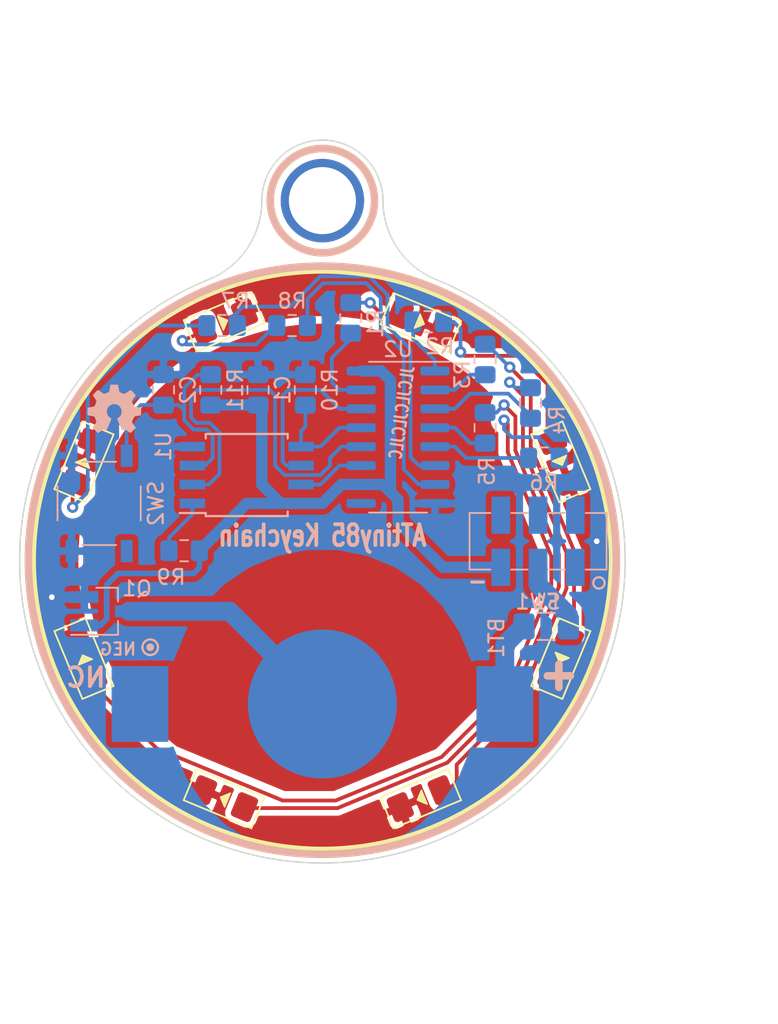
<source format=kicad_pcb>
(kicad_pcb (version 20171130) (host pcbnew "(5.1.6)-1")

  (general
    (thickness 1.6)
    (drawings 51)
    (tracks 215)
    (zones 0)
    (modules 31)
    (nets 34)
  )

  (page A)
  (title_block
    (title "ATtiny85 LED Keychain")
    (date 2019-10-31)
    (rev A)
    (company "Kyle Piper")
  )

  (layers
    (0 F.Cu signal)
    (31 B.Cu signal)
    (32 B.Adhes user hide)
    (33 F.Adhes user hide)
    (34 B.Paste user hide)
    (35 F.Paste user hide)
    (36 B.SilkS user)
    (37 F.SilkS user)
    (38 B.Mask user)
    (39 F.Mask user)
    (40 Dwgs.User user)
    (41 Cmts.User user hide)
    (42 Eco1.User user hide)
    (43 Eco2.User user hide)
    (44 Edge.Cuts user)
    (45 Margin user hide)
    (46 B.CrtYd user)
    (47 F.CrtYd user)
    (48 B.Fab user hide)
    (49 F.Fab user hide)
  )

  (setup
    (last_trace_width 0.254)
    (trace_clearance 0.127)
    (zone_clearance 0.381)
    (zone_45_only no)
    (trace_min 0.2032)
    (via_size 0.762)
    (via_drill 0.381)
    (via_min_size 0.4)
    (via_min_drill 0.3)
    (uvia_size 0.3)
    (uvia_drill 0.1)
    (uvias_allowed no)
    (uvia_min_size 0.2)
    (uvia_min_drill 0.1)
    (edge_width 0.1)
    (segment_width 0.5)
    (pcb_text_width 0.3)
    (pcb_text_size 1.5 1.5)
    (mod_edge_width 0.15)
    (mod_text_size 1 1)
    (mod_text_width 0.15)
    (pad_size 10 10)
    (pad_drill 0)
    (pad_to_mask_clearance 0.0762)
    (solder_mask_min_width 0.1016)
    (aux_axis_origin 0 0)
    (grid_origin 121.92 134.62)
    (visible_elements 7FFFFFFF)
    (pcbplotparams
      (layerselection 0x010f0_ffffffff)
      (usegerberextensions true)
      (usegerberattributes false)
      (usegerberadvancedattributes false)
      (creategerberjobfile false)
      (excludeedgelayer true)
      (linewidth 0.100000)
      (plotframeref false)
      (viasonmask false)
      (mode 1)
      (useauxorigin true)
      (hpglpennumber 1)
      (hpglpenspeed 20)
      (hpglpendiameter 15.000000)
      (psnegative false)
      (psa4output false)
      (plotreference true)
      (plotvalue true)
      (plotinvisibletext false)
      (padsonsilk false)
      (subtractmaskfromsilk false)
      (outputformat 1)
      (mirror false)
      (drillshape 0)
      (scaleselection 1)
      (outputdirectory "gerber/"))
  )

  (net 0 "")
  (net 1 GND)
  (net 2 "Net-(D1-Pad2)")
  (net 3 "Net-(D2-Pad2)")
  (net 4 "Net-(D3-Pad2)")
  (net 5 "Net-(D4-Pad2)")
  (net 6 "Net-(D5-Pad2)")
  (net 7 "Net-(D6-Pad2)")
  (net 8 "Net-(D7-Pad2)")
  (net 9 "Net-(D8-Pad2)")
  (net 10 "Net-(F1-Pad2)")
  (net 11 "Net-(SW1-Pad3)")
  (net 12 "Net-(U2-Pad9)")
  (net 13 /BAT+)
  (net 14 /BAT-)
  (net 15 /USER)
  (net 16 /RESET)
  (net 17 /SER)
  (net 18 /~OE)
  (net 19 /RCLK)
  (net 20 /SRCLK)
  (net 21 VDD)
  (net 22 /LED1)
  (net 23 /LED2)
  (net 24 /LED3)
  (net 25 /LED4)
  (net 26 /LED5)
  (net 27 /LED6)
  (net 28 /LED7)
  (net 29 /LED8)
  (net 30 "Net-(H1-Pad1)")
  (net 31 "Net-(SW1-Pad6)")
  (net 32 "Net-(SW1-Pad5)")
  (net 33 "Net-(SW1-Pad4)")

  (net_class Default "This is the default net class."
    (clearance 0.127)
    (trace_width 0.254)
    (via_dia 0.762)
    (via_drill 0.381)
    (uvia_dia 0.3)
    (uvia_drill 0.1)
    (diff_pair_width 0.254)
    (diff_pair_gap 0.254)
    (add_net /LED1)
    (add_net /LED2)
    (add_net /LED3)
    (add_net /LED4)
    (add_net /LED5)
    (add_net /LED6)
    (add_net /LED7)
    (add_net /LED8)
    (add_net /RCLK)
    (add_net /RESET)
    (add_net /SER)
    (add_net /SRCLK)
    (add_net /USER)
    (add_net /~OE)
    (add_net "Net-(D1-Pad2)")
    (add_net "Net-(D2-Pad2)")
    (add_net "Net-(D3-Pad2)")
    (add_net "Net-(D4-Pad2)")
    (add_net "Net-(D5-Pad2)")
    (add_net "Net-(D6-Pad2)")
    (add_net "Net-(D7-Pad2)")
    (add_net "Net-(D8-Pad2)")
    (add_net "Net-(H1-Pad1)")
    (add_net "Net-(SW1-Pad3)")
    (add_net "Net-(SW1-Pad4)")
    (add_net "Net-(SW1-Pad5)")
    (add_net "Net-(SW1-Pad6)")
    (add_net "Net-(U2-Pad9)")
  )

  (net_class Power ""
    (clearance 0.254)
    (trace_width 0.762)
    (via_dia 1.016)
    (via_drill 0.508)
    (uvia_dia 0.3)
    (uvia_drill 0.1)
    (diff_pair_width 0.381)
    (diff_pair_gap 0.381)
    (add_net /BAT+)
    (add_net /BAT-)
    (add_net GND)
    (add_net VDD)
  )

  (net_class PowerThick ""
    (clearance 0.254)
    (trace_width 1.27)
    (via_dia 1.016)
    (via_drill 0.508)
    (uvia_dia 0.3)
    (uvia_drill 0.1)
    (diff_pair_width 0.381)
    (diff_pair_gap 0.381)
    (add_net "Net-(F1-Pad2)")
  )

  (module attiny85-keychain:SW_SPDT_CK-JS202011JCQN (layer B.Cu) (tedit 5D55011D) (tstamp 5F2F7889)
    (at 156.718 113.03)
    (descr http://www.ckswitches.com/media/1422/js.pdf)
    (tags "switch spdt")
    (path /5D4BE52D)
    (attr smd)
    (fp_text reference SW1 (at 0 4.064) (layer B.SilkS)
      (effects (font (size 1 1) (thickness 0.15)) (justify mirror))
    )
    (fp_text value JS202011JCQN (at 0 0) (layer B.Fab) hide
      (effects (font (size 1 1) (thickness 0.15)) (justify mirror))
    )
    (fp_text user %R (at 0 0) (layer B.Fab)
      (effects (font (size 1 1) (thickness 0.15)) (justify mirror))
    )
    (fp_line (start 3.556 -2.286) (end 3.556 -3.302) (layer B.CrtYd) (width 0.0508))
    (fp_line (start 5.08 -2.286) (end 3.556 -2.286) (layer B.CrtYd) (width 0.0508))
    (fp_line (start 5.08 2.286) (end 5.08 -2.286) (layer B.CrtYd) (width 0.0508))
    (fp_line (start 3.556 2.286) (end 5.08 2.286) (layer B.CrtYd) (width 0.0508))
    (fp_line (start 3.556 3.302) (end 3.556 2.286) (layer B.CrtYd) (width 0.0508))
    (fp_line (start -3.556 3.302) (end 3.556 3.302) (layer B.CrtYd) (width 0.0508))
    (fp_line (start -3.556 2.286) (end -3.556 3.302) (layer B.CrtYd) (width 0.0508))
    (fp_line (start -5.08 2.286) (end -3.556 2.286) (layer B.CrtYd) (width 0.0508))
    (fp_line (start -4.5 -1.8) (end 4.5 -1.8) (layer B.Fab) (width 0.1))
    (fp_line (start 3.2 -1.9) (end 4.6 -1.9) (layer B.SilkS) (width 0.12))
    (fp_line (start 1.8 -1.9) (end 0.7 -1.9) (layer B.SilkS) (width 0.12))
    (fp_line (start -0.7 -1.9) (end -1.8 -1.9) (layer B.SilkS) (width 0.12))
    (fp_line (start -4.6 -1.9) (end -3.2 -1.9) (layer B.SilkS) (width 0.12))
    (fp_line (start -1.8 1.9) (end -1.8 1.9) (layer B.SilkS) (width 0.12))
    (fp_line (start -0.7 1.9) (end -1.8 1.9) (layer B.SilkS) (width 0.12))
    (fp_line (start 0.7 1.9) (end 0.7 1.9) (layer B.SilkS) (width 0.12))
    (fp_line (start 1.8 1.9) (end 0.7 1.9) (layer B.SilkS) (width 0.12))
    (fp_line (start -4.6 1.9) (end -3.2 1.9) (layer B.SilkS) (width 0.12))
    (fp_line (start -4.6 -1.9) (end -4.6 1.9) (layer B.SilkS) (width 0.12))
    (fp_line (start 4.6 1.9) (end 4.6 -1.9) (layer B.SilkS) (width 0.12))
    (fp_line (start 3.2 1.9) (end 4.6 1.9) (layer B.SilkS) (width 0.12))
    (fp_line (start -4.5 1.8) (end -4.5 -1.8) (layer B.Fab) (width 0.1))
    (fp_line (start 4.5 1.8) (end 4.5 -1.8) (layer B.Fab) (width 0.1))
    (fp_line (start -4.5 1.8) (end 4.5 1.8) (layer B.Fab) (width 0.1))
    (fp_line (start 3.556 -3.302) (end -3.556 -3.302) (layer B.CrtYd) (width 0.0508))
    (fp_line (start -3.556 -3.302) (end -3.556 -2.286) (layer B.CrtYd) (width 0.0508))
    (fp_line (start -3.556 -2.286) (end -5.08 -2.286) (layer B.CrtYd) (width 0.0508))
    (fp_line (start -5.08 -2.286) (end -5.08 2.286) (layer B.CrtYd) (width 0.0508))
    (pad 4 smd rect (at -2.5 -1.75) (size 1.25 2.5) (layers B.Cu B.Paste B.Mask)
      (net 33 "Net-(SW1-Pad4)"))
    (pad 1 smd rect (at -2.5 1.75) (size 1.25 2.5) (layers B.Cu B.Paste B.Mask)
      (net 21 VDD))
    (pad 2 smd rect (at 0 1.75) (size 1.25 2.5) (layers B.Cu B.Paste B.Mask)
      (net 10 "Net-(F1-Pad2)"))
    (pad 3 smd rect (at 2.5 1.75) (size 1.25 2.5) (layers B.Cu B.Paste B.Mask)
      (net 11 "Net-(SW1-Pad3)"))
    (pad 5 smd rect (at 0 -1.75) (size 1.25 2.5) (layers B.Cu B.Paste B.Mask)
      (net 32 "Net-(SW1-Pad5)"))
    (pad 6 smd rect (at 2.5 -1.75) (size 1.25 2.5) (layers B.Cu B.Paste B.Mask)
      (net 31 "Net-(SW1-Pad6)"))
    (model ${KISYS3DMOD}/Button_Switch_SMD.3dshapes/SW_SPDT_CK-JS102011SAQN.wrl
      (at (xyz 0 0 0))
      (scale (xyz 1 1 1))
      (rotate (xyz 0 0 0))
    )
  )

  (module logo:sparkfun-flame (layer F.Cu) (tedit 0) (tstamp 5F2F6738)
    (at 142.24 112.395)
    (fp_text reference G*** (at 0 0) (layer F.SilkS) hide
      (effects (font (size 1.524 1.524) (thickness 0.3)))
    )
    (fp_text value LOGO (at 0.75 0) (layer F.SilkS) hide
      (effects (font (size 1.524 1.524) (thickness 0.3)))
    )
    (fp_poly (pts (xy 1.226876 -11.486343) (xy 1.648914 -11.424528) (xy 2.072757 -11.3226) (xy 2.49662 -11.180878)
      (xy 2.918721 -10.999676) (xy 3.196166 -10.858237) (xy 3.30583 -10.796033) (xy 3.428536 -10.721958)
      (xy 3.555827 -10.641563) (xy 3.679245 -10.560399) (xy 3.790331 -10.484016) (xy 3.880629 -10.417965)
      (xy 3.937 -10.372058) (xy 4.011083 -10.305607) (xy 3.947583 -10.316801) (xy 3.901945 -10.323188)
      (xy 3.825002 -10.33224) (xy 3.727603 -10.34274) (xy 3.623473 -10.353191) (xy 3.313709 -10.36561)
      (xy 3.007863 -10.3439) (xy 2.71138 -10.289496) (xy 2.429704 -10.203833) (xy 2.168282 -10.088347)
      (xy 1.932559 -9.944473) (xy 1.856974 -9.887548) (xy 1.695847 -9.740909) (xy 1.54669 -9.569819)
      (xy 1.415814 -9.383589) (xy 1.309526 -9.191527) (xy 1.234137 -9.002942) (xy 1.217293 -8.943762)
      (xy 1.1958 -8.816425) (xy 1.187101 -8.666332) (xy 1.191191 -8.511077) (xy 1.208066 -8.368256)
      (xy 1.217451 -8.322502) (xy 1.292966 -8.085998) (xy 1.407716 -7.845591) (xy 1.559177 -7.604333)
      (xy 1.744825 -7.365277) (xy 1.962137 -7.131474) (xy 2.20859 -6.905976) (xy 2.481659 -6.691836)
      (xy 2.677424 -6.556776) (xy 2.967589 -6.38018) (xy 3.245416 -6.238082) (xy 3.5097 -6.130628)
      (xy 3.759234 -6.057965) (xy 3.992814 -6.020238) (xy 4.209233 -6.017593) (xy 4.407287 -6.050176)
      (xy 4.58577 -6.118132) (xy 4.743476 -6.221607) (xy 4.824171 -6.297129) (xy 4.938975 -6.448618)
      (xy 5.026178 -6.62934) (xy 5.084901 -6.8357) (xy 5.11427 -7.0641) (xy 5.113407 -7.310945)
      (xy 5.101788 -7.436674) (xy 5.091915 -7.525483) (xy 5.085506 -7.597093) (xy 5.083311 -7.642133)
      (xy 5.08448 -7.652704) (xy 5.106022 -7.648417) (xy 5.156705 -7.630251) (xy 5.227065 -7.601704)
      (xy 5.25536 -7.589571) (xy 5.483604 -7.471807) (xy 5.716972 -7.315932) (xy 5.951945 -7.12528)
      (xy 6.185005 -6.90318) (xy 6.412636 -6.652966) (xy 6.631318 -6.377968) (xy 6.82116 -6.106584)
      (xy 6.91018 -5.962587) (xy 7.008726 -5.788676) (xy 7.111888 -5.594733) (xy 7.214759 -5.390642)
      (xy 7.312427 -5.186283) (xy 7.399984 -4.991538) (xy 7.47252 -4.816292) (xy 7.504461 -4.731163)
      (xy 7.658273 -4.263717) (xy 7.780053 -3.808847) (xy 7.87123 -3.357612) (xy 7.933234 -2.90107)
      (xy 7.967495 -2.430279) (xy 7.975442 -1.936297) (xy 7.973292 -1.799167) (xy 7.966187 -1.555557)
      (xy 7.955645 -1.342741) (xy 7.940553 -1.149243) (xy 7.919799 -0.963587) (xy 7.892273 -0.774297)
      (xy 7.856862 -0.569897) (xy 7.851273 -0.53975) (xy 7.724515 0.024516) (xy 7.556859 0.580045)
      (xy 7.349106 1.125389) (xy 7.102058 1.6591) (xy 6.816518 2.179732) (xy 6.493289 2.685835)
      (xy 6.133171 3.175962) (xy 5.736968 3.648666) (xy 5.305482 4.102499) (xy 5.247236 4.159649)
      (xy 4.816997 4.550388) (xy 4.368143 4.903109) (xy 3.900765 5.217772) (xy 3.414951 5.494335)
      (xy 2.910791 5.732759) (xy 2.388373 5.933002) (xy 1.847786 6.095025) (xy 1.28912 6.218787)
      (xy 0.712463 6.304247) (xy 0.47625 6.327744) (xy 0.385318 6.333644) (xy 0.260851 6.338956)
      (xy 0.111647 6.343453) (xy -0.053499 6.346907) (xy -0.225788 6.34909) (xy -0.37693 6.349781)
      (xy -0.559857 6.350178) (xy -0.707046 6.351461) (xy -0.82509 6.353993) (xy -0.920579 6.358135)
      (xy -1.000107 6.364249) (xy -1.070265 6.372696) (xy -1.137646 6.383839) (xy -1.191847 6.394496)
      (xy -1.539585 6.482512) (xy -1.882156 6.602683) (xy -2.222429 6.756549) (xy -2.563272 6.94565)
      (xy -2.907553 7.171527) (xy -3.258139 7.43572) (xy -3.4925 7.630217) (xy -3.671822 7.789468)
      (xy -3.875022 7.979381) (xy -4.099739 8.197401) (xy -4.343609 8.440973) (xy -4.604266 8.707542)
      (xy -4.879349 8.994552) (xy -5.166493 9.299449) (xy -5.463334 9.619676) (xy -5.767509 9.95268)
      (xy -6.076654 10.295905) (xy -6.388405 10.646796) (xy -6.700399 11.002797) (xy -7.010271 11.361354)
      (xy -7.315658 11.719911) (xy -7.614197 12.075914) (xy -7.692964 12.170833) (xy -7.775882 12.270967)
      (xy -7.849347 12.35965) (xy -7.909178 12.431839) (xy -7.951197 12.482492) (xy -7.971223 12.506565)
      (xy -7.972212 12.507736) (xy -7.972827 12.487558) (xy -7.973427 12.426672) (xy -7.97401 12.3267)
      (xy -7.974576 12.189266) (xy -7.975121 12.015994) (xy -7.975644 11.808509) (xy -7.976144 11.568434)
      (xy -7.976617 11.297392) (xy -7.977064 10.997008) (xy -7.97748 10.668906) (xy -7.977865 10.314709)
      (xy -7.978217 9.936042) (xy -7.978534 9.534528) (xy -7.978814 9.111791) (xy -7.979054 8.669456)
      (xy -7.979255 8.209145) (xy -7.979412 7.732483) (xy -7.979525 7.241094) (xy -7.979592 6.736602)
      (xy -7.97961 6.22063) (xy -7.979607 6.094236) (xy -7.979595 5.46351) (xy -7.979587 4.873637)
      (xy -7.97956 4.323137) (xy -7.979492 3.810531) (xy -7.979358 3.334337) (xy -7.979136 2.893075)
      (xy -7.978801 2.485266) (xy -7.97833 2.109429) (xy -7.9777 1.764084) (xy -7.976887 1.447751)
      (xy -7.975868 1.15895) (xy -7.97462 0.8962) (xy -7.973118 0.658022) (xy -7.97134 0.442935)
      (xy -7.969262 0.249459) (xy -7.966861 0.076114) (xy -7.964112 -0.07858) (xy -7.960994 -0.216103)
      (xy -7.957481 -0.337936) (xy -7.953552 -0.445558) (xy -7.949181 -0.540451) (xy -7.944347 -0.624093)
      (xy -7.939025 -0.697965) (xy -7.933192 -0.763548) (xy -7.926825 -0.822321) (xy -7.919899 -0.875765)
      (xy -7.912392 -0.92536) (xy -7.904281 -0.972585) (xy -7.895541 -1.018922) (xy -7.886149 -1.065849)
      (xy -7.876082 -1.114849) (xy -7.865317 -1.167399) (xy -7.864487 -1.171493) (xy -7.769032 -1.554122)
      (xy -7.642548 -1.914843) (xy -7.486568 -2.249804) (xy -7.332481 -2.510559) (xy -7.241075 -2.635114)
      (xy -7.123465 -2.773584) (xy -6.988878 -2.916709) (xy -6.846536 -3.055228) (xy -6.705664 -3.179883)
      (xy -6.575487 -3.281414) (xy -6.5405 -3.305578) (xy -6.205517 -3.503589) (xy -5.847725 -3.667211)
      (xy -5.470862 -3.795032) (xy -5.078664 -3.885641) (xy -4.949286 -3.906729) (xy -4.838284 -3.920727)
      (xy -4.725014 -3.929748) (xy -4.599115 -3.934188) (xy -4.450224 -3.934442) (xy -4.297273 -3.93165)
      (xy -4.055498 -3.92166) (xy -3.844221 -3.90338) (xy -3.652141 -3.875217) (xy -3.467957 -3.835579)
      (xy -3.313391 -3.792944) (xy -3.187197 -3.755043) (xy -3.457048 -3.624595) (xy -3.743404 -3.473411)
      (xy -3.989388 -3.316327) (xy -4.194687 -3.153646) (xy -4.358991 -2.985671) (xy -4.481988 -2.812704)
      (xy -4.563367 -2.635047) (xy -4.593055 -2.521236) (xy -4.610395 -2.313434) (xy -4.58623 -2.100085)
      (xy -4.520797 -1.882703) (xy -4.477978 -1.784024) (xy -4.392632 -1.621353) (xy -4.300538 -1.483859)
      (xy -4.189918 -1.354683) (xy -4.147865 -1.311532) (xy -3.941891 -1.134692) (xy -3.708362 -0.9858)
      (xy -3.4521 -0.86553) (xy -3.177924 -0.774551) (xy -2.890653 -0.713537) (xy -2.595108 -0.683158)
      (xy -2.296109 -0.684087) (xy -1.998475 -0.716994) (xy -1.707026 -0.782552) (xy -1.426582 -0.881432)
      (xy -1.339903 -0.920245) (xy -1.165236 -1.008914) (xy -1.017072 -1.099353) (xy -0.880431 -1.20176)
      (xy -0.74033 -1.326333) (xy -0.732822 -1.333463) (xy -0.542463 -1.541458) (xy -0.390837 -1.764661)
      (xy -0.278106 -2.000837) (xy -0.204432 -2.247748) (xy -0.169974 -2.503159) (xy -0.174895 -2.764834)
      (xy -0.219355 -3.030537) (xy -0.303517 -3.298032) (xy -0.427541 -3.565082) (xy -0.556475 -3.77825)
      (xy -0.601948 -3.844366) (xy -0.648897 -3.908222) (xy -0.700769 -3.973593) (xy -0.761009 -4.044255)
      (xy -0.833063 -4.123984) (xy -0.920376 -4.216556) (xy -1.026393 -4.325747) (xy -1.154561 -4.455332)
      (xy -1.308324 -4.609086) (xy -1.377398 -4.677834) (xy -1.548166 -4.849619) (xy -1.707997 -5.014291)
      (xy -1.852565 -5.16723) (xy -1.977546 -5.303815) (xy -2.078618 -5.419427) (xy -2.130785 -5.482826)
      (xy -2.410588 -5.858646) (xy -2.649568 -6.22944) (xy -2.847706 -6.594801) (xy -3.004984 -6.954319)
      (xy -3.121386 -7.307587) (xy -3.196893 -7.654194) (xy -3.231487 -7.993733) (xy -3.22515 -8.325795)
      (xy -3.177866 -8.649972) (xy -3.089616 -8.965854) (xy -2.960383 -9.273033) (xy -2.790148 -9.571101)
      (xy -2.578894 -9.859648) (xy -2.332514 -10.13233) (xy -2.037334 -10.404804) (xy -1.718072 -10.653816)
      (xy -1.380267 -10.876276) (xy -1.029459 -11.069093) (xy -0.671188 -11.229176) (xy -0.310994 -11.353434)
      (xy -0.010584 -11.427946) (xy 0.395344 -11.488369) (xy 0.808425 -11.507729) (xy 1.226876 -11.486343)) (layer F.Mask) (width 0.01))
  )

  (module ruddblink:OSHW-Symbol_140mil (layer B.Cu) (tedit 0) (tstamp 5D580449)
    (at 128.27 104.14 180)
    (fp_text reference G*** (at 0 0) (layer B.SilkS) hide
      (effects (font (size 1.524 1.524) (thickness 0.3)) (justify mirror))
    )
    (fp_text value LOGO (at 0.75 0) (layer B.SilkS) hide
      (effects (font (size 1.524 1.524) (thickness 0.3)) (justify mirror))
    )
    (fp_poly (pts (xy 0.247654 1.604963) (xy 0.250185 1.595556) (xy 0.254675 1.57517) (xy 0.260822 1.545321)
      (xy 0.268324 1.507527) (xy 0.276879 1.463306) (xy 0.286186 1.414175) (xy 0.295067 1.36641)
      (xy 0.304769 1.314334) (xy 0.31398 1.265969) (xy 0.322403 1.222796) (xy 0.329739 1.1863)
      (xy 0.335692 1.157964) (xy 0.339963 1.139271) (xy 0.342157 1.131853) (xy 0.349266 1.126998)
      (xy 0.366353 1.118311) (xy 0.391563 1.106568) (xy 0.423036 1.092542) (xy 0.458918 1.077009)
      (xy 0.497351 1.060742) (xy 0.536477 1.044516) (xy 0.574441 1.029105) (xy 0.609384 1.015283)
      (xy 0.639451 1.003826) (xy 0.662784 0.995507) (xy 0.677527 0.9911) (xy 0.680867 0.9906)
      (xy 0.688777 0.994102) (xy 0.705857 1.00407) (xy 0.730865 1.019702) (xy 0.76256 1.040193)
      (xy 0.799698 1.064741) (xy 0.841038 1.092541) (xy 0.885337 1.122791) (xy 0.887023 1.12395)
      (xy 0.931463 1.15429) (xy 0.97305 1.182208) (xy 1.01053 1.206898) (xy 1.042652 1.227557)
      (xy 1.068165 1.24338) (xy 1.085816 1.253561) (xy 1.094353 1.257296) (xy 1.094466 1.2573)
      (xy 1.102694 1.252873) (xy 1.11836 1.240422) (xy 1.140222 1.221192) (xy 1.167037 1.196429)
      (xy 1.197564 1.167377) (xy 1.230559 1.135284) (xy 1.264779 1.101393) (xy 1.298983 1.06695)
      (xy 1.331927 1.033201) (xy 1.362369 1.001391) (xy 1.389066 0.972766) (xy 1.410776 0.94857)
      (xy 1.426256 0.93005) (xy 1.434263 0.91845) (xy 1.4351 0.915903) (xy 1.431567 0.907274)
      (xy 1.421447 0.889381) (xy 1.405458 0.863348) (xy 1.384315 0.8303) (xy 1.358736 0.791362)
      (xy 1.329437 0.74766) (xy 1.304924 0.71166) (xy 1.275 0.667624) (xy 1.2475 0.626446)
      (xy 1.223236 0.589395) (xy 1.203017 0.55774) (xy 1.187657 0.532752) (xy 1.177966 0.515698)
      (xy 1.17475 0.507975) (xy 1.177184 0.498734) (xy 1.184057 0.479485) (xy 1.194724 0.451855)
      (xy 1.208541 0.417473) (xy 1.224862 0.377968) (xy 1.243042 0.33497) (xy 1.245553 0.329105)
      (xy 1.268516 0.276102) (xy 1.287286 0.234077) (xy 1.302284 0.202175) (xy 1.313931 0.17954)
      (xy 1.322648 0.165319) (xy 1.328856 0.158655) (xy 1.329691 0.158213) (xy 1.338883 0.155745)
      (xy 1.359052 0.151299) (xy 1.388677 0.14518) (xy 1.426242 0.137689) (xy 1.470228 0.129132)
      (xy 1.519116 0.11981) (xy 1.564849 0.111241) (xy 1.621555 0.100506) (xy 1.672009 0.090566)
      (xy 1.71509 0.081662) (xy 1.749674 0.07404) (xy 1.774641 0.067941) (xy 1.788869 0.06361)
      (xy 1.791764 0.061995) (xy 1.792922 0.054012) (xy 1.793992 0.034789) (xy 1.794945 0.005784)
      (xy 1.795748 -0.031544) (xy 1.796371 -0.075735) (xy 1.796782 -0.125329) (xy 1.796951 -0.178869)
      (xy 1.796952 -0.181784) (xy 1.796882 -0.24615) (xy 1.796592 -0.298809) (xy 1.796048 -0.340756)
      (xy 1.79522 -0.372982) (xy 1.794074 -0.396481) (xy 1.792579 -0.412245) (xy 1.790701 -0.421267)
      (xy 1.789041 -0.424191) (xy 1.78112 -0.426861) (xy 1.762175 -0.431481) (xy 1.73368 -0.437745)
      (xy 1.697112 -0.445345) (xy 1.653942 -0.453975) (xy 1.605646 -0.463326) (xy 1.559695 -0.471979)
      (xy 1.503931 -0.482541) (xy 1.45381 -0.492422) (xy 1.410552 -0.501359) (xy 1.37538 -0.509086)
      (xy 1.349513 -0.515338) (xy 1.334174 -0.51985) (xy 1.330473 -0.521673) (xy 1.325591 -0.530333)
      (xy 1.317009 -0.549027) (xy 1.305458 -0.575896) (xy 1.291671 -0.609083) (xy 1.276378 -0.646729)
      (xy 1.260312 -0.686978) (xy 1.244204 -0.727971) (xy 1.228786 -0.76785) (xy 1.21479 -0.804758)
      (xy 1.202947 -0.836836) (xy 1.193988 -0.862227) (xy 1.188646 -0.879073) (xy 1.18745 -0.884843)
      (xy 1.191044 -0.894107) (xy 1.201425 -0.912748) (xy 1.217991 -0.939813) (xy 1.24014 -0.974351)
      (xy 1.26727 -1.01541) (xy 1.29878 -1.062036) (xy 1.307885 -1.075347) (xy 1.33691 -1.117761)
      (xy 1.363846 -1.157286) (xy 1.387794 -1.19259) (xy 1.407852 -1.222337) (xy 1.42312 -1.245192)
      (xy 1.432696 -1.259823) (xy 1.435489 -1.264377) (xy 1.436726 -1.268427) (xy 1.435855 -1.273603)
      (xy 1.432082 -1.280804) (xy 1.424612 -1.290927) (xy 1.41265 -1.304868) (xy 1.3954 -1.323526)
      (xy 1.372069 -1.347796) (xy 1.341861 -1.378577) (xy 1.30398 -1.416765) (xy 1.272348 -1.448511)
      (xy 1.233934 -1.486798) (xy 1.198097 -1.522091) (xy 1.165869 -1.553404) (xy 1.138283 -1.579753)
      (xy 1.116371 -1.600152) (xy 1.101166 -1.613616) (xy 1.093702 -1.619161) (xy 1.093333 -1.61925)
      (xy 1.086216 -1.615763) (xy 1.069937 -1.605855) (xy 1.045763 -1.590358) (xy 1.014959 -1.570102)
      (xy 0.978791 -1.545917) (xy 0.938525 -1.518634) (xy 0.904634 -1.495424) (xy 0.861925 -1.466255)
      (xy 0.822209 -1.439532) (xy 0.78677 -1.416089) (xy 0.75689 -1.396758) (xy 0.733854 -1.382373)
      (xy 0.718945 -1.373766) (xy 0.713773 -1.3716) (xy 0.704568 -1.374455) (xy 0.686448 -1.38232)
      (xy 0.661661 -1.394143) (xy 0.632452 -1.408872) (xy 0.617447 -1.416704) (xy 0.583881 -1.434176)
      (xy 0.559655 -1.44607) (xy 0.543051 -1.453055) (xy 0.532352 -1.455797) (xy 0.525838 -1.454963)
      (xy 0.523412 -1.453216) (xy 0.519552 -1.445983) (xy 0.5114 -1.428185) (xy 0.499452 -1.401019)
      (xy 0.484207 -1.365684) (xy 0.466161 -1.323377) (xy 0.445811 -1.275296) (xy 0.423654 -1.222638)
      (xy 0.400187 -1.166601) (xy 0.375907 -1.108383) (xy 0.351312 -1.049181) (xy 0.326897 -0.990193)
      (xy 0.303161 -0.932616) (xy 0.280599 -0.877649) (xy 0.25971 -0.826488) (xy 0.240991 -0.780332)
      (xy 0.224937 -0.740378) (xy 0.212047 -0.707823) (xy 0.202816 -0.683866) (xy 0.197743 -0.669704)
      (xy 0.196902 -0.666434) (xy 0.201827 -0.658957) (xy 0.215183 -0.646443) (xy 0.234773 -0.630809)
      (xy 0.252412 -0.618064) (xy 0.307477 -0.577329) (xy 0.352537 -0.537856) (xy 0.389758 -0.497278)
      (xy 0.421303 -0.453226) (xy 0.449339 -0.403333) (xy 0.450035 -0.401949) (xy 0.471563 -0.353207)
      (xy 0.486137 -0.30528) (xy 0.494614 -0.254206) (xy 0.497854 -0.196025) (xy 0.497949 -0.180975)
      (xy 0.496664 -0.129986) (xy 0.492356 -0.087328) (xy 0.484109 -0.048807) (xy 0.471004 -0.01023)
      (xy 0.452125 0.032598) (xy 0.450487 0.036023) (xy 0.410752 0.104494) (xy 0.361471 0.164766)
      (xy 0.303265 0.21621) (xy 0.236757 0.258195) (xy 0.225425 0.263974) (xy 0.164087 0.290499)
      (xy 0.105118 0.307475) (xy 0.043943 0.315989) (xy 0 0.3175) (xy -0.078938 0.311422)
      (xy -0.154434 0.293644) (xy -0.225389 0.264855) (xy -0.290699 0.225745) (xy -0.349262 0.177)
      (xy -0.399978 0.119311) (xy -0.441744 0.053365) (xy -0.450488 0.036023) (xy -0.469827 -0.007282)
      (xy -0.483324 -0.046028) (xy -0.491897 -0.084411) (xy -0.496462 -0.126622) (xy -0.497938 -0.176857)
      (xy -0.49795 -0.180975) (xy -0.49581 -0.241388) (xy -0.488634 -0.293768) (xy -0.475562 -0.342076)
      (xy -0.455736 -0.390273) (xy -0.450036 -0.401949) (xy -0.41842 -0.457598) (xy -0.382026 -0.506588)
      (xy -0.338664 -0.551309) (xy -0.286146 -0.594149) (xy -0.252046 -0.618126) (xy -0.227188 -0.635823)
      (xy -0.20872 -0.650973) (xy -0.198429 -0.66203) (xy -0.196903 -0.665751) (xy -0.199304 -0.67369)
      (xy -0.206155 -0.692127) (xy -0.216958 -0.719862) (xy -0.231215 -0.755697) (xy -0.248432 -0.798435)
      (xy -0.268109 -0.846877) (xy -0.289751 -0.899824) (xy -0.312861 -0.956078) (xy -0.336941 -1.014442)
      (xy -0.361495 -1.073716) (xy -0.386025 -1.132703) (xy -0.410035 -1.190204) (xy -0.433028 -1.24502)
      (xy -0.454507 -1.295955) (xy -0.473975 -1.341809) (xy -0.490934 -1.381384) (xy -0.504889 -1.413482)
      (xy -0.515342 -1.436904) (xy -0.521797 -1.450453) (xy -0.523509 -1.453313) (xy -0.528538 -1.455995)
      (xy -0.536641 -1.45537) (xy -0.549627 -1.450737) (xy -0.569305 -1.441397) (xy -0.597485 -1.426649)
      (xy -0.610578 -1.4196) (xy -0.640424 -1.403846) (xy -0.667577 -1.390223) (xy -0.689463 -1.379974)
      (xy -0.703509 -1.374338) (xy -0.705586 -1.373776) (xy -0.711655 -1.373876) (xy -0.7205 -1.376675)
      (xy -0.733171 -1.382816) (xy -0.750716 -1.392941) (xy -0.774181 -1.40769) (xy -0.804617 -1.427707)
      (xy -0.84307 -1.453632) (xy -0.890589 -1.486108) (xy -0.903245 -1.494801) (xy -0.945995 -1.524015)
      (xy -0.985654 -1.550791) (xy -1.020961 -1.5743) (xy -1.05065 -1.593715) (xy -1.07346 -1.608208)
      (xy -1.088126 -1.616951) (xy -1.093167 -1.61925) (xy -1.099503 -1.614892) (xy -1.113722 -1.602476)
      (xy -1.134789 -1.582987) (xy -1.161672 -1.557409) (xy -1.193335 -1.526729) (xy -1.228744 -1.491931)
      (xy -1.266867 -1.454001) (xy -1.272349 -1.448511) (xy -1.316095 -1.404581) (xy -1.35161 -1.36869)
      (xy -1.379691 -1.339939) (xy -1.40113 -1.317431) (xy -1.416725 -1.30027) (xy -1.427268 -1.287558)
      (xy -1.433556 -1.278398) (xy -1.436382 -1.271893) (xy -1.436543 -1.267145) (xy -1.43549 -1.264377)
      (xy -1.430268 -1.256058) (xy -1.418746 -1.238612) (xy -1.401825 -1.213373) (xy -1.380406 -1.181677)
      (xy -1.355389 -1.144857) (xy -1.327676 -1.104248) (xy -1.307886 -1.075347) (xy -1.275306 -1.027391)
      (xy -1.246944 -0.984748) (xy -1.223402 -0.94837) (xy -1.205281 -0.91921) (xy -1.193185 -0.898219)
      (xy -1.187714 -0.886351) (xy -1.18745 -0.884843) (xy -1.189766 -0.875204) (xy -1.196223 -0.855696)
      (xy -1.20609 -0.828177) (xy -1.218634 -0.794506) (xy -1.233125 -0.756539) (xy -1.248828 -0.716135)
      (xy -1.265013 -0.675154) (xy -1.280947 -0.635451) (xy -1.295897 -0.598887) (xy -1.309133 -0.567318)
      (xy -1.319921 -0.542604) (xy -1.327529 -0.526602) (xy -1.330601 -0.521545) (xy -1.338844 -0.518161)
      (xy -1.358481 -0.512876) (xy -1.388387 -0.505935) (xy -1.427439 -0.497581) (xy -1.474512 -0.48806)
      (xy -1.528483 -0.477616) (xy -1.559894 -0.471716) (xy -1.611492 -0.461983) (xy -1.659269 -0.452706)
      (xy -1.70175 -0.444192) (xy -1.737463 -0.436747) (xy -1.764932 -0.430678) (xy -1.782685 -0.426291)
      (xy -1.789113 -0.424055) (xy -1.791282 -0.419329) (xy -1.793048 -0.408409) (xy -1.794442 -0.39032)
      (xy -1.795495 -0.364088) (xy -1.796239 -0.32874) (xy -1.796706 -0.2833) (xy -1.796927 -0.226795)
      (xy -1.796953 -0.181784) (xy -1.796796 -0.128071) (xy -1.796392 -0.078221) (xy -1.795772 -0.033694)
      (xy -1.794967 0.004051) (xy -1.79401 0.033552) (xy -1.792931 0.05335) (xy -1.791762 0.061986)
      (xy -1.791698 0.062103) (xy -1.784177 0.065373) (xy -1.765144 0.070535) (xy -1.735611 0.07737)
      (xy -1.69659 0.085661) (xy -1.649091 0.095187) (xy -1.594126 0.10573) (xy -1.564783 0.111199)
      (xy -1.512845 0.120889) (xy -1.464479 0.130092) (xy -1.421204 0.138507) (xy -1.384539 0.14583)
      (xy -1.356002 0.151759) (xy -1.337113 0.15599) (xy -1.329692 0.158063) (xy -1.323801 0.163699)
      (xy -1.315388 0.176943) (xy -1.304045 0.198624) (xy -1.289365 0.229567) (xy -1.270941 0.2706)
      (xy -1.248367 0.32255) (xy -1.245554 0.329105) (xy -1.227174 0.372455) (xy -1.210568 0.412537)
      (xy -1.196382 0.44772) (xy -1.185262 0.476374) (xy -1.177851 0.496866) (xy -1.174794 0.507567)
      (xy -1.17475 0.50816) (xy -1.178252 0.516487) (xy -1.188223 0.533973) (xy -1.203862 0.559367)
      (xy -1.224368 0.591415) (xy -1.248941 0.628864) (xy -1.276779 0.670461) (xy -1.304925 0.711812)
      (xy -1.337156 0.759185) (xy -1.365969 0.802309) (xy -1.390677 0.840111) (xy -1.410597 0.871515)
      (xy -1.425043 0.895449) (xy -1.43333 0.910838) (xy -1.435101 0.915961) (xy -1.430681 0.924218)
      (xy -1.418253 0.939928) (xy -1.399058 0.961845) (xy -1.37434 0.988723) (xy -1.345342 1.019318)
      (xy -1.313307 1.052385) (xy -1.279479 1.086678) (xy -1.245099 1.120952) (xy -1.211412 1.153962)
      (xy -1.17966 1.184463) (xy -1.151087 1.211209) (xy -1.126936 1.232956) (xy -1.10845 1.248457)
      (xy -1.096871 1.256469) (xy -1.094335 1.2573) (xy -1.086136 1.2538) (xy -1.068774 1.243835)
      (xy -1.0435 1.228208) (xy -1.011565 1.207722) (xy -0.974222 1.183181) (xy -0.932721 1.155387)
      (xy -0.888314 1.125145) (xy -0.886575 1.12395) (xy -0.835871 1.089392) (xy -0.790655 1.059123)
      (xy -0.751795 1.033699) (xy -0.720159 1.013674) (xy -0.696616 0.999601) (xy -0.682034 0.992036)
      (xy -0.678021 0.990848) (xy -0.667295 0.993346) (xy -0.647225 1.00013) (xy -0.619678 1.010415)
      (xy -0.586521 1.023416) (xy -0.549618 1.038348) (xy -0.510837 1.054426) (xy -0.472042 1.070865)
      (xy -0.435101 1.086879) (xy -0.401878 1.101683) (xy -0.374241 1.114493) (xy -0.354055 1.124524)
      (xy -0.343185 1.130989) (xy -0.341934 1.132253) (xy -0.339464 1.14075) (xy -0.335044 1.16026)
      (xy -0.328972 1.189297) (xy -0.321547 1.226376) (xy -0.313065 1.27001) (xy -0.303826 1.318713)
      (xy -0.294918 1.366695) (xy -0.285221 1.418947) (xy -0.275998 1.467673) (xy -0.26755 1.511352)
      (xy -0.260179 1.548465) (xy -0.254186 1.577495) (xy -0.249872 1.596922) (xy -0.247664 1.604963)
      (xy -0.241573 1.61925) (xy 0.241572 1.61925) (xy 0.247654 1.604963)) (layer B.SilkS) (width 0.01))
  )

  (module ruddblink:BatteryHolder_Keystone_3034_Wide (layer B.Cu) (tedit 5D57AFDC) (tstamp 5D56EAF3)
    (at 142.24 123.952 180)
    (descr "Keystone 3034 SMD battery holder for 2020, 2025 and 2032 coincell batteries. http://www.keyelco.com/product-pdf.cfm?p=798")
    (tags "Keystone type 3034 coin cell retainer")
    (path /5D4B10F8)
    (attr smd)
    (fp_text reference BT1 (at -11.684 4.445 90) (layer B.SilkS)
      (effects (font (size 1 1) (thickness 0.15)) (justify mirror))
    )
    (fp_text value 3034 (at 0 -11.5) (layer B.Fab)
      (effects (font (size 1 1) (thickness 0.15)) (justify mirror))
    )
    (fp_circle (center 0 0) (end 0 -10.25) (layer Dwgs.User) (width 0.15))
    (fp_line (start -9.19 -7.53) (end -10.63 -3.6) (layer B.Fab) (width 0.1))
    (fp_line (start -10.63 -3.6) (end -10.63 5.4) (layer B.Fab) (width 0.1))
    (fp_line (start -10.63 5.4) (end -8.64 7.39) (layer B.Fab) (width 0.1))
    (fp_line (start -8.64 7.39) (end 8.64 7.39) (layer B.Fab) (width 0.1))
    (fp_line (start 8.64 7.39) (end 10.63 5.4) (layer B.Fab) (width 0.1))
    (fp_line (start 10.63 5.4) (end 10.63 -3.6) (layer B.Fab) (width 0.1))
    (fp_line (start 10.63 -3.6) (end 9.19 -7.53) (layer B.Fab) (width 0.1))
    (fp_line (start 14.478 2.79) (end 10.88 2.79) (layer B.CrtYd) (width 0.05))
    (fp_line (start 10.88 2.79) (end 10.88 5.5) (layer B.CrtYd) (width 0.05))
    (fp_line (start 10.88 5.5) (end 8.74 7.64) (layer B.CrtYd) (width 0.05))
    (fp_line (start 8.74 7.64) (end 7.2 7.64) (layer B.CrtYd) (width 0.05))
    (fp_line (start -7.2 7.64) (end -8.74 7.64) (layer B.CrtYd) (width 0.05))
    (fp_line (start -8.74 7.64) (end -10.88 5.5) (layer B.CrtYd) (width 0.05))
    (fp_line (start -10.88 5.5) (end -10.88 2.79) (layer B.CrtYd) (width 0.05))
    (fp_line (start -10.88 2.79) (end -14.478 2.794) (layer B.CrtYd) (width 0.05))
    (fp_line (start -14.478 2.79) (end -14.478 -2.79) (layer B.CrtYd) (width 0.05))
    (fp_line (start -14.478 -2.794) (end -10.88 -2.79) (layer B.CrtYd) (width 0.05))
    (fp_line (start -10.88 -2.79) (end -10.88 -3.64) (layer B.CrtYd) (width 0.05))
    (fp_line (start -10.88 -3.64) (end -9.44 -7.62) (layer B.CrtYd) (width 0.05))
    (fp_line (start 9.43 -7.63) (end 10.88 -3.64) (layer B.CrtYd) (width 0.05))
    (fp_line (start 10.88 -3.64) (end 10.88 -2.79) (layer B.CrtYd) (width 0.05))
    (fp_line (start 10.88 -2.79) (end 14.478 -2.79) (layer B.CrtYd) (width 0.05))
    (fp_line (start 14.478 -2.79) (end 14.478 2.79) (layer B.CrtYd) (width 0.05))
    (fp_arc (start 7.31 -6.85) (end 5.96 -8.64) (angle 106.9) (layer B.CrtYd) (width 0.05))
    (fp_arc (start 0 0) (end -5.96 -8.64) (angle 69.1) (layer B.CrtYd) (width 0.05))
    (fp_arc (start -7.31 -6.85) (end -9.43 -7.62) (angle 106.9) (layer B.CrtYd) (width 0.05))
    (fp_arc (start 0 0) (end 7.2 7.64) (angle 86.6) (layer B.CrtYd) (width 0.05))
    (fp_arc (start -7.31 -6.85) (end -9.19 -7.53) (angle 107.5) (layer B.Fab) (width 0.1))
    (fp_arc (start 0 -16.36) (end 6.1 -8.43) (angle 75.1) (layer B.Fab) (width 0.1))
    (fp_arc (start 7.31 -6.85) (end 6.1 -8.43) (angle 107.5) (layer B.Fab) (width 0.1))
    (fp_text user %R (at 0 2.9) (layer B.Fab)
      (effects (font (size 1 1) (thickness 0.15)) (justify mirror))
    )
    (pad 1 smd rect (at -12.2428 0 180) (size 3.81 5.08) (layers B.Cu B.Paste B.Mask)
      (net 13 /BAT+))
    (pad 1 smd rect (at 12.2428 0 180) (size 3.81 5.08) (layers B.Cu B.Paste B.Mask)
      (net 13 /BAT+))
    (pad 2 smd circle (at 0 0 180) (size 10 10) (layers B.Cu B.Paste B.Mask)
      (net 14 /BAT-) (clearance 5.334))
    (model ${KISYS3DMOD}/Battery.3dshapes/BatteryHolder_Keystone_3034_1x20mm.wrl
      (at (xyz 0 0 0))
      (scale (xyz 1 1 1))
      (rotate (xyz 0 0 0))
    )
  )

  (module ruddblink:LED_1206_Uniform_HandSolder (layer F.Cu) (tedit 5D57A059) (tstamp 5D56EA6D)
    (at 135.636 98.298 202.5)
    (descr "LED SMD 1206 (3216 Metric), square (rectangular) end terminal, IPC_7351 nominal, (Body size source: http://www.tortai-tech.com/upload/download/2011102023233369053.pdf), generated with kicad-footprint-generator")
    (tags "LED handsolder")
    (path /5D1FB03E)
    (attr smd)
    (fp_text reference D8 (at 0 -1.82 22.5) (layer F.SilkS) hide
      (effects (font (size 1 1) (thickness 0.15)))
    )
    (fp_text value " 150120BS75000 " (at 0 1.82 22.5) (layer F.Fab)
      (effects (font (size 1 1) (thickness 0.15)))
    )
    (fp_line (start 1.6 -0.8) (end -1.2 -0.8) (layer F.Fab) (width 0.1))
    (fp_line (start -1.2 -0.8) (end -1.6 -0.4) (layer F.Fab) (width 0.1))
    (fp_line (start -1.6 -0.4) (end -1.6 0.8) (layer F.Fab) (width 0.1))
    (fp_line (start -1.6 0.8) (end 1.6 0.8) (layer F.Fab) (width 0.1))
    (fp_line (start 1.6 0.8) (end 1.6 -0.8) (layer F.Fab) (width 0.1))
    (fp_line (start 2.46 -1.135) (end -2.46 -1.135) (layer F.SilkS) (width 0.12))
    (fp_line (start -2.46 -1.135) (end -2.46 1.135) (layer F.SilkS) (width 0.12))
    (fp_line (start -2.46 1.135) (end 2.46 1.135) (layer F.SilkS) (width 0.12))
    (fp_line (start -2.45 1.12) (end -2.45 -1.12) (layer F.CrtYd) (width 0.05))
    (fp_line (start -2.45 -1.12) (end 2.45 -1.12) (layer F.CrtYd) (width 0.05))
    (fp_line (start 2.45 -1.12) (end 2.45 1.12) (layer F.CrtYd) (width 0.05))
    (fp_line (start 2.45 1.12) (end -2.45 1.12) (layer F.CrtYd) (width 0.05))
    (fp_line (start 2.46 -1.135) (end 2.46 1.135) (layer F.SilkS) (width 0.12))
    (fp_poly (pts (xy -0.25 0) (xy 0.25 -0.5) (xy 0.25 0.5)) (layer F.SilkS) (width 0.1))
    (fp_text user %R (at 0 0 22.5) (layer F.Fab)
      (effects (font (size 0.8 0.8) (thickness 0.12)))
    )
    (pad 2 smd roundrect (at 1.4875 0 202.5) (size 1.425 1.75) (layers F.Cu F.Paste F.Mask) (roundrect_rratio 0.175439)
      (net 9 "Net-(D8-Pad2)"))
    (pad 1 smd roundrect (at -1.4875 0 202.5) (size 1.425 1.75) (layers F.Cu F.Paste F.Mask) (roundrect_rratio 0.175439)
      (net 1 GND))
    (model ${KISYS3DMOD}/LED_SMD.3dshapes/LED_1206_3216Metric.wrl
      (at (xyz 0 0 0))
      (scale (xyz 1 1 1))
      (rotate (xyz 0 0 0))
    )
  )

  (module ruddblink:LED_1206_Uniform_HandSolder (layer F.Cu) (tedit 5D57A059) (tstamp 5D56E93B)
    (at 126.238 107.696 247.5)
    (descr "LED SMD 1206 (3216 Metric), square (rectangular) end terminal, IPC_7351 nominal, (Body size source: http://www.tortai-tech.com/upload/download/2011102023233369053.pdf), generated with kicad-footprint-generator")
    (tags "LED handsolder")
    (path /5D1FAB62)
    (attr smd)
    (fp_text reference D7 (at 0 -1.82 67.5) (layer F.SilkS) hide
      (effects (font (size 1 1) (thickness 0.15)))
    )
    (fp_text value " 150120BS75000 " (at 0 1.82 67.5) (layer F.Fab)
      (effects (font (size 1 1) (thickness 0.15)))
    )
    (fp_line (start 1.6 -0.8) (end -1.2 -0.8) (layer F.Fab) (width 0.1))
    (fp_line (start -1.2 -0.8) (end -1.6 -0.4) (layer F.Fab) (width 0.1))
    (fp_line (start -1.6 -0.4) (end -1.6 0.8) (layer F.Fab) (width 0.1))
    (fp_line (start -1.6 0.8) (end 1.6 0.8) (layer F.Fab) (width 0.1))
    (fp_line (start 1.6 0.8) (end 1.6 -0.8) (layer F.Fab) (width 0.1))
    (fp_line (start 2.46 -1.135) (end -2.46 -1.135) (layer F.SilkS) (width 0.12))
    (fp_line (start -2.46 -1.135) (end -2.46 1.135) (layer F.SilkS) (width 0.12))
    (fp_line (start -2.46 1.135) (end 2.46 1.135) (layer F.SilkS) (width 0.12))
    (fp_line (start -2.45 1.12) (end -2.45 -1.12) (layer F.CrtYd) (width 0.05))
    (fp_line (start -2.45 -1.12) (end 2.45 -1.12) (layer F.CrtYd) (width 0.05))
    (fp_line (start 2.45 -1.12) (end 2.45 1.12) (layer F.CrtYd) (width 0.05))
    (fp_line (start 2.45 1.12) (end -2.45 1.12) (layer F.CrtYd) (width 0.05))
    (fp_line (start 2.46 -1.135) (end 2.46 1.135) (layer F.SilkS) (width 0.12))
    (fp_poly (pts (xy -0.25 0) (xy 0.25 -0.5) (xy 0.25 0.5)) (layer F.SilkS) (width 0.1))
    (fp_text user %R (at 0 0 67.5) (layer F.Fab)
      (effects (font (size 0.8 0.8) (thickness 0.12)))
    )
    (pad 2 smd roundrect (at 1.4875 0 247.5) (size 1.425 1.75) (layers F.Cu F.Paste F.Mask) (roundrect_rratio 0.175439)
      (net 8 "Net-(D7-Pad2)"))
    (pad 1 smd roundrect (at -1.4875 0 247.5) (size 1.425 1.75) (layers F.Cu F.Paste F.Mask) (roundrect_rratio 0.175439)
      (net 1 GND))
    (model ${KISYS3DMOD}/LED_SMD.3dshapes/LED_1206_3216Metric.wrl
      (at (xyz 0 0 0))
      (scale (xyz 1 1 1))
      (rotate (xyz 0 0 0))
    )
  )

  (module ruddblink:LED_1206_Uniform_HandSolder (layer F.Cu) (tedit 5D57A059) (tstamp 5D56EC7D)
    (at 126.238 120.904 292.5)
    (descr "LED SMD 1206 (3216 Metric), square (rectangular) end terminal, IPC_7351 nominal, (Body size source: http://www.tortai-tech.com/upload/download/2011102023233369053.pdf), generated with kicad-footprint-generator")
    (tags "LED handsolder")
    (path /5D1FA68B)
    (attr smd)
    (fp_text reference D6 (at 0 -1.82 112.5) (layer F.SilkS) hide
      (effects (font (size 1 1) (thickness 0.15)))
    )
    (fp_text value " 150120BS75000 " (at 0 1.82 112.5) (layer F.Fab)
      (effects (font (size 1 1) (thickness 0.15)))
    )
    (fp_line (start 1.6 -0.8) (end -1.2 -0.8) (layer F.Fab) (width 0.1))
    (fp_line (start -1.2 -0.8) (end -1.6 -0.4) (layer F.Fab) (width 0.1))
    (fp_line (start -1.6 -0.4) (end -1.6 0.8) (layer F.Fab) (width 0.1))
    (fp_line (start -1.6 0.8) (end 1.6 0.8) (layer F.Fab) (width 0.1))
    (fp_line (start 1.6 0.8) (end 1.6 -0.8) (layer F.Fab) (width 0.1))
    (fp_line (start 2.46 -1.135) (end -2.46 -1.135) (layer F.SilkS) (width 0.12))
    (fp_line (start -2.46 -1.135) (end -2.46 1.135) (layer F.SilkS) (width 0.12))
    (fp_line (start -2.46 1.135) (end 2.46 1.135) (layer F.SilkS) (width 0.12))
    (fp_line (start -2.45 1.12) (end -2.45 -1.12) (layer F.CrtYd) (width 0.05))
    (fp_line (start -2.45 -1.12) (end 2.45 -1.12) (layer F.CrtYd) (width 0.05))
    (fp_line (start 2.45 -1.12) (end 2.45 1.12) (layer F.CrtYd) (width 0.05))
    (fp_line (start 2.45 1.12) (end -2.45 1.12) (layer F.CrtYd) (width 0.05))
    (fp_line (start 2.46 -1.135) (end 2.46 1.135) (layer F.SilkS) (width 0.12))
    (fp_poly (pts (xy -0.25 0) (xy 0.25 -0.5) (xy 0.25 0.5)) (layer F.SilkS) (width 0.1))
    (fp_text user %R (at 0 0 112.5) (layer F.Fab)
      (effects (font (size 0.8 0.8) (thickness 0.12)))
    )
    (pad 2 smd roundrect (at 1.4875 0 292.5) (size 1.425 1.75) (layers F.Cu F.Paste F.Mask) (roundrect_rratio 0.175439)
      (net 7 "Net-(D6-Pad2)"))
    (pad 1 smd roundrect (at -1.4875 0 292.5) (size 1.425 1.75) (layers F.Cu F.Paste F.Mask) (roundrect_rratio 0.175439)
      (net 1 GND))
    (model ${KISYS3DMOD}/LED_SMD.3dshapes/LED_1206_3216Metric.wrl
      (at (xyz 0 0 0))
      (scale (xyz 1 1 1))
      (rotate (xyz 0 0 0))
    )
  )

  (module ruddblink:LED_1206_Uniform_HandSolder (layer F.Cu) (tedit 5D57A059) (tstamp 5D56E9FB)
    (at 135.636 130.302 337.5)
    (descr "LED SMD 1206 (3216 Metric), square (rectangular) end terminal, IPC_7351 nominal, (Body size source: http://www.tortai-tech.com/upload/download/2011102023233369053.pdf), generated with kicad-footprint-generator")
    (tags "LED handsolder")
    (path /5D1FA165)
    (attr smd)
    (fp_text reference D5 (at 0 -1.82 157.5) (layer F.SilkS) hide
      (effects (font (size 1 1) (thickness 0.15)))
    )
    (fp_text value " 150120BS75000 " (at 0 1.82 157.5) (layer F.Fab)
      (effects (font (size 1 1) (thickness 0.15)))
    )
    (fp_line (start 1.6 -0.8) (end -1.2 -0.8) (layer F.Fab) (width 0.1))
    (fp_line (start -1.2 -0.8) (end -1.6 -0.4) (layer F.Fab) (width 0.1))
    (fp_line (start -1.6 -0.4) (end -1.6 0.8) (layer F.Fab) (width 0.1))
    (fp_line (start -1.6 0.8) (end 1.6 0.8) (layer F.Fab) (width 0.1))
    (fp_line (start 1.6 0.8) (end 1.6 -0.8) (layer F.Fab) (width 0.1))
    (fp_line (start 2.46 -1.135) (end -2.46 -1.135) (layer F.SilkS) (width 0.12))
    (fp_line (start -2.46 -1.135) (end -2.46 1.135) (layer F.SilkS) (width 0.12))
    (fp_line (start -2.46 1.135) (end 2.46 1.135) (layer F.SilkS) (width 0.12))
    (fp_line (start -2.45 1.12) (end -2.45 -1.12) (layer F.CrtYd) (width 0.05))
    (fp_line (start -2.45 -1.12) (end 2.45 -1.12) (layer F.CrtYd) (width 0.05))
    (fp_line (start 2.45 -1.12) (end 2.45 1.12) (layer F.CrtYd) (width 0.05))
    (fp_line (start 2.45 1.12) (end -2.45 1.12) (layer F.CrtYd) (width 0.05))
    (fp_line (start 2.46 -1.135) (end 2.46 1.135) (layer F.SilkS) (width 0.12))
    (fp_poly (pts (xy -0.25 0) (xy 0.25 -0.5) (xy 0.25 0.5)) (layer F.SilkS) (width 0.1))
    (fp_text user %R (at 0 0 157.5) (layer F.Fab)
      (effects (font (size 0.8 0.8) (thickness 0.12)))
    )
    (pad 2 smd roundrect (at 1.4875 0 337.5) (size 1.425 1.75) (layers F.Cu F.Paste F.Mask) (roundrect_rratio 0.175439)
      (net 6 "Net-(D5-Pad2)"))
    (pad 1 smd roundrect (at -1.4875 0 337.5) (size 1.425 1.75) (layers F.Cu F.Paste F.Mask) (roundrect_rratio 0.175439)
      (net 1 GND))
    (model ${KISYS3DMOD}/LED_SMD.3dshapes/LED_1206_3216Metric.wrl
      (at (xyz 0 0 0))
      (scale (xyz 1 1 1))
      (rotate (xyz 0 0 0))
    )
  )

  (module ruddblink:LED_1206_Uniform_HandSolder (layer F.Cu) (tedit 5D57A059) (tstamp 5D56E9C5)
    (at 148.844 130.302 22.5)
    (descr "LED SMD 1206 (3216 Metric), square (rectangular) end terminal, IPC_7351 nominal, (Body size source: http://www.tortai-tech.com/upload/download/2011102023233369053.pdf), generated with kicad-footprint-generator")
    (tags "LED handsolder")
    (path /5D1F9CAF)
    (attr smd)
    (fp_text reference D4 (at 0 -1.82 22.5) (layer F.SilkS) hide
      (effects (font (size 1 1) (thickness 0.15)))
    )
    (fp_text value " 150120BS75000 " (at 0 1.82 22.5) (layer F.Fab)
      (effects (font (size 1 1) (thickness 0.15)))
    )
    (fp_line (start 1.6 -0.8) (end -1.2 -0.8) (layer F.Fab) (width 0.1))
    (fp_line (start -1.2 -0.8) (end -1.6 -0.4) (layer F.Fab) (width 0.1))
    (fp_line (start -1.6 -0.4) (end -1.6 0.8) (layer F.Fab) (width 0.1))
    (fp_line (start -1.6 0.8) (end 1.6 0.8) (layer F.Fab) (width 0.1))
    (fp_line (start 1.6 0.8) (end 1.6 -0.8) (layer F.Fab) (width 0.1))
    (fp_line (start 2.46 -1.135) (end -2.46 -1.135) (layer F.SilkS) (width 0.12))
    (fp_line (start -2.46 -1.135) (end -2.46 1.135) (layer F.SilkS) (width 0.12))
    (fp_line (start -2.46 1.135) (end 2.46 1.135) (layer F.SilkS) (width 0.12))
    (fp_line (start -2.45 1.12) (end -2.45 -1.12) (layer F.CrtYd) (width 0.05))
    (fp_line (start -2.45 -1.12) (end 2.45 -1.12) (layer F.CrtYd) (width 0.05))
    (fp_line (start 2.45 -1.12) (end 2.45 1.12) (layer F.CrtYd) (width 0.05))
    (fp_line (start 2.45 1.12) (end -2.45 1.12) (layer F.CrtYd) (width 0.05))
    (fp_line (start 2.46 -1.135) (end 2.46 1.135) (layer F.SilkS) (width 0.12))
    (fp_poly (pts (xy -0.25 0) (xy 0.25 -0.5) (xy 0.25 0.5)) (layer F.SilkS) (width 0.1))
    (fp_text user %R (at 0 0 22.5) (layer F.Fab)
      (effects (font (size 0.8 0.8) (thickness 0.12)))
    )
    (pad 2 smd roundrect (at 1.4875 0 22.5) (size 1.425 1.75) (layers F.Cu F.Paste F.Mask) (roundrect_rratio 0.175439)
      (net 5 "Net-(D4-Pad2)"))
    (pad 1 smd roundrect (at -1.4875 0 22.5) (size 1.425 1.75) (layers F.Cu F.Paste F.Mask) (roundrect_rratio 0.175439)
      (net 1 GND))
    (model ${KISYS3DMOD}/LED_SMD.3dshapes/LED_1206_3216Metric.wrl
      (at (xyz 0 0 0))
      (scale (xyz 1 1 1))
      (rotate (xyz 0 0 0))
    )
  )

  (module ruddblink:LED_1206_Uniform_HandSolder (layer F.Cu) (tedit 5D57A059) (tstamp 5D56EC11)
    (at 158.242 120.904 67.5)
    (descr "LED SMD 1206 (3216 Metric), square (rectangular) end terminal, IPC_7351 nominal, (Body size source: http://www.tortai-tech.com/upload/download/2011102023233369053.pdf), generated with kicad-footprint-generator")
    (tags "LED handsolder")
    (path /5D1F987A)
    (attr smd)
    (fp_text reference D3 (at 0 -1.82 67.5) (layer F.SilkS) hide
      (effects (font (size 1 1) (thickness 0.15)))
    )
    (fp_text value " 150120BS75000 " (at 0 1.82 67.5) (layer F.Fab)
      (effects (font (size 1 1) (thickness 0.15)))
    )
    (fp_line (start 1.6 -0.8) (end -1.2 -0.8) (layer F.Fab) (width 0.1))
    (fp_line (start -1.2 -0.8) (end -1.6 -0.4) (layer F.Fab) (width 0.1))
    (fp_line (start -1.6 -0.4) (end -1.6 0.8) (layer F.Fab) (width 0.1))
    (fp_line (start -1.6 0.8) (end 1.6 0.8) (layer F.Fab) (width 0.1))
    (fp_line (start 1.6 0.8) (end 1.6 -0.8) (layer F.Fab) (width 0.1))
    (fp_line (start 2.46 -1.135) (end -2.46 -1.135) (layer F.SilkS) (width 0.12))
    (fp_line (start -2.46 -1.135) (end -2.46 1.135) (layer F.SilkS) (width 0.12))
    (fp_line (start -2.46 1.135) (end 2.46 1.135) (layer F.SilkS) (width 0.12))
    (fp_line (start -2.45 1.12) (end -2.45 -1.12) (layer F.CrtYd) (width 0.05))
    (fp_line (start -2.45 -1.12) (end 2.45 -1.12) (layer F.CrtYd) (width 0.05))
    (fp_line (start 2.45 -1.12) (end 2.45 1.12) (layer F.CrtYd) (width 0.05))
    (fp_line (start 2.45 1.12) (end -2.45 1.12) (layer F.CrtYd) (width 0.05))
    (fp_line (start 2.46 -1.135) (end 2.46 1.135) (layer F.SilkS) (width 0.12))
    (fp_poly (pts (xy -0.25 0) (xy 0.25 -0.5) (xy 0.25 0.5)) (layer F.SilkS) (width 0.1))
    (fp_text user %R (at 0 0 67.5) (layer F.Fab)
      (effects (font (size 0.8 0.8) (thickness 0.12)))
    )
    (pad 2 smd roundrect (at 1.4875 0 67.5) (size 1.425 1.75) (layers F.Cu F.Paste F.Mask) (roundrect_rratio 0.175439)
      (net 4 "Net-(D3-Pad2)"))
    (pad 1 smd roundrect (at -1.4875 0 67.5) (size 1.425 1.75) (layers F.Cu F.Paste F.Mask) (roundrect_rratio 0.175439)
      (net 1 GND))
    (model ${KISYS3DMOD}/LED_SMD.3dshapes/LED_1206_3216Metric.wrl
      (at (xyz 0 0 0))
      (scale (xyz 1 1 1))
      (rotate (xyz 0 0 0))
    )
  )

  (module ruddblink:LED_1206_Uniform_HandSolder (layer F.Cu) (tedit 5D57A059) (tstamp 5D56EBDB)
    (at 158.242 107.696 112.5)
    (descr "LED SMD 1206 (3216 Metric), square (rectangular) end terminal, IPC_7351 nominal, (Body size source: http://www.tortai-tech.com/upload/download/2011102023233369053.pdf), generated with kicad-footprint-generator")
    (tags "LED handsolder")
    (path /5D1F90CE)
    (attr smd)
    (fp_text reference D2 (at 0 -1.82 112.5) (layer F.SilkS) hide
      (effects (font (size 1 1) (thickness 0.15)))
    )
    (fp_text value " 150120BS75000 " (at 0 1.82 112.5) (layer F.Fab)
      (effects (font (size 1 1) (thickness 0.15)))
    )
    (fp_line (start 1.6 -0.8) (end -1.2 -0.8) (layer F.Fab) (width 0.1))
    (fp_line (start -1.2 -0.8) (end -1.6 -0.4) (layer F.Fab) (width 0.1))
    (fp_line (start -1.6 -0.4) (end -1.6 0.8) (layer F.Fab) (width 0.1))
    (fp_line (start -1.6 0.8) (end 1.6 0.8) (layer F.Fab) (width 0.1))
    (fp_line (start 1.6 0.8) (end 1.6 -0.8) (layer F.Fab) (width 0.1))
    (fp_line (start 2.46 -1.135) (end -2.46 -1.135) (layer F.SilkS) (width 0.12))
    (fp_line (start -2.46 -1.135) (end -2.46 1.135) (layer F.SilkS) (width 0.12))
    (fp_line (start -2.46 1.135) (end 2.46 1.135) (layer F.SilkS) (width 0.12))
    (fp_line (start -2.45 1.12) (end -2.45 -1.12) (layer F.CrtYd) (width 0.05))
    (fp_line (start -2.45 -1.12) (end 2.45 -1.12) (layer F.CrtYd) (width 0.05))
    (fp_line (start 2.45 -1.12) (end 2.45 1.12) (layer F.CrtYd) (width 0.05))
    (fp_line (start 2.45 1.12) (end -2.45 1.12) (layer F.CrtYd) (width 0.05))
    (fp_line (start 2.46 -1.135) (end 2.46 1.135) (layer F.SilkS) (width 0.12))
    (fp_poly (pts (xy -0.25 0) (xy 0.25 -0.5) (xy 0.25 0.5)) (layer F.SilkS) (width 0.1))
    (fp_text user %R (at 0 0 112.5) (layer F.Fab)
      (effects (font (size 0.8 0.8) (thickness 0.12)))
    )
    (pad 2 smd roundrect (at 1.4875 0 112.5) (size 1.425 1.75) (layers F.Cu F.Paste F.Mask) (roundrect_rratio 0.175439)
      (net 3 "Net-(D2-Pad2)"))
    (pad 1 smd roundrect (at -1.4875 0 112.5) (size 1.425 1.75) (layers F.Cu F.Paste F.Mask) (roundrect_rratio 0.175439)
      (net 1 GND))
    (model ${KISYS3DMOD}/LED_SMD.3dshapes/LED_1206_3216Metric.wrl
      (at (xyz 0 0 0))
      (scale (xyz 1 1 1))
      (rotate (xyz 0 0 0))
    )
  )

  (module ruddblink:LED_1206_Uniform_HandSolder (layer F.Cu) (tedit 5D57A059) (tstamp 5D56EC47)
    (at 148.844 98.359242 157.5)
    (descr "LED SMD 1206 (3216 Metric), square (rectangular) end terminal, IPC_7351 nominal, (Body size source: http://www.tortai-tech.com/upload/download/2011102023233369053.pdf), generated with kicad-footprint-generator")
    (tags "LED handsolder")
    (path /5D1F89BA)
    (attr smd)
    (fp_text reference D1 (at 0 -1.82 157.5) (layer F.SilkS) hide
      (effects (font (size 1 1) (thickness 0.15)))
    )
    (fp_text value " 150120BS75000 " (at 0 1.82 157.5) (layer F.Fab)
      (effects (font (size 1 1) (thickness 0.15)))
    )
    (fp_line (start 1.6 -0.8) (end -1.2 -0.8) (layer F.Fab) (width 0.1))
    (fp_line (start -1.2 -0.8) (end -1.6 -0.4) (layer F.Fab) (width 0.1))
    (fp_line (start -1.6 -0.4) (end -1.6 0.8) (layer F.Fab) (width 0.1))
    (fp_line (start -1.6 0.8) (end 1.6 0.8) (layer F.Fab) (width 0.1))
    (fp_line (start 1.6 0.8) (end 1.6 -0.8) (layer F.Fab) (width 0.1))
    (fp_line (start 2.46 -1.135) (end -2.46 -1.135) (layer F.SilkS) (width 0.12))
    (fp_line (start -2.46 -1.135) (end -2.46 1.135) (layer F.SilkS) (width 0.12))
    (fp_line (start -2.46 1.135) (end 2.46 1.135) (layer F.SilkS) (width 0.12))
    (fp_line (start -2.45 1.12) (end -2.45 -1.12) (layer F.CrtYd) (width 0.05))
    (fp_line (start -2.45 -1.12) (end 2.45 -1.12) (layer F.CrtYd) (width 0.05))
    (fp_line (start 2.45 -1.12) (end 2.45 1.12) (layer F.CrtYd) (width 0.05))
    (fp_line (start 2.45 1.12) (end -2.45 1.12) (layer F.CrtYd) (width 0.05))
    (fp_line (start 2.46 -1.135) (end 2.46 1.135) (layer F.SilkS) (width 0.12))
    (fp_poly (pts (xy -0.25 0) (xy 0.25 -0.5) (xy 0.25 0.5)) (layer F.SilkS) (width 0.1))
    (fp_text user %R (at 0 0 157.5) (layer F.Fab)
      (effects (font (size 0.8 0.8) (thickness 0.12)))
    )
    (pad 2 smd roundrect (at 1.4875 0 157.5) (size 1.425 1.75) (layers F.Cu F.Paste F.Mask) (roundrect_rratio 0.175439)
      (net 2 "Net-(D1-Pad2)"))
    (pad 1 smd roundrect (at -1.4875 0 157.5) (size 1.425 1.75) (layers F.Cu F.Paste F.Mask) (roundrect_rratio 0.175439)
      (net 1 GND))
    (model ${KISYS3DMOD}/LED_SMD.3dshapes/LED_1206_3216Metric.wrl
      (at (xyz 0 0 0))
      (scale (xyz 1 1 1))
      (rotate (xyz 0 0 0))
    )
  )

  (module ruddblink:MountingHole_Keyring (layer F.Cu) (tedit 5D50EAA8) (tstamp 5D56F553)
    (at 142.24 90.17)
    (descr "Mounting Hole 3.2mm, M3")
    (tags "mounting hole 3.2mm m3")
    (path /5D373C5F)
    (attr virtual)
    (fp_text reference H1 (at 0 -4.2) (layer F.SilkS) hide
      (effects (font (size 1 1) (thickness 0.15)))
    )
    (fp_text value KEYHOLE (at 0 4.2) (layer F.Fab)
      (effects (font (size 1 1) (thickness 0.15)))
    )
    (fp_circle (center 0 0) (end 2.8 0) (layer Cmts.User) (width 0.15))
    (fp_circle (center 0 0) (end 3.2 0) (layer F.CrtYd) (width 0.05))
    (fp_text user %R (at 0.3 0) (layer F.Fab)
      (effects (font (size 1 1) (thickness 0.15)))
    )
    (pad 1 thru_hole circle (at 0 0) (size 5.6 5.6) (drill 4.5) (layers *.Cu *.Mask)
      (net 30 "Net-(H1-Pad1)"))
  )

  (module ruddblink:SW_Push_PTS526 (layer B.Cu) (tedit 5D4A7058) (tstamp 5D56ECB6)
    (at 127.254 110.49 90)
    (descr "C&K Components SPST SMD PTS645 Series 6mm Tact Switch")
    (tags "SPST Button Switch")
    (path /5D1F3B7C)
    (attr smd)
    (fp_text reference SW2 (at 0 3.81 90) (layer B.SilkS)
      (effects (font (size 1 1) (thickness 0.15)) (justify mirror))
    )
    (fp_text value "PTS526 SK15 SMTR2 LFS " (at 0 -4.15 90) (layer B.Fab)
      (effects (font (size 1 1) (thickness 0.15)) (justify mirror))
    )
    (fp_line (start -3 3) (end -3 -3) (layer B.Fab) (width 0.1))
    (fp_line (start -3 -3) (end 3 -3) (layer B.Fab) (width 0.1))
    (fp_line (start 3 -3) (end 3 3) (layer B.Fab) (width 0.1))
    (fp_line (start 3 3) (end -3 3) (layer B.Fab) (width 0.1))
    (fp_line (start 4.064 -3.048) (end 4.064 3.048) (layer B.CrtYd) (width 0.05))
    (fp_line (start -4.064 3.048) (end -4.064 -3.048) (layer B.CrtYd) (width 0.05))
    (fp_line (start -4.064 -3.048) (end 4.064 -3.048) (layer B.CrtYd) (width 0.05))
    (fp_line (start -4.064 3.048) (end 4.064 3.048) (layer B.CrtYd) (width 0.05))
    (fp_line (start 2.794 1.143) (end 2.794 -1.143) (layer B.SilkS) (width 0.12))
    (fp_line (start -1.143 2.794) (end 1.143 2.794) (layer B.SilkS) (width 0.12))
    (fp_line (start -2.794 1.143) (end -2.794 -1.143) (layer B.SilkS) (width 0.12))
    (fp_line (start -1.143 -2.794) (end 1.143 -2.794) (layer B.SilkS) (width 0.12))
    (fp_circle (center 0 0) (end 1.75 0.05) (layer B.Fab) (width 0.1))
    (fp_text user %R (at 0 3.81 90) (layer B.Fab)
      (effects (font (size 1 1) (thickness 0.15)) (justify mirror))
    )
    (pad 2 smd rect (at 3.2 -1.85 90) (size 1.5 0.8) (layers B.Cu B.Paste B.Mask)
      (net 1 GND))
    (pad 1 smd rect (at 3.2 1.85 90) (size 1.5 0.8) (layers B.Cu B.Paste B.Mask)
      (net 15 /USER))
    (pad 1 smd rect (at -3.2 1.85 90) (size 1.5 0.8) (layers B.Cu B.Paste B.Mask)
      (net 15 /USER))
    (pad 2 smd rect (at -3.2 -1.85 90) (size 1.5 0.8) (layers B.Cu B.Paste B.Mask)
      (net 1 GND))
  )

  (module Package_SO:SOIJ-8_5.3x5.3mm_P1.27mm (layer B.Cu) (tedit 5A02F2D3) (tstamp 5D56E97B)
    (at 137.16 108.585)
    (descr "8-Lead Plastic Small Outline (SM) - Medium, 5.28 mm Body [SOIC] (see Microchip Packaging Specification 00000049BS.pdf)")
    (tags "SOIC 1.27")
    (path /5D1F0F26)
    (attr smd)
    (fp_text reference U1 (at -5.588 -1.905 90) (layer B.SilkS)
      (effects (font (size 1 1) (thickness 0.15)) (justify mirror))
    )
    (fp_text value ATtiny85V-10SU (at 0 -3.68) (layer B.Fab)
      (effects (font (size 1 1) (thickness 0.15)) (justify mirror))
    )
    (fp_line (start -2.75 2.55) (end -4.5 2.55) (layer B.SilkS) (width 0.15))
    (fp_line (start -2.75 -2.755) (end 2.75 -2.755) (layer B.SilkS) (width 0.15))
    (fp_line (start -2.75 2.755) (end 2.75 2.755) (layer B.SilkS) (width 0.15))
    (fp_line (start -2.75 -2.755) (end -2.75 -2.455) (layer B.SilkS) (width 0.15))
    (fp_line (start 2.75 -2.755) (end 2.75 -2.455) (layer B.SilkS) (width 0.15))
    (fp_line (start 2.75 2.755) (end 2.75 2.455) (layer B.SilkS) (width 0.15))
    (fp_line (start -2.75 2.755) (end -2.75 2.55) (layer B.SilkS) (width 0.15))
    (fp_line (start -4.75 -2.95) (end 4.75 -2.95) (layer B.CrtYd) (width 0.05))
    (fp_line (start -4.75 2.95) (end 4.75 2.95) (layer B.CrtYd) (width 0.05))
    (fp_line (start 4.75 2.95) (end 4.75 -2.95) (layer B.CrtYd) (width 0.05))
    (fp_line (start -4.75 2.95) (end -4.75 -2.95) (layer B.CrtYd) (width 0.05))
    (fp_line (start -2.65 1.65) (end -1.65 2.65) (layer B.Fab) (width 0.15))
    (fp_line (start -2.65 -2.65) (end -2.65 1.65) (layer B.Fab) (width 0.15))
    (fp_line (start 2.65 -2.65) (end -2.65 -2.65) (layer B.Fab) (width 0.15))
    (fp_line (start 2.65 2.65) (end 2.65 -2.65) (layer B.Fab) (width 0.15))
    (fp_line (start -1.65 2.65) (end 2.65 2.65) (layer B.Fab) (width 0.15))
    (fp_text user %R (at 0 0) (layer B.Fab)
      (effects (font (size 1 1) (thickness 0.15)) (justify mirror))
    )
    (pad 1 smd rect (at -3.65 1.905) (size 1.7 0.65) (layers B.Cu B.Paste B.Mask)
      (net 16 /RESET))
    (pad 2 smd rect (at -3.65 0.635) (size 1.7 0.65) (layers B.Cu B.Paste B.Mask)
      (net 19 /RCLK))
    (pad 3 smd rect (at -3.65 -0.635) (size 1.7 0.65) (layers B.Cu B.Paste B.Mask)
      (net 15 /USER))
    (pad 4 smd rect (at -3.65 -1.905) (size 1.7 0.65) (layers B.Cu B.Paste B.Mask)
      (net 1 GND))
    (pad 5 smd rect (at 3.65 -1.905) (size 1.7 0.65) (layers B.Cu B.Paste B.Mask)
      (net 18 /~OE))
    (pad 6 smd rect (at 3.65 -0.635) (size 1.7 0.65) (layers B.Cu B.Paste B.Mask)
      (net 17 /SER))
    (pad 7 smd rect (at 3.65 0.635) (size 1.7 0.65) (layers B.Cu B.Paste B.Mask)
      (net 20 /SRCLK))
    (pad 8 smd rect (at 3.65 1.905) (size 1.7 0.65) (layers B.Cu B.Paste B.Mask)
      (net 21 VDD))
    (model ${KISYS3DMOD}/Package_SO.3dshapes/SOIJ-8_5.3x5.3mm_P1.27mm.wrl
      (at (xyz 0 0 0))
      (scale (xyz 1 1 1))
      (rotate (xyz 0 0 0))
    )
  )

  (module Resistor_SMD:R_0805_2012Metric_Pad1.15x1.40mm_HandSolder (layer B.Cu) (tedit 5D53A7FD) (tstamp 5D56EAA1)
    (at 141.097 102.87 90)
    (descr "Resistor SMD 0805 (2012 Metric), square (rectangular) end terminal, IPC_7351 nominal with elongated pad for handsoldering. (Body size source: https://docs.google.com/spreadsheets/d/1BsfQQcO9C6DZCsRaXUlFlo91Tg2WpOkGARC1WS5S8t0/edit?usp=sharing), generated with kicad-footprint-generator")
    (tags "resistor handsolder")
    (path /5D40079B)
    (attr smd)
    (fp_text reference R10 (at 0 1.65 90) (layer B.SilkS)
      (effects (font (size 1 1) (thickness 0.15)) (justify mirror))
    )
    (fp_text value 10K (at 0 -1.65 90) (layer B.Fab)
      (effects (font (size 1 1) (thickness 0.15)) (justify mirror))
    )
    (fp_line (start -1 -0.6) (end -1 0.6) (layer B.Fab) (width 0.1))
    (fp_line (start -1 0.6) (end 1 0.6) (layer B.Fab) (width 0.1))
    (fp_line (start 1 0.6) (end 1 -0.6) (layer B.Fab) (width 0.1))
    (fp_line (start 1 -0.6) (end -1 -0.6) (layer B.Fab) (width 0.1))
    (fp_line (start -0.261252 0.71) (end 0.261252 0.71) (layer B.SilkS) (width 0.12))
    (fp_line (start -0.261252 -0.71) (end 0.261252 -0.71) (layer B.SilkS) (width 0.12))
    (fp_line (start -1.85 -0.95) (end -1.85 0.95) (layer B.CrtYd) (width 0.05))
    (fp_line (start -1.85 0.95) (end 1.85 0.95) (layer B.CrtYd) (width 0.05))
    (fp_line (start 1.85 0.95) (end 1.85 -0.95) (layer B.CrtYd) (width 0.05))
    (fp_line (start 1.85 -0.95) (end -1.85 -0.95) (layer B.CrtYd) (width 0.05))
    (fp_text user %R (at 0 0 90) (layer B.Fab)
      (effects (font (size 0.5 0.5) (thickness 0.08)) (justify mirror))
    )
    (pad 2 smd roundrect (at 1.025 0 90) (size 1.15 1.4) (layers B.Cu B.Paste B.Mask) (roundrect_rratio 0.217)
      (net 1 GND) (clearance 0.000203))
    (pad 1 smd roundrect (at -1.025 0 90) (size 1.15 1.4) (layers B.Cu B.Paste B.Mask) (roundrect_rratio 0.217391)
      (net 18 /~OE))
    (model ${KISYS3DMOD}/Resistor_SMD.3dshapes/R_0805_2012Metric.wrl
      (at (xyz 0 0 0))
      (scale (xyz 1 1 1))
      (rotate (xyz 0 0 0))
    )
  )

  (module Package_TO_SOT_SMD:SOT-23_Handsoldering (layer B.Cu) (tedit 5A0AB76C) (tstamp 5D56EA33)
    (at 127.762 117.729)
    (descr "SOT-23, Handsoldering")
    (tags SOT-23)
    (path /5D21AC3E)
    (attr smd)
    (fp_text reference Q1 (at 2.032 -1.524) (layer B.SilkS)
      (effects (font (size 1 1) (thickness 0.15)) (justify mirror))
    )
    (fp_text value " IRFML8244" (at 0 -2.5) (layer B.Fab)
      (effects (font (size 1 1) (thickness 0.15)) (justify mirror))
    )
    (fp_line (start 0.76 -1.58) (end 0.76 -0.65) (layer B.SilkS) (width 0.12))
    (fp_line (start 0.76 1.58) (end 0.76 0.65) (layer B.SilkS) (width 0.12))
    (fp_line (start -2.7 1.75) (end 2.7 1.75) (layer B.CrtYd) (width 0.05))
    (fp_line (start 2.7 1.75) (end 2.7 -1.75) (layer B.CrtYd) (width 0.05))
    (fp_line (start 2.7 -1.75) (end -2.7 -1.75) (layer B.CrtYd) (width 0.05))
    (fp_line (start -2.7 -1.75) (end -2.7 1.75) (layer B.CrtYd) (width 0.05))
    (fp_line (start 0.76 1.58) (end -2.4 1.58) (layer B.SilkS) (width 0.12))
    (fp_line (start -0.7 0.95) (end -0.7 -1.5) (layer B.Fab) (width 0.1))
    (fp_line (start -0.15 1.52) (end 0.7 1.52) (layer B.Fab) (width 0.1))
    (fp_line (start -0.7 0.95) (end -0.15 1.52) (layer B.Fab) (width 0.1))
    (fp_line (start 0.7 1.52) (end 0.7 -1.52) (layer B.Fab) (width 0.1))
    (fp_line (start -0.7 -1.52) (end 0.7 -1.52) (layer B.Fab) (width 0.1))
    (fp_line (start 0.76 -1.58) (end -0.7 -1.58) (layer B.SilkS) (width 0.12))
    (fp_text user %R (at 0 0 270) (layer B.Fab)
      (effects (font (size 0.5 0.5) (thickness 0.075)) (justify mirror))
    )
    (pad 3 smd rect (at 1.5 0) (size 1.9 0.8) (layers B.Cu B.Paste B.Mask)
      (net 14 /BAT-))
    (pad 2 smd rect (at -1.5 -0.95) (size 1.9 0.8) (layers B.Cu B.Paste B.Mask)
      (net 1 GND))
    (pad 1 smd rect (at -1.5 0.95) (size 1.9 0.8) (layers B.Cu B.Paste B.Mask)
      (net 21 VDD))
    (model ${KISYS3DMOD}/Package_TO_SOT_SMD.3dshapes/SOT-23.wrl
      (at (xyz 0 0 0))
      (scale (xyz 1 1 1))
      (rotate (xyz 0 0 0))
    )
  )

  (module Fuse:Fuse_1206_3216Metric_Pad1.42x1.75mm_HandSolder (layer B.Cu) (tedit 5B301BBE) (tstamp 5D56F17C)
    (at 157.2625 118.745)
    (descr "Fuse SMD 1206 (3216 Metric), square (rectangular) end terminal, IPC_7351 nominal with elongated pad for handsoldering. (Body size source: http://www.tortai-tech.com/upload/download/2011102023233369053.pdf), generated with kicad-footprint-generator")
    (tags "resistor handsolder")
    (path /5D22A8C9)
    (attr smd)
    (fp_text reference F1 (at -0.0365 -1.651) (layer B.SilkS)
      (effects (font (size 1 1) (thickness 0.15)) (justify mirror))
    )
    (fp_text value " 0ZCJ0005FF2E " (at 0 -1.82) (layer B.Fab)
      (effects (font (size 1 1) (thickness 0.15)) (justify mirror))
    )
    (fp_line (start -1.6 -0.8) (end -1.6 0.8) (layer B.Fab) (width 0.1))
    (fp_line (start -1.6 0.8) (end 1.6 0.8) (layer B.Fab) (width 0.1))
    (fp_line (start 1.6 0.8) (end 1.6 -0.8) (layer B.Fab) (width 0.1))
    (fp_line (start 1.6 -0.8) (end -1.6 -0.8) (layer B.Fab) (width 0.1))
    (fp_line (start -0.602064 0.91) (end 0.602064 0.91) (layer B.SilkS) (width 0.12))
    (fp_line (start -0.602064 -0.91) (end 0.602064 -0.91) (layer B.SilkS) (width 0.12))
    (fp_line (start -2.45 -1.12) (end -2.45 1.12) (layer B.CrtYd) (width 0.05))
    (fp_line (start -2.45 1.12) (end 2.45 1.12) (layer B.CrtYd) (width 0.05))
    (fp_line (start 2.45 1.12) (end 2.45 -1.12) (layer B.CrtYd) (width 0.05))
    (fp_line (start 2.45 -1.12) (end -2.45 -1.12) (layer B.CrtYd) (width 0.05))
    (fp_text user %R (at 0 0) (layer B.Fab)
      (effects (font (size 0.8 0.8) (thickness 0.12)) (justify mirror))
    )
    (pad 2 smd roundrect (at 1.4875 0) (size 1.425 1.75) (layers B.Cu B.Paste B.Mask) (roundrect_rratio 0.175439)
      (net 10 "Net-(F1-Pad2)"))
    (pad 1 smd roundrect (at -1.4875 0) (size 1.425 1.75) (layers B.Cu B.Paste B.Mask) (roundrect_rratio 0.175439)
      (net 13 /BAT+))
    (model ${KISYS3DMOD}/Fuse.3dshapes/Fuse_1206_3216Metric.wrl
      (at (xyz 0 0 0))
      (scale (xyz 1 1 1))
      (rotate (xyz 0 0 0))
    )
  )

  (module Resistor_SMD:R_0805_2012Metric_Pad1.15x1.40mm_HandSolder (layer B.Cu) (tedit 5B36C52B) (tstamp 5D56EFC9)
    (at 134.747 102.87 90)
    (descr "Resistor SMD 0805 (2012 Metric), square (rectangular) end terminal, IPC_7351 nominal with elongated pad for handsoldering. (Body size source: https://docs.google.com/spreadsheets/d/1BsfQQcO9C6DZCsRaXUlFlo91Tg2WpOkGARC1WS5S8t0/edit?usp=sharing), generated with kicad-footprint-generator")
    (tags "resistor handsolder")
    (path /5D1F234B)
    (attr smd)
    (fp_text reference R11 (at 0 1.65 90) (layer B.SilkS)
      (effects (font (size 1 1) (thickness 0.15)) (justify mirror))
    )
    (fp_text value 10K (at 0 -1.65 90) (layer B.Fab)
      (effects (font (size 1 1) (thickness 0.15)) (justify mirror))
    )
    (fp_line (start -1 -0.6) (end -1 0.6) (layer B.Fab) (width 0.1))
    (fp_line (start -1 0.6) (end 1 0.6) (layer B.Fab) (width 0.1))
    (fp_line (start 1 0.6) (end 1 -0.6) (layer B.Fab) (width 0.1))
    (fp_line (start 1 -0.6) (end -1 -0.6) (layer B.Fab) (width 0.1))
    (fp_line (start -0.261252 0.71) (end 0.261252 0.71) (layer B.SilkS) (width 0.12))
    (fp_line (start -0.261252 -0.71) (end 0.261252 -0.71) (layer B.SilkS) (width 0.12))
    (fp_line (start -1.85 -0.95) (end -1.85 0.95) (layer B.CrtYd) (width 0.05))
    (fp_line (start -1.85 0.95) (end 1.85 0.95) (layer B.CrtYd) (width 0.05))
    (fp_line (start 1.85 0.95) (end 1.85 -0.95) (layer B.CrtYd) (width 0.05))
    (fp_line (start 1.85 -0.95) (end -1.85 -0.95) (layer B.CrtYd) (width 0.05))
    (fp_text user %R (at 0 0 90) (layer B.Fab)
      (effects (font (size 0.5 0.5) (thickness 0.08)) (justify mirror))
    )
    (pad 2 smd roundrect (at 1.025 0 90) (size 1.15 1.4) (layers B.Cu B.Paste B.Mask) (roundrect_rratio 0.217391)
      (net 15 /USER))
    (pad 1 smd roundrect (at -1.025 0 90) (size 1.15 1.4) (layers B.Cu B.Paste B.Mask) (roundrect_rratio 0.217391)
      (net 21 VDD))
    (model ${KISYS3DMOD}/Resistor_SMD.3dshapes/R_0805_2012Metric.wrl
      (at (xyz 0 0 0))
      (scale (xyz 1 1 1))
      (rotate (xyz 0 0 0))
    )
  )

  (module Resistor_SMD:R_0805_2012Metric_Pad1.15x1.40mm_HandSolder (layer B.Cu) (tedit 5B36C52B) (tstamp 5D56F14C)
    (at 140.208 98.552 180)
    (descr "Resistor SMD 0805 (2012 Metric), square (rectangular) end terminal, IPC_7351 nominal with elongated pad for handsoldering. (Body size source: https://docs.google.com/spreadsheets/d/1BsfQQcO9C6DZCsRaXUlFlo91Tg2WpOkGARC1WS5S8t0/edit?usp=sharing), generated with kicad-footprint-generator")
    (tags "resistor handsolder")
    (path /5D39AE80)
    (attr smd)
    (fp_text reference R8 (at 0 1.65 180) (layer B.SilkS)
      (effects (font (size 1 1) (thickness 0.15)) (justify mirror))
    )
    (fp_text value R (at 0 -1.65 180) (layer B.Fab)
      (effects (font (size 1 1) (thickness 0.15)) (justify mirror))
    )
    (fp_line (start -1 -0.6) (end -1 0.6) (layer B.Fab) (width 0.1))
    (fp_line (start -1 0.6) (end 1 0.6) (layer B.Fab) (width 0.1))
    (fp_line (start 1 0.6) (end 1 -0.6) (layer B.Fab) (width 0.1))
    (fp_line (start 1 -0.6) (end -1 -0.6) (layer B.Fab) (width 0.1))
    (fp_line (start -0.261252 0.71) (end 0.261252 0.71) (layer B.SilkS) (width 0.12))
    (fp_line (start -0.261252 -0.71) (end 0.261252 -0.71) (layer B.SilkS) (width 0.12))
    (fp_line (start -1.85 -0.95) (end -1.85 0.95) (layer B.CrtYd) (width 0.05))
    (fp_line (start -1.85 0.95) (end 1.85 0.95) (layer B.CrtYd) (width 0.05))
    (fp_line (start 1.85 0.95) (end 1.85 -0.95) (layer B.CrtYd) (width 0.05))
    (fp_line (start 1.85 -0.95) (end -1.85 -0.95) (layer B.CrtYd) (width 0.05))
    (fp_text user %R (at 0 0 180) (layer B.Fab)
      (effects (font (size 0.5 0.5) (thickness 0.08)) (justify mirror))
    )
    (pad 2 smd roundrect (at 1.025 0 180) (size 1.15 1.4) (layers B.Cu B.Paste B.Mask) (roundrect_rratio 0.217391)
      (net 9 "Net-(D8-Pad2)"))
    (pad 1 smd roundrect (at -1.025 0 180) (size 1.15 1.4) (layers B.Cu B.Paste B.Mask) (roundrect_rratio 0.217391)
      (net 29 /LED8))
    (model ${KISYS3DMOD}/Resistor_SMD.3dshapes/R_0805_2012Metric.wrl
      (at (xyz 0 0 0))
      (scale (xyz 1 1 1))
      (rotate (xyz 0 0 0))
    )
  )

  (module Resistor_SMD:R_0805_2012Metric_Pad1.15x1.40mm_HandSolder (layer B.Cu) (tedit 5B36C52B) (tstamp 5D56F059)
    (at 135.509 98.552 180)
    (descr "Resistor SMD 0805 (2012 Metric), square (rectangular) end terminal, IPC_7351 nominal with elongated pad for handsoldering. (Body size source: https://docs.google.com/spreadsheets/d/1BsfQQcO9C6DZCsRaXUlFlo91Tg2WpOkGARC1WS5S8t0/edit?usp=sharing), generated with kicad-footprint-generator")
    (tags "resistor handsolder")
    (path /5D39AC52)
    (attr smd)
    (fp_text reference R7 (at -0.889 1.65) (layer B.SilkS)
      (effects (font (size 1 1) (thickness 0.15)) (justify mirror))
    )
    (fp_text value R (at 0 -1.65) (layer B.Fab)
      (effects (font (size 1 1) (thickness 0.15)) (justify mirror))
    )
    (fp_line (start 1.85 -0.95) (end -1.85 -0.95) (layer B.CrtYd) (width 0.05))
    (fp_line (start 1.85 0.95) (end 1.85 -0.95) (layer B.CrtYd) (width 0.05))
    (fp_line (start -1.85 0.95) (end 1.85 0.95) (layer B.CrtYd) (width 0.05))
    (fp_line (start -1.85 -0.95) (end -1.85 0.95) (layer B.CrtYd) (width 0.05))
    (fp_line (start -0.261252 -0.71) (end 0.261252 -0.71) (layer B.SilkS) (width 0.12))
    (fp_line (start -0.261252 0.71) (end 0.261252 0.71) (layer B.SilkS) (width 0.12))
    (fp_line (start 1 -0.6) (end -1 -0.6) (layer B.Fab) (width 0.1))
    (fp_line (start 1 0.6) (end 1 -0.6) (layer B.Fab) (width 0.1))
    (fp_line (start -1 0.6) (end 1 0.6) (layer B.Fab) (width 0.1))
    (fp_line (start -1 -0.6) (end -1 0.6) (layer B.Fab) (width 0.1))
    (fp_text user %R (at 0 0) (layer B.Fab)
      (effects (font (size 0.5 0.5) (thickness 0.08)) (justify mirror))
    )
    (pad 1 smd roundrect (at -1.025 0 180) (size 1.15 1.4) (layers B.Cu B.Paste B.Mask) (roundrect_rratio 0.217391)
      (net 28 /LED7))
    (pad 2 smd roundrect (at 1.025 0 180) (size 1.15 1.4) (layers B.Cu B.Paste B.Mask) (roundrect_rratio 0.217391)
      (net 8 "Net-(D7-Pad2)"))
    (model ${KISYS3DMOD}/Resistor_SMD.3dshapes/R_0805_2012Metric.wrl
      (at (xyz 0 0 0))
      (scale (xyz 1 1 1))
      (rotate (xyz 0 0 0))
    )
  )

  (module Resistor_SMD:R_0805_2012Metric_Pad1.15x1.40mm_HandSolder (layer B.Cu) (tedit 5B36C52B) (tstamp 5D56EF09)
    (at 157.108 107.442)
    (descr "Resistor SMD 0805 (2012 Metric), square (rectangular) end terminal, IPC_7351 nominal with elongated pad for handsoldering. (Body size source: https://docs.google.com/spreadsheets/d/1BsfQQcO9C6DZCsRaXUlFlo91Tg2WpOkGARC1WS5S8t0/edit?usp=sharing), generated with kicad-footprint-generator")
    (tags "resistor handsolder")
    (path /5D39AAC2)
    (attr smd)
    (fp_text reference R6 (at 0 1.65) (layer B.SilkS)
      (effects (font (size 1 1) (thickness 0.15)) (justify mirror))
    )
    (fp_text value R (at 0 -1.65) (layer B.Fab)
      (effects (font (size 1 1) (thickness 0.15)) (justify mirror))
    )
    (fp_line (start -1 -0.6) (end -1 0.6) (layer B.Fab) (width 0.1))
    (fp_line (start -1 0.6) (end 1 0.6) (layer B.Fab) (width 0.1))
    (fp_line (start 1 0.6) (end 1 -0.6) (layer B.Fab) (width 0.1))
    (fp_line (start 1 -0.6) (end -1 -0.6) (layer B.Fab) (width 0.1))
    (fp_line (start -0.261252 0.71) (end 0.261252 0.71) (layer B.SilkS) (width 0.12))
    (fp_line (start -0.261252 -0.71) (end 0.261252 -0.71) (layer B.SilkS) (width 0.12))
    (fp_line (start -1.85 -0.95) (end -1.85 0.95) (layer B.CrtYd) (width 0.05))
    (fp_line (start -1.85 0.95) (end 1.85 0.95) (layer B.CrtYd) (width 0.05))
    (fp_line (start 1.85 0.95) (end 1.85 -0.95) (layer B.CrtYd) (width 0.05))
    (fp_line (start 1.85 -0.95) (end -1.85 -0.95) (layer B.CrtYd) (width 0.05))
    (fp_text user %R (at 0 0) (layer B.Fab)
      (effects (font (size 0.5 0.5) (thickness 0.08)) (justify mirror))
    )
    (pad 2 smd roundrect (at 1.025 0) (size 1.15 1.4) (layers B.Cu B.Paste B.Mask) (roundrect_rratio 0.217391)
      (net 7 "Net-(D6-Pad2)"))
    (pad 1 smd roundrect (at -1.025 0) (size 1.15 1.4) (layers B.Cu B.Paste B.Mask) (roundrect_rratio 0.217391)
      (net 27 /LED6))
    (model ${KISYS3DMOD}/Resistor_SMD.3dshapes/R_0805_2012Metric.wrl
      (at (xyz 0 0 0))
      (scale (xyz 1 1 1))
      (rotate (xyz 0 0 0))
    )
  )

  (module Resistor_SMD:R_0805_2012Metric_Pad1.15x1.40mm_HandSolder (layer B.Cu) (tedit 5B36C52B) (tstamp 5D56EF39)
    (at 153.162 105.419 90)
    (descr "Resistor SMD 0805 (2012 Metric), square (rectangular) end terminal, IPC_7351 nominal with elongated pad for handsoldering. (Body size source: https://docs.google.com/spreadsheets/d/1BsfQQcO9C6DZCsRaXUlFlo91Tg2WpOkGARC1WS5S8t0/edit?usp=sharing), generated with kicad-footprint-generator")
    (tags "resistor handsolder")
    (path /5D39A7FA)
    (attr smd)
    (fp_text reference R5 (at -2.912 0.127 90) (layer B.SilkS)
      (effects (font (size 1 1) (thickness 0.15)) (justify mirror))
    )
    (fp_text value R (at 0 -1.65 90) (layer B.Fab)
      (effects (font (size 1 1) (thickness 0.15)) (justify mirror))
    )
    (fp_line (start -1 -0.6) (end -1 0.6) (layer B.Fab) (width 0.1))
    (fp_line (start -1 0.6) (end 1 0.6) (layer B.Fab) (width 0.1))
    (fp_line (start 1 0.6) (end 1 -0.6) (layer B.Fab) (width 0.1))
    (fp_line (start 1 -0.6) (end -1 -0.6) (layer B.Fab) (width 0.1))
    (fp_line (start -0.261252 0.71) (end 0.261252 0.71) (layer B.SilkS) (width 0.12))
    (fp_line (start -0.261252 -0.71) (end 0.261252 -0.71) (layer B.SilkS) (width 0.12))
    (fp_line (start -1.85 -0.95) (end -1.85 0.95) (layer B.CrtYd) (width 0.05))
    (fp_line (start -1.85 0.95) (end 1.85 0.95) (layer B.CrtYd) (width 0.05))
    (fp_line (start 1.85 0.95) (end 1.85 -0.95) (layer B.CrtYd) (width 0.05))
    (fp_line (start 1.85 -0.95) (end -1.85 -0.95) (layer B.CrtYd) (width 0.05))
    (fp_text user %R (at 0 0 90) (layer B.Fab)
      (effects (font (size 0.5 0.5) (thickness 0.08)) (justify mirror))
    )
    (pad 2 smd roundrect (at 1.025 0 90) (size 1.15 1.4) (layers B.Cu B.Paste B.Mask) (roundrect_rratio 0.217391)
      (net 6 "Net-(D5-Pad2)"))
    (pad 1 smd roundrect (at -1.025 0 90) (size 1.15 1.4) (layers B.Cu B.Paste B.Mask) (roundrect_rratio 0.217391)
      (net 26 /LED5))
    (model ${KISYS3DMOD}/Resistor_SMD.3dshapes/R_0805_2012Metric.wrl
      (at (xyz 0 0 0))
      (scale (xyz 1 1 1))
      (rotate (xyz 0 0 0))
    )
  )

  (module Resistor_SMD:R_0805_2012Metric_Pad1.15x1.40mm_HandSolder (layer B.Cu) (tedit 5B36C52B) (tstamp 5D56EF99)
    (at 156.21 103.75 90)
    (descr "Resistor SMD 0805 (2012 Metric), square (rectangular) end terminal, IPC_7351 nominal with elongated pad for handsoldering. (Body size source: https://docs.google.com/spreadsheets/d/1BsfQQcO9C6DZCsRaXUlFlo91Tg2WpOkGARC1WS5S8t0/edit?usp=sharing), generated with kicad-footprint-generator")
    (tags "resistor handsolder")
    (path /5D39A60C)
    (attr smd)
    (fp_text reference R4 (at -1.152 1.778 90) (layer B.SilkS)
      (effects (font (size 1 1) (thickness 0.15)) (justify mirror))
    )
    (fp_text value R (at 0 -1.65 90) (layer B.Fab)
      (effects (font (size 1 1) (thickness 0.15)) (justify mirror))
    )
    (fp_line (start 1.85 -0.95) (end -1.85 -0.95) (layer B.CrtYd) (width 0.05))
    (fp_line (start 1.85 0.95) (end 1.85 -0.95) (layer B.CrtYd) (width 0.05))
    (fp_line (start -1.85 0.95) (end 1.85 0.95) (layer B.CrtYd) (width 0.05))
    (fp_line (start -1.85 -0.95) (end -1.85 0.95) (layer B.CrtYd) (width 0.05))
    (fp_line (start -0.261252 -0.71) (end 0.261252 -0.71) (layer B.SilkS) (width 0.12))
    (fp_line (start -0.261252 0.71) (end 0.261252 0.71) (layer B.SilkS) (width 0.12))
    (fp_line (start 1 -0.6) (end -1 -0.6) (layer B.Fab) (width 0.1))
    (fp_line (start 1 0.6) (end 1 -0.6) (layer B.Fab) (width 0.1))
    (fp_line (start -1 0.6) (end 1 0.6) (layer B.Fab) (width 0.1))
    (fp_line (start -1 -0.6) (end -1 0.6) (layer B.Fab) (width 0.1))
    (fp_text user %R (at 0 0 90) (layer B.Fab)
      (effects (font (size 0.5 0.5) (thickness 0.08)) (justify mirror))
    )
    (pad 1 smd roundrect (at -1.025 0 90) (size 1.15 1.4) (layers B.Cu B.Paste B.Mask) (roundrect_rratio 0.217391)
      (net 25 /LED4))
    (pad 2 smd roundrect (at 1.025 0 90) (size 1.15 1.4) (layers B.Cu B.Paste B.Mask) (roundrect_rratio 0.217391)
      (net 5 "Net-(D4-Pad2)"))
    (model ${KISYS3DMOD}/Resistor_SMD.3dshapes/R_0805_2012Metric.wrl
      (at (xyz 0 0 0))
      (scale (xyz 1 1 1))
      (rotate (xyz 0 0 0))
    )
  )

  (module Resistor_SMD:R_0805_2012Metric_Pad1.15x1.40mm_HandSolder (layer B.Cu) (tedit 5B36C52B) (tstamp 5D56F11C)
    (at 153.162 100.829 90)
    (descr "Resistor SMD 0805 (2012 Metric), square (rectangular) end terminal, IPC_7351 nominal with elongated pad for handsoldering. (Body size source: https://docs.google.com/spreadsheets/d/1BsfQQcO9C6DZCsRaXUlFlo91Tg2WpOkGARC1WS5S8t0/edit?usp=sharing), generated with kicad-footprint-generator")
    (tags "resistor handsolder")
    (path /5D39A425)
    (attr smd)
    (fp_text reference R3 (at -1.025 -1.524 90) (layer B.SilkS)
      (effects (font (size 1 1) (thickness 0.15)) (justify mirror))
    )
    (fp_text value R (at 0 -1.65 90) (layer B.Fab)
      (effects (font (size 1 1) (thickness 0.15)) (justify mirror))
    )
    (fp_line (start -1 -0.6) (end -1 0.6) (layer B.Fab) (width 0.1))
    (fp_line (start -1 0.6) (end 1 0.6) (layer B.Fab) (width 0.1))
    (fp_line (start 1 0.6) (end 1 -0.6) (layer B.Fab) (width 0.1))
    (fp_line (start 1 -0.6) (end -1 -0.6) (layer B.Fab) (width 0.1))
    (fp_line (start -0.261252 0.71) (end 0.261252 0.71) (layer B.SilkS) (width 0.12))
    (fp_line (start -0.261252 -0.71) (end 0.261252 -0.71) (layer B.SilkS) (width 0.12))
    (fp_line (start -1.85 -0.95) (end -1.85 0.95) (layer B.CrtYd) (width 0.05))
    (fp_line (start -1.85 0.95) (end 1.85 0.95) (layer B.CrtYd) (width 0.05))
    (fp_line (start 1.85 0.95) (end 1.85 -0.95) (layer B.CrtYd) (width 0.05))
    (fp_line (start 1.85 -0.95) (end -1.85 -0.95) (layer B.CrtYd) (width 0.05))
    (fp_text user %R (at 0 0 90) (layer B.Fab)
      (effects (font (size 0.5 0.5) (thickness 0.08)) (justify mirror))
    )
    (pad 2 smd roundrect (at 1.025 0 90) (size 1.15 1.4) (layers B.Cu B.Paste B.Mask) (roundrect_rratio 0.217391)
      (net 4 "Net-(D3-Pad2)"))
    (pad 1 smd roundrect (at -1.025 0 90) (size 1.15 1.4) (layers B.Cu B.Paste B.Mask) (roundrect_rratio 0.217391)
      (net 24 /LED3))
    (model ${KISYS3DMOD}/Resistor_SMD.3dshapes/R_0805_2012Metric.wrl
      (at (xyz 0 0 0))
      (scale (xyz 1 1 1))
      (rotate (xyz 0 0 0))
    )
  )

  (module Resistor_SMD:R_0805_2012Metric_Pad1.15x1.40mm_HandSolder (layer B.Cu) (tedit 5B36C52B) (tstamp 5D56F029)
    (at 149.343 98.298)
    (descr "Resistor SMD 0805 (2012 Metric), square (rectangular) end terminal, IPC_7351 nominal with elongated pad for handsoldering. (Body size source: https://docs.google.com/spreadsheets/d/1BsfQQcO9C6DZCsRaXUlFlo91Tg2WpOkGARC1WS5S8t0/edit?usp=sharing), generated with kicad-footprint-generator")
    (tags "resistor handsolder")
    (path /5D39A22A)
    (attr smd)
    (fp_text reference R2 (at 0.771 1.651) (layer B.SilkS)
      (effects (font (size 1 1) (thickness 0.15)) (justify mirror))
    )
    (fp_text value R (at 0 -1.65) (layer B.Fab)
      (effects (font (size 1 1) (thickness 0.15)) (justify mirror))
    )
    (fp_line (start -1 -0.6) (end -1 0.6) (layer B.Fab) (width 0.1))
    (fp_line (start -1 0.6) (end 1 0.6) (layer B.Fab) (width 0.1))
    (fp_line (start 1 0.6) (end 1 -0.6) (layer B.Fab) (width 0.1))
    (fp_line (start 1 -0.6) (end -1 -0.6) (layer B.Fab) (width 0.1))
    (fp_line (start -0.261252 0.71) (end 0.261252 0.71) (layer B.SilkS) (width 0.12))
    (fp_line (start -0.261252 -0.71) (end 0.261252 -0.71) (layer B.SilkS) (width 0.12))
    (fp_line (start -1.85 -0.95) (end -1.85 0.95) (layer B.CrtYd) (width 0.05))
    (fp_line (start -1.85 0.95) (end 1.85 0.95) (layer B.CrtYd) (width 0.05))
    (fp_line (start 1.85 0.95) (end 1.85 -0.95) (layer B.CrtYd) (width 0.05))
    (fp_line (start 1.85 -0.95) (end -1.85 -0.95) (layer B.CrtYd) (width 0.05))
    (fp_text user %R (at 0 0) (layer B.Fab)
      (effects (font (size 0.5 0.5) (thickness 0.08)) (justify mirror))
    )
    (pad 2 smd roundrect (at 1.025 0) (size 1.15 1.4) (layers B.Cu B.Paste B.Mask) (roundrect_rratio 0.217391)
      (net 3 "Net-(D2-Pad2)"))
    (pad 1 smd roundrect (at -1.025 0) (size 1.15 1.4) (layers B.Cu B.Paste B.Mask) (roundrect_rratio 0.217391)
      (net 23 /LED2))
    (model ${KISYS3DMOD}/Resistor_SMD.3dshapes/R_0805_2012Metric.wrl
      (at (xyz 0 0 0))
      (scale (xyz 1 1 1))
      (rotate (xyz 0 0 0))
    )
  )

  (module Resistor_SMD:R_0805_2012Metric_Pad1.15x1.40mm_HandSolder (layer B.Cu) (tedit 5B36C52B) (tstamp 5D56F0EC)
    (at 144.145 98.044 90)
    (descr "Resistor SMD 0805 (2012 Metric), square (rectangular) end terminal, IPC_7351 nominal with elongated pad for handsoldering. (Body size source: https://docs.google.com/spreadsheets/d/1BsfQQcO9C6DZCsRaXUlFlo91Tg2WpOkGARC1WS5S8t0/edit?usp=sharing), generated with kicad-footprint-generator")
    (tags "resistor handsolder")
    (path /5D344CB7)
    (attr smd)
    (fp_text reference R1 (at -0.381 1.651 90) (layer B.SilkS)
      (effects (font (size 1 1) (thickness 0.15)) (justify mirror))
    )
    (fp_text value R (at 0 -1.65 90) (layer B.Fab)
      (effects (font (size 1 1) (thickness 0.15)) (justify mirror))
    )
    (fp_line (start -1 -0.6) (end -1 0.6) (layer B.Fab) (width 0.1))
    (fp_line (start -1 0.6) (end 1 0.6) (layer B.Fab) (width 0.1))
    (fp_line (start 1 0.6) (end 1 -0.6) (layer B.Fab) (width 0.1))
    (fp_line (start 1 -0.6) (end -1 -0.6) (layer B.Fab) (width 0.1))
    (fp_line (start -0.261252 0.71) (end 0.261252 0.71) (layer B.SilkS) (width 0.12))
    (fp_line (start -0.261252 -0.71) (end 0.261252 -0.71) (layer B.SilkS) (width 0.12))
    (fp_line (start -1.85 -0.95) (end -1.85 0.95) (layer B.CrtYd) (width 0.05))
    (fp_line (start -1.85 0.95) (end 1.85 0.95) (layer B.CrtYd) (width 0.05))
    (fp_line (start 1.85 0.95) (end 1.85 -0.95) (layer B.CrtYd) (width 0.05))
    (fp_line (start 1.85 -0.95) (end -1.85 -0.95) (layer B.CrtYd) (width 0.05))
    (fp_text user %R (at 0 0 90) (layer B.Fab)
      (effects (font (size 0.5 0.5) (thickness 0.08)) (justify mirror))
    )
    (pad 2 smd roundrect (at 1.025 0 90) (size 1.15 1.4) (layers B.Cu B.Paste B.Mask) (roundrect_rratio 0.217391)
      (net 2 "Net-(D1-Pad2)"))
    (pad 1 smd roundrect (at -1.025 0 90) (size 1.15 1.4) (layers B.Cu B.Paste B.Mask) (roundrect_rratio 0.217391)
      (net 22 /LED1))
    (model ${KISYS3DMOD}/Resistor_SMD.3dshapes/R_0805_2012Metric.wrl
      (at (xyz 0 0 0))
      (scale (xyz 1 1 1))
      (rotate (xyz 0 0 0))
    )
  )

  (module Package_SO:SOIC-16_3.9x9.9mm_P1.27mm (layer B.Cu) (tedit 5C97300E) (tstamp 5D56F09A)
    (at 147.32 106.045 180)
    (descr "SOIC, 16 Pin (JEDEC MS-012AC, https://www.analog.com/media/en/package-pcb-resources/package/pkg_pdf/soic_narrow-r/r_16.pdf), generated with kicad-footprint-generator ipc_gullwing_generator.py")
    (tags "SOIC SO")
    (path /5D1F6EB5)
    (attr smd)
    (fp_text reference U2 (at 0 5.9) (layer B.SilkS)
      (effects (font (size 1 1) (thickness 0.15)) (justify mirror))
    )
    (fp_text value 74HC595 (at 0 -5.9) (layer B.Fab)
      (effects (font (size 1 1) (thickness 0.15)) (justify mirror))
    )
    (fp_line (start 3.7 5.2) (end -3.7 5.2) (layer B.CrtYd) (width 0.05))
    (fp_line (start 3.7 -5.2) (end 3.7 5.2) (layer B.CrtYd) (width 0.05))
    (fp_line (start -3.7 -5.2) (end 3.7 -5.2) (layer B.CrtYd) (width 0.05))
    (fp_line (start -3.7 5.2) (end -3.7 -5.2) (layer B.CrtYd) (width 0.05))
    (fp_line (start -1.95 3.975) (end -0.975 4.95) (layer B.Fab) (width 0.1))
    (fp_line (start -1.95 -4.95) (end -1.95 3.975) (layer B.Fab) (width 0.1))
    (fp_line (start 1.95 -4.95) (end -1.95 -4.95) (layer B.Fab) (width 0.1))
    (fp_line (start 1.95 4.95) (end 1.95 -4.95) (layer B.Fab) (width 0.1))
    (fp_line (start -0.975 4.95) (end 1.95 4.95) (layer B.Fab) (width 0.1))
    (fp_line (start 0 5.06) (end -3.45 5.06) (layer B.SilkS) (width 0.12))
    (fp_line (start 0 5.06) (end 1.95 5.06) (layer B.SilkS) (width 0.12))
    (fp_line (start 0 -5.06) (end -1.95 -5.06) (layer B.SilkS) (width 0.12))
    (fp_line (start 0 -5.06) (end 1.95 -5.06) (layer B.SilkS) (width 0.12))
    (fp_text user %R (at 0 0) (layer B.Fab)
      (effects (font (size 0.98 0.98) (thickness 0.15)) (justify mirror))
    )
    (pad 1 smd roundrect (at -2.475 4.445 180) (size 1.95 0.6) (layers B.Cu B.Paste B.Mask) (roundrect_rratio 0.25)
      (net 23 /LED2))
    (pad 2 smd roundrect (at -2.475 3.175 180) (size 1.95 0.6) (layers B.Cu B.Paste B.Mask) (roundrect_rratio 0.25)
      (net 24 /LED3))
    (pad 3 smd roundrect (at -2.475 1.905 180) (size 1.95 0.6) (layers B.Cu B.Paste B.Mask) (roundrect_rratio 0.25)
      (net 25 /LED4))
    (pad 4 smd roundrect (at -2.475 0.635 180) (size 1.95 0.6) (layers B.Cu B.Paste B.Mask) (roundrect_rratio 0.25)
      (net 26 /LED5))
    (pad 5 smd roundrect (at -2.475 -0.635 180) (size 1.95 0.6) (layers B.Cu B.Paste B.Mask) (roundrect_rratio 0.25)
      (net 27 /LED6))
    (pad 6 smd roundrect (at -2.475 -1.905 180) (size 1.95 0.6) (layers B.Cu B.Paste B.Mask) (roundrect_rratio 0.25)
      (net 28 /LED7))
    (pad 7 smd roundrect (at -2.475 -3.175 180) (size 1.95 0.6) (layers B.Cu B.Paste B.Mask) (roundrect_rratio 0.25)
      (net 29 /LED8))
    (pad 8 smd roundrect (at -2.475 -4.445 180) (size 1.95 0.6) (layers B.Cu B.Paste B.Mask) (roundrect_rratio 0.25)
      (net 1 GND))
    (pad 9 smd roundrect (at 2.475 -4.445 180) (size 1.95 0.6) (layers B.Cu B.Paste B.Mask) (roundrect_rratio 0.25)
      (net 12 "Net-(U2-Pad9)"))
    (pad 10 smd roundrect (at 2.475 -3.175 180) (size 1.95 0.6) (layers B.Cu B.Paste B.Mask) (roundrect_rratio 0.25)
      (net 21 VDD))
    (pad 11 smd roundrect (at 2.475 -1.905 180) (size 1.95 0.6) (layers B.Cu B.Paste B.Mask) (roundrect_rratio 0.25)
      (net 20 /SRCLK))
    (pad 12 smd roundrect (at 2.475 -0.635 180) (size 1.95 0.6) (layers B.Cu B.Paste B.Mask) (roundrect_rratio 0.25)
      (net 19 /RCLK))
    (pad 13 smd roundrect (at 2.475 0.635 180) (size 1.95 0.6) (layers B.Cu B.Paste B.Mask) (roundrect_rratio 0.25)
      (net 18 /~OE))
    (pad 14 smd roundrect (at 2.475 1.905 180) (size 1.95 0.6) (layers B.Cu B.Paste B.Mask) (roundrect_rratio 0.25)
      (net 17 /SER))
    (pad 15 smd roundrect (at 2.475 3.175 180) (size 1.95 0.6) (layers B.Cu B.Paste B.Mask) (roundrect_rratio 0.25)
      (net 22 /LED1))
    (pad 16 smd roundrect (at 2.475 4.445 180) (size 1.95 0.6) (layers B.Cu B.Paste B.Mask) (roundrect_rratio 0.25)
      (net 21 VDD))
    (model ${KISYS3DMOD}/Package_SO.3dshapes/SOIC-16_3.9x9.9mm_P1.27mm.wrl
      (at (xyz 0 0 0))
      (scale (xyz 1 1 1))
      (rotate (xyz 0 0 0))
    )
  )

  (module Resistor_SMD:R_0805_2012Metric_Pad1.15x1.40mm_HandSolder (layer B.Cu) (tedit 5B36C52B) (tstamp 5D56EFF9)
    (at 132.96 113.665 180)
    (descr "Resistor SMD 0805 (2012 Metric), square (rectangular) end terminal, IPC_7351 nominal with elongated pad for handsoldering. (Body size source: https://docs.google.com/spreadsheets/d/1BsfQQcO9C6DZCsRaXUlFlo91Tg2WpOkGARC1WS5S8t0/edit?usp=sharing), generated with kicad-footprint-generator")
    (tags "resistor handsolder")
    (path /5D226ECB)
    (attr smd)
    (fp_text reference R9 (at 0.88 -1.778) (layer B.SilkS)
      (effects (font (size 1 1) (thickness 0.15)) (justify mirror))
    )
    (fp_text value 10K (at 0 -1.65) (layer B.Fab)
      (effects (font (size 1 1) (thickness 0.15)) (justify mirror))
    )
    (fp_line (start -1 -0.6) (end -1 0.6) (layer B.Fab) (width 0.1))
    (fp_line (start -1 0.6) (end 1 0.6) (layer B.Fab) (width 0.1))
    (fp_line (start 1 0.6) (end 1 -0.6) (layer B.Fab) (width 0.1))
    (fp_line (start 1 -0.6) (end -1 -0.6) (layer B.Fab) (width 0.1))
    (fp_line (start -0.261252 0.71) (end 0.261252 0.71) (layer B.SilkS) (width 0.12))
    (fp_line (start -0.261252 -0.71) (end 0.261252 -0.71) (layer B.SilkS) (width 0.12))
    (fp_line (start -1.85 -0.95) (end -1.85 0.95) (layer B.CrtYd) (width 0.05))
    (fp_line (start -1.85 0.95) (end 1.85 0.95) (layer B.CrtYd) (width 0.05))
    (fp_line (start 1.85 0.95) (end 1.85 -0.95) (layer B.CrtYd) (width 0.05))
    (fp_line (start 1.85 -0.95) (end -1.85 -0.95) (layer B.CrtYd) (width 0.05))
    (fp_text user %R (at 0 0) (layer B.Fab)
      (effects (font (size 0.5 0.5) (thickness 0.08)) (justify mirror))
    )
    (pad 2 smd roundrect (at 1.025 0 180) (size 1.15 1.4) (layers B.Cu B.Paste B.Mask) (roundrect_rratio 0.217391)
      (net 16 /RESET))
    (pad 1 smd roundrect (at -1.025 0 180) (size 1.15 1.4) (layers B.Cu B.Paste B.Mask) (roundrect_rratio 0.217391)
      (net 21 VDD))
    (model ${KISYS3DMOD}/Resistor_SMD.3dshapes/R_0805_2012Metric.wrl
      (at (xyz 0 0 0))
      (scale (xyz 1 1 1))
      (rotate (xyz 0 0 0))
    )
  )

  (module Capacitor_SMD:C_0805_2012Metric_Pad1.15x1.40mm_HandSolder (layer B.Cu) (tedit 5D50F679) (tstamp 5D56F1AC)
    (at 131.572 102.87 90)
    (descr "Capacitor SMD 0805 (2012 Metric), square (rectangular) end terminal, IPC_7351 nominal with elongated pad for handsoldering. (Body size source: https://docs.google.com/spreadsheets/d/1BsfQQcO9C6DZCsRaXUlFlo91Tg2WpOkGARC1WS5S8t0/edit?usp=sharing), generated with kicad-footprint-generator")
    (tags "capacitor handsolder")
    (path /5D1F1F43)
    (attr smd)
    (fp_text reference C2 (at 0 1.65 90) (layer B.SilkS)
      (effects (font (size 1 1) (thickness 0.15)) (justify mirror))
    )
    (fp_text value 0.1uF (at 0 -1.65 90) (layer B.Fab)
      (effects (font (size 1 1) (thickness 0.15)) (justify mirror))
    )
    (fp_line (start -1 -0.6) (end -1 0.6) (layer B.Fab) (width 0.1))
    (fp_line (start -1 0.6) (end 1 0.6) (layer B.Fab) (width 0.1))
    (fp_line (start 1 0.6) (end 1 -0.6) (layer B.Fab) (width 0.1))
    (fp_line (start 1 -0.6) (end -1 -0.6) (layer B.Fab) (width 0.1))
    (fp_line (start -0.261252 0.71) (end 0.261252 0.71) (layer B.SilkS) (width 0.12))
    (fp_line (start -0.261252 -0.71) (end 0.261252 -0.71) (layer B.SilkS) (width 0.12))
    (fp_line (start -1.85 -0.95) (end -1.85 0.95) (layer B.CrtYd) (width 0.05))
    (fp_line (start -1.85 0.95) (end 1.85 0.95) (layer B.CrtYd) (width 0.05))
    (fp_line (start 1.85 0.95) (end 1.85 -0.95) (layer B.CrtYd) (width 0.05))
    (fp_line (start 1.85 -0.95) (end -1.85 -0.95) (layer B.CrtYd) (width 0.05))
    (fp_text user %R (at 0 0 90) (layer B.Fab)
      (effects (font (size 0.5 0.5) (thickness 0.08)) (justify mirror))
    )
    (pad 2 smd roundrect (at 1.025 0 90) (size 1.15 1.4) (layers B.Cu B.Paste B.Mask) (roundrect_rratio 0.217)
      (net 1 GND) (clearance 0.2032))
    (pad 1 smd roundrect (at -1.025 0 90) (size 1.15 1.4) (layers B.Cu B.Paste B.Mask) (roundrect_rratio 0.217391)
      (net 15 /USER))
    (model ${KISYS3DMOD}/Capacitor_SMD.3dshapes/C_0805_2012Metric.wrl
      (at (xyz 0 0 0))
      (scale (xyz 1 1 1))
      (rotate (xyz 0 0 0))
    )
  )

  (module Capacitor_SMD:C_0805_2012Metric_Pad1.15x1.40mm_HandSolder (layer B.Cu) (tedit 5B36C52B) (tstamp 5D56EF69)
    (at 137.922 102.87 90)
    (descr "Capacitor SMD 0805 (2012 Metric), square (rectangular) end terminal, IPC_7351 nominal with elongated pad for handsoldering. (Body size source: https://docs.google.com/spreadsheets/d/1BsfQQcO9C6DZCsRaXUlFlo91Tg2WpOkGARC1WS5S8t0/edit?usp=sharing), generated with kicad-footprint-generator")
    (tags "capacitor handsolder")
    (path /5D262315)
    (clearance 0.2032)
    (attr smd)
    (fp_text reference C1 (at 0 1.65 90) (layer B.SilkS)
      (effects (font (size 1 1) (thickness 0.15)) (justify mirror))
    )
    (fp_text value 0.1uF (at 0 -1.65 90) (layer B.Fab)
      (effects (font (size 1 1) (thickness 0.15)) (justify mirror))
    )
    (fp_line (start -1 -0.6) (end -1 0.6) (layer B.Fab) (width 0.1))
    (fp_line (start -1 0.6) (end 1 0.6) (layer B.Fab) (width 0.1))
    (fp_line (start 1 0.6) (end 1 -0.6) (layer B.Fab) (width 0.1))
    (fp_line (start 1 -0.6) (end -1 -0.6) (layer B.Fab) (width 0.1))
    (fp_line (start -0.261252 0.71) (end 0.261252 0.71) (layer B.SilkS) (width 0.12))
    (fp_line (start -0.261252 -0.71) (end 0.261252 -0.71) (layer B.SilkS) (width 0.12))
    (fp_line (start -1.85 -0.95) (end -1.85 0.95) (layer B.CrtYd) (width 0.05))
    (fp_line (start -1.85 0.95) (end 1.85 0.95) (layer B.CrtYd) (width 0.05))
    (fp_line (start 1.85 0.95) (end 1.85 -0.95) (layer B.CrtYd) (width 0.05))
    (fp_line (start 1.85 -0.95) (end -1.85 -0.95) (layer B.CrtYd) (width 0.05))
    (fp_text user %R (at 0 0 90) (layer B.Fab)
      (effects (font (size 0.5 0.5) (thickness 0.08)) (justify mirror))
    )
    (pad 2 smd roundrect (at 1.025 0 90) (size 1.15 1.4) (layers B.Cu B.Paste B.Mask) (roundrect_rratio 0.217391)
      (net 1 GND))
    (pad 1 smd roundrect (at -1.025 0 90) (size 1.15 1.4) (layers B.Cu B.Paste B.Mask) (roundrect_rratio 0.217391)
      (net 21 VDD))
    (model ${KISYS3DMOD}/Capacitor_SMD.3dshapes/C_0805_2012Metric.wrl
      (at (xyz 0 0 0))
      (scale (xyz 1 1 1))
      (rotate (xyz 0 0 0))
    )
  )

  (dimension 9.779 (width 0.15) (layer Dwgs.User)
    (gr_text "0.3850 in" (at 137.3505 77.403926) (layer Dwgs.User)
      (effects (font (size 1 1) (thickness 0.15)))
    )
    (feature1 (pts (xy 132.461 79.883) (xy 132.461 78.117505)))
    (feature2 (pts (xy 142.24 79.883) (xy 142.24 78.117505)))
    (crossbar (pts (xy 142.24 78.703926) (xy 132.461 78.703926)))
    (arrow1a (pts (xy 132.461 78.703926) (xy 133.587504 78.117505)))
    (arrow1b (pts (xy 132.461 78.703926) (xy 133.587504 79.290347)))
    (arrow2a (pts (xy 142.24 78.703926) (xy 141.113496 78.117505)))
    (arrow2b (pts (xy 142.24 78.703926) (xy 141.113496 79.290347)))
  )
  (dimension 4.064 (width 0.15) (layer Dwgs.User)
    (gr_text "0.1600 in" (at 140.208 80.615001) (layer Dwgs.User)
      (effects (font (size 1 1) (thickness 0.15)))
    )
    (feature1 (pts (xy 138.176 84.328) (xy 138.176 81.32858)))
    (feature2 (pts (xy 142.24 84.328) (xy 142.24 81.32858)))
    (crossbar (pts (xy 142.24 81.915001) (xy 138.176 81.915001)))
    (arrow1a (pts (xy 138.176 81.915001) (xy 139.302504 81.32858)))
    (arrow1b (pts (xy 138.176 81.915001) (xy 139.302504 82.501422)))
    (arrow2a (pts (xy 142.24 81.915001) (xy 141.113496 81.32858)))
    (arrow2b (pts (xy 142.24 81.915001) (xy 141.113496 82.501422)))
  )
  (gr_circle (center 160.802609 115.824) (end 161.183609 115.824) (layer B.SilkS) (width 0.15))
  (gr_text - (at 152.654 115.697) (layer B.SilkS) (tstamp 5D59BC7E)
    (effects (font (size 1.016 1.016) (thickness 0.2032)) (justify mirror))
  )
  (dimension 19.685 (width 0.15) (layer Dwgs.User)
    (gr_text "0.7750 in" (at 152.0825 143.54) (layer Dwgs.User)
      (effects (font (size 1 1) (thickness 0.15)))
    )
    (feature1 (pts (xy 161.925 137.16) (xy 161.925 142.826421)))
    (feature2 (pts (xy 142.24 137.16) (xy 142.24 142.826421)))
    (crossbar (pts (xy 142.24 142.24) (xy 161.925 142.24)))
    (arrow1a (pts (xy 161.925 142.24) (xy 160.798496 142.826421)))
    (arrow1b (pts (xy 161.925 142.24) (xy 160.798496 141.653579)))
    (arrow2a (pts (xy 142.24 142.24) (xy 143.366504 142.826421)))
    (arrow2b (pts (xy 142.24 142.24) (xy 143.366504 141.653579)))
  )
  (gr_line (start 161.925 132.08) (end 161.925 135.89) (layer Dwgs.User) (width 0.15) (tstamp 5D584C15))
  (gr_circle (center 130.683 120.142) (end 130.81 120.142) (layer B.SilkS) (width 0.254))
  (gr_circle (center 130.683 120.142) (end 130.175 120.269) (layer B.SilkS) (width 0.15))
  (gr_circle (center 142.24 114.3) (end 154.94 114.3) (layer Dwgs.User) (width 0.0762))
  (gr_circle (center 142.24 114.3) (end 157.742326 114.3) (layer Dwgs.User) (width 0.0762))
  (dimension 48.514 (width 0.15) (layer Dwgs.User)
    (gr_text "1.9100 in" (at 171.48 110.363 90) (layer Dwgs.User)
      (effects (font (size 1 1) (thickness 0.15)))
    )
    (feature1 (pts (xy 165.1 86.106) (xy 170.766421 86.106)))
    (feature2 (pts (xy 165.1 134.62) (xy 170.766421 134.62)))
    (crossbar (pts (xy 170.18 134.62) (xy 170.18 86.106)))
    (arrow1a (pts (xy 170.18 86.106) (xy 170.766421 87.232504)))
    (arrow1b (pts (xy 170.18 86.106) (xy 169.593579 87.232504)))
    (arrow2a (pts (xy 170.18 134.62) (xy 170.766421 133.493496)))
    (arrow2b (pts (xy 170.18 134.62) (xy 169.593579 133.493496)))
  )
  (dimension 44.45 (width 0.15) (layer Dwgs.User)
    (gr_text "1.7500 in" (at 168.94 112.395 90) (layer Dwgs.User)
      (effects (font (size 1 1) (thickness 0.15)))
    )
    (feature1 (pts (xy 165.1 90.17) (xy 168.226421 90.17)))
    (feature2 (pts (xy 165.1 134.62) (xy 168.226421 134.62)))
    (crossbar (pts (xy 167.64 134.62) (xy 167.64 90.17)))
    (arrow1a (pts (xy 167.64 90.17) (xy 168.226421 91.296504)))
    (arrow1b (pts (xy 167.64 90.17) (xy 167.053579 91.296504)))
    (arrow2a (pts (xy 167.64 134.62) (xy 168.226421 133.493496)))
    (arrow2b (pts (xy 167.64 134.62) (xy 167.053579 133.493496)))
  )
  (gr_line (start 148.59 86.106) (end 163.83 86.106) (layer Dwgs.User) (width 0.15))
  (gr_line (start 148.59 90.17) (end 163.83 90.17) (layer Dwgs.User) (width 0.15))
  (gr_circle (center 142.24 114.3) (end 161.9758 114.3) (layer B.SilkS) (width 0.508) (tstamp 5D56F7F6))
  (gr_circle (center 142.24 114.3) (end 161.8488 114.3) (layer F.SilkS) (width 0.762) (tstamp 5D56F7EE))
  (gr_arc (start 142.239999 114.299999) (end 134.499758 95.508979) (angle -315.212522) (layer Edge.Cuts) (width 0.1))
  (gr_arc (start 152.019 90.17) (end 146.304 90.17) (angle -69.14554196) (layer Edge.Cuts) (width 0.1))
  (gr_circle (center 152.019 90.17) (end 151.765 90.17) (layer Dwgs.User) (width 0.15) (tstamp 5D56F637))
  (gr_line (start 132.461 89.281) (end 132.461 81.28) (layer Dwgs.User) (width 0.15))
  (gr_arc (start 132.461 90.17) (end 138.176 90.17) (angle 69.1) (layer Edge.Cuts) (width 0.1))
  (gr_circle (center 132.461 90.17) (end 132.207 90.17) (layer Dwgs.User) (width 0.15))
  (dimension 20.32 (width 0.15) (layer Dwgs.User) (tstamp 5D56E8B0)
    (gr_text "0.8000 in" (at 152.4 146.08) (layer Dwgs.User) (tstamp 5D56E8B0)
      (effects (font (size 1 1) (thickness 0.15)))
    )
    (feature1 (pts (xy 162.56 137.16) (xy 162.56 145.366421)))
    (feature2 (pts (xy 142.24 137.16) (xy 142.24 145.366421)))
    (crossbar (pts (xy 142.24 144.78) (xy 162.56 144.78)))
    (arrow1a (pts (xy 162.56 144.78) (xy 161.433496 145.366421)))
    (arrow1b (pts (xy 162.56 144.78) (xy 161.433496 144.193579)))
    (arrow2a (pts (xy 142.24 144.78) (xy 143.366504 145.366421)))
    (arrow2b (pts (xy 142.24 144.78) (xy 143.366504 144.193579)))
  )
  (dimension 15.875 (width 0.15) (layer Dwgs.User) (tstamp 5D56E8A7)
    (gr_text "0.6250 in" (at 150.1775 140.999999) (layer Dwgs.User) (tstamp 5D56E8A7)
      (effects (font (size 1 1) (thickness 0.15)))
    )
    (feature1 (pts (xy 158.115 137.16) (xy 158.115 140.28642)))
    (feature2 (pts (xy 142.24 137.16) (xy 142.24 140.28642)))
    (crossbar (pts (xy 142.24 139.699999) (xy 158.115 139.699999)))
    (arrow1a (pts (xy 158.115 139.699999) (xy 156.988496 140.28642)))
    (arrow1b (pts (xy 158.115 139.699999) (xy 156.988496 139.113578)))
    (arrow2a (pts (xy 142.24 139.699999) (xy 143.366504 140.28642)))
    (arrow2b (pts (xy 142.24 139.699999) (xy 143.366504 139.113578)))
  )
  (gr_line (start 158.115 132.08) (end 158.115 135.89) (layer Dwgs.User) (width 0.15) (tstamp 5D56E8B5))
  (gr_line (start 121.92 93.98) (end 121.92 134.62) (layer Dwgs.User) (width 0.15) (tstamp 5D56E8B8))
  (gr_line (start 162.56 93.98) (end 121.92 93.98) (layer Dwgs.User) (width 0.15) (tstamp 5D56E8A0))
  (gr_line (start 162.56 134.62) (end 162.56 93.98) (layer Dwgs.User) (width 0.15) (tstamp 5D56E8A3))
  (gr_line (start 121.92 134.62) (end 162.56 134.62) (layer Dwgs.User) (width 0.15) (tstamp 5D56E8AC))
  (gr_line (start 137.668 86.106) (end 146.812 86.106) (layer Dwgs.User) (width 0.1) (tstamp 5D56F583))
  (gr_line (start 138.176 93.98) (end 138.176 86.106) (layer Dwgs.User) (width 0.1) (tstamp 5D56F577))
  (gr_line (start 146.304 86.106) (end 146.304 93.98) (layer Dwgs.User) (width 0.1) (tstamp 5D56F574))
  (gr_line (start 137.668 90.17) (end 146.812 90.17) (layer Dwgs.User) (width 0.1) (tstamp 5D56F571))
  (gr_circle (center 142.24 90.17) (end 145.74 90.17) (layer B.SilkS) (width 0.508) (tstamp 5D56F568))
  (gr_arc (start 142.24 90.17) (end 146.304 90.17) (angle -180) (layer Edge.Cuts) (width 0.1) (tstamp 5D56F565))
  (gr_circle (center 142.24 90.17) (end 145.74 90.17) (layer F.SilkS) (width 0.508) (tstamp 5D56F562))
  (gr_text NC (at 126.365 122.174) (layer B.SilkS) (tstamp 5D56EE5E)
    (effects (font (size 1.27 1.27) (thickness 0.254)) (justify mirror))
  )
  (gr_text "ATtiny85 Keychain" (at 142.24 112.649) (layer B.SilkS) (tstamp 5D62136F)
    (effects (font (size 1.397 1.016) (thickness 0.254)) (justify mirror))
  )
  (gr_text NEG (at 128.524 120.269) (layer B.SilkS) (tstamp 5D582052)
    (effects (font (size 0.8128 0.8128) (thickness 0.1524)) (justify mirror))
  )
  (gr_text + (at 158.115 121.92) (layer B.SilkS) (tstamp 5D56EE55)
    (effects (font (size 2.032 2.032) (thickness 0.508)) (justify mirror))
  )
  (gr_text JLCJLCJLCJLC (at 147.574 104.394 82) (layer B.SilkS) (tstamp 5D56EE5B)
    (effects (font (size 0.8128 0.6096) (thickness 0.1524)) (justify mirror))
  )
  (gr_line (start 151.13 135.89) (end 133.35 92.71) (layer Dwgs.User) (width 0.1) (tstamp 5D56F1F1))
  (gr_line (start 151.13 92.71) (end 133.35 135.89) (layer Dwgs.User) (width 0.1) (tstamp 5D56EE37))
  (gr_line (start 163.83 123.19) (end 120.65 105.41) (layer Dwgs.User) (width 0.1) (tstamp 5D56EE49))
  (gr_circle (center 142.24 114.3) (end 159.512 114.3) (layer Dwgs.User) (width 0.0762) (tstamp 5D56EE40))
  (gr_line (start 120.65 123.19) (end 163.83 105.41) (layer Dwgs.User) (width 0.1) (tstamp 5D56EE3A))
  (gr_line (start 120.65 135.89) (end 163.83 92.71) (layer Dwgs.User) (width 0.1) (tstamp 5D56EE3D))
  (gr_line (start 120.65 92.71) (end 163.83 135.89) (layer Dwgs.User) (width 0.1) (tstamp 5D56EE4C))
  (gr_line (start 120.65 114.3) (end 163.83 114.3) (layer Dwgs.User) (width 0.1) (tstamp 5D56EE43))
  (gr_circle (center 142.24 114.3) (end 162.56 114.3) (layer Dwgs.User) (width 0.15) (tstamp 5D56EE46))
  (gr_line (start 142.24 135.89) (end 142.24 85.725) (layer Dwgs.User) (width 0.1) (tstamp 5D56EE34))

  (via (at 160.655 113.03) (size 0.762) (drill 0.381) (layers F.Cu B.Cu) (net 1) (tstamp 5D56F1D9))
  (segment (start 126.262 116.779) (end 124.079 116.779) (width 0.762) (layer B.Cu) (net 1))
  (via (at 124.079 116.779) (size 0.762) (drill 0.381) (layers F.Cu B.Cu) (net 1))
  (segment (start 145.436835 97.019) (end 145.445835 97.028) (width 0.254) (layer B.Cu) (net 2) (tstamp 5D56E8D0))
  (segment (start 144.145 97.019) (end 145.436835 97.019) (width 0.254) (layer B.Cu) (net 2) (tstamp 5D56E8D9))
  (via (at 145.445835 97.028) (size 0.762) (drill 0.381) (layers F.Cu B.Cu) (net 2) (tstamp 5D56F1DC))
  (segment (start 145.826834 97.408999) (end 145.445835 97.028) (width 0.254) (layer F.Cu) (net 2) (tstamp 5D56E8DF))
  (segment (start 146.207835 97.79) (end 145.826834 97.408999) (width 0.254) (layer F.Cu) (net 2) (tstamp 5D56E8DC))
  (segment (start 147.447 97.79) (end 146.207835 97.79) (width 0.254) (layer F.Cu) (net 2) (tstamp 5D56E8BB))
  (via (at 151.511 100.33) (size 0.762) (drill 0.381) (layers F.Cu B.Cu) (net 3) (tstamp 5D56F1D3))
  (segment (start 151.511 98.766) (end 151.511 100.33) (width 0.254) (layer B.Cu) (net 3))
  (segment (start 150.368 98.298) (end 151.043 98.298) (width 0.254) (layer B.Cu) (net 3))
  (segment (start 151.043 98.298) (end 151.511 98.766) (width 0.254) (layer B.Cu) (net 3))
  (segment (start 157.353 106.045) (end 157.607 106.299) (width 0.254) (layer F.Cu) (net 3))
  (segment (start 157.353 102.489) (end 157.353 106.045) (width 0.254) (layer F.Cu) (net 3))
  (segment (start 155.448 100.584) (end 157.353 102.489) (width 0.254) (layer F.Cu) (net 3))
  (segment (start 151.511 100.33) (end 151.765 100.584) (width 0.254) (layer F.Cu) (net 3))
  (segment (start 151.765 100.584) (end 155.448 100.584) (width 0.254) (layer F.Cu) (net 3))
  (via (at 154.818098 101.346) (size 0.762) (drill 0.381) (layers F.Cu B.Cu) (net 4))
  (segment (start 156.224598 102.7525) (end 154.818098 101.346) (width 0.254) (layer F.Cu) (net 4))
  (segment (start 156.224598 106.665402) (end 156.224598 102.7525) (width 0.254) (layer F.Cu) (net 4))
  (segment (start 159.131 113.665) (end 156.224598 106.665402) (width 0.254) (layer F.Cu) (net 4))
  (segment (start 158.877 119.634) (end 159.131 119.38) (width 0.254) (layer F.Cu) (net 4))
  (segment (start 159.131 119.38) (end 159.131 113.665) (width 0.254) (layer F.Cu) (net 4))
  (segment (start 153.28 99.813) (end 154.813 101.346) (width 0.254) (layer B.Cu) (net 4))
  (segment (start 153.162 99.813) (end 153.28 99.813) (width 0.254) (layer B.Cu) (net 4))
  (segment (start 154.813 101.346) (end 154.818098 101.346) (width 0.254) (layer B.Cu) (net 4))
  (segment (start 156.21 102.725) (end 155.282083 102.725) (width 0.254) (layer B.Cu) (net 5))
  (via (at 154.813 102.362) (size 0.762) (drill 0.381) (layers F.Cu B.Cu) (net 5))
  (segment (start 155.282083 102.725) (end 155.176 102.725) (width 0.254) (layer B.Cu) (net 5))
  (segment (start 155.176 102.725) (end 154.813 102.362) (width 0.254) (layer B.Cu) (net 5))
  (segment (start 155.702 103.251) (end 154.813 102.362) (width 0.254) (layer F.Cu) (net 5))
  (segment (start 155.702 106.807) (end 155.702 103.251) (width 0.254) (layer F.Cu) (net 5))
  (segment (start 151.257 129.159) (end 151.257 128.016) (width 0.254) (layer F.Cu) (net 5))
  (segment (start 150.368 130.048) (end 151.257 129.159) (width 0.254) (layer F.Cu) (net 5))
  (segment (start 151.257 128.016) (end 155.540254 123.663254) (width 0.254) (layer F.Cu) (net 5))
  (segment (start 155.540254 123.663254) (end 158.623 116.205) (width 0.254) (layer F.Cu) (net 5))
  (segment (start 158.623 116.205) (end 158.623 113.792) (width 0.254) (layer F.Cu) (net 5))
  (segment (start 158.623 113.792) (end 155.702 106.807) (width 0.254) (layer F.Cu) (net 5))
  (segment (start 153.92399 104.394) (end 154.051001 104.266989) (width 0.254) (layer B.Cu) (net 6) (tstamp 5D56EEDC))
  (segment (start 154.051001 104.266989) (end 154.432 103.88599) (width 0.254) (layer B.Cu) (net 6) (tstamp 5D56EED9))
  (segment (start 153.035 104.394) (end 153.92399 104.394) (width 0.254) (layer B.Cu) (net 6) (tstamp 5D56EEF1))
  (segment (start 155.067 123.444) (end 158.115 116.078) (width 0.254) (layer F.Cu) (net 6) (tstamp 5D56EEF7))
  (segment (start 154.812999 104.266989) (end 154.432 103.88599) (width 0.254) (layer F.Cu) (net 6) (tstamp 5D56EEF4))
  (via (at 154.432 103.88599) (size 0.762) (drill 0.381) (layers F.Cu B.Cu) (net 6) (tstamp 5D56F1D6))
  (segment (start 136.652 130.937) (end 143.256 130.937) (width 0.254) (layer F.Cu) (net 6) (tstamp 5D56EEEE))
  (segment (start 158.115 116.078) (end 158.115 113.919) (width 0.254) (layer F.Cu) (net 6) (tstamp 5D56EEEB))
  (segment (start 143.256 130.937) (end 150.622 127.889) (width 0.254) (layer F.Cu) (net 6) (tstamp 5D56EEE8))
  (segment (start 150.622 127.889) (end 155.067 123.444) (width 0.254) (layer F.Cu) (net 6) (tstamp 5D56EEE5))
  (segment (start 158.115 113.919) (end 155.194 106.934) (width 0.254) (layer F.Cu) (net 6) (tstamp 5D56EEDF))
  (segment (start 155.194 106.934) (end 155.194 104.64799) (width 0.254) (layer F.Cu) (net 6) (tstamp 5D56EEE2))
  (segment (start 155.194 104.64799) (end 154.812999 104.266989) (width 0.254) (layer F.Cu) (net 6) (tstamp 5D56F1F7))
  (via (at 154.432 104.902) (size 0.762) (drill 0.381) (layers F.Cu B.Cu) (net 7) (tstamp 5D56F1E8))
  (segment (start 154.432 105.520773) (end 154.432 104.902) (width 0.254) (layer B.Cu) (net 7))
  (segment (start 154.956227 106.045) (end 154.432 105.520773) (width 0.254) (layer B.Cu) (net 7))
  (segment (start 158.133 107.442) (end 156.736 106.045) (width 0.254) (layer B.Cu) (net 7))
  (segment (start 156.736 106.045) (end 154.956227 106.045) (width 0.254) (layer B.Cu) (net 7))
  (segment (start 139.573 130.429) (end 131.130388 126.939388) (width 0.254) (layer F.Cu) (net 7))
  (segment (start 131.130388 126.939388) (end 126.746 122.555) (width 0.254) (layer F.Cu) (net 7))
  (segment (start 143.129 130.429) (end 139.573 130.429) (width 0.254) (layer F.Cu) (net 7))
  (segment (start 154.686 123.063) (end 150.241 127.508) (width 0.254) (layer F.Cu) (net 7))
  (segment (start 154.434629 104.904629) (end 154.686 105.156) (width 0.254) (layer F.Cu) (net 7))
  (segment (start 154.686 105.156) (end 154.686 107.061) (width 0.254) (layer F.Cu) (net 7))
  (segment (start 154.686 107.061) (end 157.607 114.046) (width 0.254) (layer F.Cu) (net 7))
  (segment (start 150.241 127.508) (end 143.129 130.429) (width 0.254) (layer F.Cu) (net 7))
  (segment (start 157.607 114.046) (end 157.607 115.951) (width 0.254) (layer F.Cu) (net 7))
  (segment (start 126.746 122.555) (end 126.746 122.682) (width 0.254) (layer F.Cu) (net 7))
  (segment (start 157.607 115.951) (end 154.686 123.063) (width 0.254) (layer F.Cu) (net 7))
  (segment (start 125.476 109.263029) (end 125.476 110.744) (width 0.254) (layer F.Cu) (net 8) (tstamp 5D56ED2F))
  (segment (start 125.668758 109.070271) (end 125.476 109.263029) (width 0.254) (layer F.Cu) (net 8) (tstamp 5D56ED5C))
  (via (at 125.476 110.744) (size 0.762) (drill 0.381) (layers F.Cu B.Cu) (net 8) (tstamp 5D56F1D0))
  (segment (start 134.357 98.806) (end 134.493 98.67) (width 0.254) (layer B.Cu) (net 8) (tstamp 5D56ED20))
  (segment (start 125.856999 110.363001) (end 125.476 110.744) (width 0.254) (layer B.Cu) (net 8) (tstamp 5D56ED0E))
  (segment (start 126.492 109.728) (end 125.856999 110.363001) (width 0.254) (layer B.Cu) (net 8) (tstamp 5D56ED6E))
  (segment (start 126.492 102.9335) (end 126.492 109.728) (width 0.254) (layer B.Cu) (net 8) (tstamp 5D56ED2C))
  (segment (start 134.493 98.552) (end 130.8735 98.552) (width 0.254) (layer B.Cu) (net 8) (tstamp 5D56ED29))
  (segment (start 130.8735 98.552) (end 126.492 102.9335) (width 0.254) (layer B.Cu) (net 8) (tstamp 5D56ECF9))
  (segment (start 134.366 99.441) (end 134.366 98.933) (width 0.254) (layer F.Cu) (net 9) (tstamp 5D56ECFC))
  (segment (start 133.095945 99.821945) (end 132.842 99.568) (width 0.254) (layer B.Cu) (net 9))
  (segment (start 139.065 98.552) (end 137.795055 99.821945) (width 0.254) (layer B.Cu) (net 9))
  (segment (start 137.795055 99.821945) (end 133.095945 99.821945) (width 0.254) (layer B.Cu) (net 9))
  (via (at 132.842 99.568) (size 0.762) (drill 0.381) (layers F.Cu B.Cu) (net 9))
  (segment (start 134.62 98.806) (end 132.842 99.568) (width 0.254) (layer F.Cu) (net 9))
  (segment (start 134.261729 98.867242) (end 134.62 98.806) (width 0.254) (layer F.Cu) (net 9))
  (segment (start 158.75 117.983) (end 158.75 118.745) (width 1.27) (layer B.Cu) (net 10) (tstamp 5D56ED56))
  (segment (start 156.845 116.078) (end 158.75 117.983) (width 1.27) (layer B.Cu) (net 10) (tstamp 5D56ED71))
  (segment (start 156.845 116.078) (end 156.718 115.951) (width 1.27) (layer B.Cu) (net 10))
  (segment (start 156.718 115.951) (end 156.718 114.808) (width 1.27) (layer B.Cu) (net 10))
  (segment (start 155.702 118.999) (end 155.702 118.872) (width 0.762) (layer B.Cu) (net 13) (tstamp 5D56ED08))
  (segment (start 154.4828 119.9642) (end 155.702 118.745) (width 1.27) (layer B.Cu) (net 13) (tstamp 5D56ECF6))
  (segment (start 154.4828 123.952) (end 154.4828 119.9642) (width 1.27) (layer B.Cu) (net 13) (tstamp 5D56ED6B))
  (segment (start 129.262 117.729) (end 136.017 117.729) (width 1.27) (layer B.Cu) (net 14) (tstamp 5D56ED68))
  (segment (start 136.017 117.729) (end 142.24 123.952) (width 1.27) (layer B.Cu) (net 14) (tstamp 5D56ED53))
  (segment (start 133.477 107.95) (end 134.366 107.95) (width 0.254) (layer B.Cu) (net 15))
  (segment (start 134.874 107.442) (end 134.874 105.918) (width 0.254) (layer B.Cu) (net 15))
  (segment (start 134.874 105.918) (end 134.493 105.537) (width 0.254) (layer B.Cu) (net 15))
  (segment (start 134.366 107.95) (end 134.874 107.442) (width 0.254) (layer B.Cu) (net 15))
  (segment (start 134.493 105.537) (end 133.592407 105.537) (width 0.254) (layer B.Cu) (net 15))
  (segment (start 133.592407 105.537) (end 132.969 104.913593) (width 0.254) (layer B.Cu) (net 15))
  (segment (start 129.104 104.83) (end 129.104 107.29) (width 0.254) (layer B.Cu) (net 15))
  (segment (start 130.048 103.886) (end 129.104 104.83) (width 0.254) (layer B.Cu) (net 15))
  (segment (start 132.969 104.267) (end 132.588 103.886) (width 0.254) (layer B.Cu) (net 15))
  (segment (start 132.588 103.886) (end 130.048 103.886) (width 0.254) (layer B.Cu) (net 15))
  (segment (start 133.858 101.854) (end 134.747 101.854) (width 0.254) (layer B.Cu) (net 15))
  (segment (start 132.969 104.902) (end 132.969 102.743) (width 0.254) (layer B.Cu) (net 15))
  (segment (start 132.969 102.743) (end 133.858 101.854) (width 0.254) (layer B.Cu) (net 15))
  (segment (start 131.953 113.538) (end 131.953 113.792) (width 0.254) (layer B.Cu) (net 16))
  (segment (start 131.953 112.776) (end 131.953 113.538) (width 0.254) (layer B.Cu) (net 16))
  (segment (start 133.51 110.49) (end 133.51 111.219) (width 0.254) (layer B.Cu) (net 16))
  (segment (start 133.51 111.219) (end 131.953 112.776) (width 0.254) (layer B.Cu) (net 16))
  (segment (start 143.383 104.14) (end 144.845 104.14) (width 0.254) (layer B.Cu) (net 17))
  (segment (start 139.833 107.95) (end 139.573 107.69) (width 0.254) (layer B.Cu) (net 17))
  (segment (start 140.81 107.95) (end 139.833 107.95) (width 0.254) (layer B.Cu) (net 17))
  (segment (start 139.573 107.69) (end 139.573 103.251) (width 0.254) (layer B.Cu) (net 17))
  (segment (start 139.573 103.251) (end 139.954 102.87) (width 0.254) (layer B.Cu) (net 17))
  (segment (start 139.954 102.87) (end 142.113 102.87) (width 0.254) (layer B.Cu) (net 17))
  (segment (start 142.113 102.87) (end 143.383 104.14) (width 0.254) (layer B.Cu) (net 17))
  (segment (start 140.09 106.562) (end 140.208 106.68) (width 0.254) (layer B.Cu) (net 18))
  (segment (start 142.113 106.68) (end 140.462 106.68) (width 0.254) (layer B.Cu) (net 18))
  (segment (start 144.78 105.41) (end 143.383 105.41) (width 0.254) (layer B.Cu) (net 18))
  (segment (start 143.383 105.41) (end 142.113 106.68) (width 0.254) (layer B.Cu) (net 18))
  (segment (start 141.097 103.886) (end 141.097 105.3465) (width 0.254) (layer B.Cu) (net 18))
  (segment (start 140.81 105.6335) (end 140.81 106.68) (width 0.254) (layer B.Cu) (net 18))
  (segment (start 141.097 105.3465) (end 140.81 105.6335) (width 0.254) (layer B.Cu) (net 18))
  (segment (start 134.62 109.22) (end 133.477 109.22) (width 0.254) (layer B.Cu) (net 19))
  (segment (start 139.7 108.585) (end 139.065 107.95) (width 0.254) (layer B.Cu) (net 19))
  (segment (start 142.113 108.585) (end 139.7 108.585) (width 0.254) (layer B.Cu) (net 19))
  (segment (start 144.845 106.68) (end 143.51 106.68) (width 0.254) (layer B.Cu) (net 19))
  (segment (start 142.748 107.95) (end 142.113 108.585) (width 0.254) (layer B.Cu) (net 19))
  (segment (start 135.331211 105.728618) (end 135.331211 108.508789) (width 0.254) (layer B.Cu) (net 19))
  (segment (start 135.331211 108.508789) (end 134.62 109.22) (width 0.254) (layer B.Cu) (net 19))
  (segment (start 142.748 107.442) (end 142.748 107.95) (width 0.254) (layer B.Cu) (net 19))
  (segment (start 143.51 106.68) (end 142.748 107.442) (width 0.254) (layer B.Cu) (net 19))
  (segment (start 139.065 103.251) (end 138.684 102.87) (width 0.254) (layer B.Cu) (net 19))
  (segment (start 138.684 102.87) (end 133.858 102.87) (width 0.254) (layer B.Cu) (net 19))
  (segment (start 133.42621 104.72421) (end 133.781789 105.079789) (width 0.254) (layer B.Cu) (net 19))
  (segment (start 133.858 102.87) (end 133.42621 103.30179) (width 0.254) (layer B.Cu) (net 19))
  (segment (start 133.42621 103.30179) (end 133.42621 104.72421) (width 0.254) (layer B.Cu) (net 19))
  (segment (start 133.781789 105.079789) (end 134.682382 105.079789) (width 0.254) (layer B.Cu) (net 19))
  (segment (start 139.065 107.95) (end 139.065 103.251) (width 0.254) (layer B.Cu) (net 19))
  (segment (start 134.682382 105.079789) (end 135.331211 105.728618) (width 0.254) (layer B.Cu) (net 19))
  (segment (start 144.145 107.95) (end 144.78 107.95) (width 0.254) (layer B.Cu) (net 20))
  (segment (start 143.383 107.95) (end 144.145 107.95) (width 0.254) (layer B.Cu) (net 20))
  (segment (start 140.716 109.22) (end 142.113 109.22) (width 0.254) (layer B.Cu) (net 20))
  (segment (start 142.113 109.22) (end 143.383 107.95) (width 0.254) (layer B.Cu) (net 20))
  (segment (start 146.812 109.728) (end 146.939 109.855) (width 0.762) (layer B.Cu) (net 21) (tstamp 5D56EE31))
  (segment (start 146.812 102.235) (end 146.812 109.728) (width 0.762) (layer B.Cu) (net 21) (tstamp 5D56EE2B))
  (segment (start 144.845 101.6) (end 146.177 101.6) (width 0.762) (layer B.Cu) (net 21) (tstamp 5D56EDCE))
  (segment (start 146.177 101.6) (end 146.812 102.235) (width 0.762) (layer B.Cu) (net 21) (tstamp 5D56EDDD))
  (segment (start 137.16 110.49) (end 133.985 113.665) (width 0.762) (layer B.Cu) (net 21))
  (segment (start 150.34 114.78) (end 147.32 111.76) (width 0.762) (layer B.Cu) (net 21))
  (segment (start 154.345 114.78) (end 150.34 114.78) (width 0.762) (layer B.Cu) (net 21))
  (segment (start 147.32 111.76) (end 147.32 110.236) (width 0.762) (layer B.Cu) (net 21))
  (segment (start 147.32 110.236) (end 146.304 109.22) (width 0.762) (layer B.Cu) (net 21))
  (segment (start 146.304 109.22) (end 143.51 109.22) (width 0.762) (layer B.Cu) (net 21))
  (segment (start 143.51 109.22) (end 142.24 110.49) (width 0.762) (layer B.Cu) (net 21))
  (segment (start 127.32 118.679) (end 126.262 118.679) (width 0.381) (layer B.Cu) (net 21))
  (segment (start 133.985 114.808) (end 133.604 115.189) (width 0.381) (layer B.Cu) (net 21))
  (segment (start 133.985 113.665) (end 133.985 114.808) (width 0.381) (layer B.Cu) (net 21))
  (segment (start 133.604 115.189) (end 128.524 115.189) (width 0.381) (layer B.Cu) (net 21))
  (segment (start 128.524 115.189) (end 127.762 115.951) (width 0.381) (layer B.Cu) (net 21))
  (segment (start 127.762 115.951) (end 127.762 118.237) (width 0.381) (layer B.Cu) (net 21))
  (segment (start 127.762 118.237) (end 127.32 118.679) (width 0.381) (layer B.Cu) (net 21))
  (segment (start 142.24 110.49) (end 137.16 110.49) (width 0.762) (layer B.Cu) (net 21))
  (segment (start 138.176 104.14) (end 137.922 103.886) (width 0.762) (layer B.Cu) (net 21))
  (segment (start 137.922 103.886) (end 134.62 103.886) (width 0.762) (layer B.Cu) (net 21))
  (segment (start 139.446 110.49) (end 138.176 109.22) (width 0.762) (layer B.Cu) (net 21))
  (segment (start 138.176 109.22) (end 138.176 104.14) (width 0.762) (layer B.Cu) (net 21))
  (segment (start 144.145 99.441) (end 144.145 99.06) (width 0.254) (layer B.Cu) (net 22) (tstamp 5D56EE01))
  (segment (start 142.875 100.711) (end 144.145 99.441) (width 0.254) (layer B.Cu) (net 22) (tstamp 5D56EDAA))
  (segment (start 142.875 102.362) (end 142.875 100.711) (width 0.254) (layer B.Cu) (net 22) (tstamp 5D56EDA7))
  (segment (start 144.845 102.87) (end 143.383 102.87) (width 0.254) (layer B.Cu) (net 22) (tstamp 5D56EDA1))
  (segment (start 143.383 102.87) (end 142.875 102.362) (width 0.254) (layer B.Cu) (net 22) (tstamp 5D56ED9E))
  (segment (start 148.336 99.441) (end 148.336 98.298) (width 0.254) (layer B.Cu) (net 23))
  (segment (start 149.795 101.6) (end 149.795 100.9) (width 0.254) (layer B.Cu) (net 23))
  (segment (start 149.795 100.9) (end 148.336 99.441) (width 0.254) (layer B.Cu) (net 23))
  (segment (start 152.146 101.854) (end 153.289 101.854) (width 0.254) (layer B.Cu) (net 24))
  (segment (start 149.795 102.87) (end 151.13 102.87) (width 0.254) (layer B.Cu) (net 24))
  (segment (start 151.13 102.87) (end 152.146 101.854) (width 0.254) (layer B.Cu) (net 24))
  (segment (start 149.795 104.14) (end 150.622 104.14) (width 0.254) (layer B.Cu) (net 25) (tstamp 5D56EEC1))
  (segment (start 156.083 104.484422) (end 156.083 104.775) (width 0.254) (layer B.Cu) (net 25))
  (segment (start 154.722578 103.124) (end 156.083 104.484422) (width 0.254) (layer B.Cu) (net 25))
  (segment (start 152.146 103.124) (end 154.722578 103.124) (width 0.254) (layer B.Cu) (net 25))
  (segment (start 149.795 104.14) (end 151.13 104.14) (width 0.254) (layer B.Cu) (net 25))
  (segment (start 151.13 104.14) (end 152.146 103.124) (width 0.254) (layer B.Cu) (net 25))
  (segment (start 153.162 106.444) (end 153.162 106.2445) (width 0.254) (layer B.Cu) (net 26) (tstamp 5D56EEC4))
  (segment (start 150.749 105.41) (end 149.795 105.41) (width 0.254) (layer B.Cu) (net 26))
  (segment (start 151.13 105.41) (end 150.749 105.41) (width 0.254) (layer B.Cu) (net 26))
  (segment (start 153.035 106.444) (end 152.164 106.444) (width 0.254) (layer B.Cu) (net 26))
  (segment (start 152.164 106.444) (end 151.13 105.41) (width 0.254) (layer B.Cu) (net 26))
  (segment (start 151.13 106.68) (end 149.86 106.68) (width 0.254) (layer B.Cu) (net 27))
  (segment (start 156.083 107.442) (end 151.892 107.442) (width 0.254) (layer B.Cu) (net 27))
  (segment (start 151.892 107.442) (end 151.13 106.68) (width 0.254) (layer B.Cu) (net 27))
  (segment (start 140.208 97.143407) (end 140.208 97.155) (width 0.254) (layer B.Cu) (net 28) (tstamp 5D56EEA9))
  (segment (start 148.158222 100.152221) (end 146.614246 98.608245) (width 0.254) (layer B.Cu) (net 28) (tstamp 5D56EE88))
  (segment (start 148.72 107.95) (end 148.158222 107.388222) (width 0.254) (layer B.Cu) (net 28) (tstamp 5D56EE97))
  (segment (start 142.101407 95.25) (end 140.208 97.143407) (width 0.254) (layer B.Cu) (net 28) (tstamp 5D56EEB2))
  (segment (start 145.367006 95.25) (end 142.101407 95.25) (width 0.254) (layer B.Cu) (net 28) (tstamp 5D56EEBB))
  (segment (start 149.795 107.95) (end 148.72 107.95) (width 0.254) (layer B.Cu) (net 28) (tstamp 5D56EE6A))
  (segment (start 148.158222 107.388222) (end 148.158222 100.152221) (width 0.254) (layer B.Cu) (net 28) (tstamp 5D56EECD))
  (segment (start 146.614246 98.608245) (end 146.614246 96.49724) (width 0.254) (layer B.Cu) (net 28) (tstamp 5D56EE7C))
  (segment (start 146.614246 96.49724) (end 145.367006 95.25) (width 0.254) (layer B.Cu) (net 28) (tstamp 5D56EEA6))
  (segment (start 136.398 97.79) (end 136.398 98.679) (width 0.254) (layer B.Cu) (net 28) (tstamp 5D56EE76))
  (segment (start 136.906 97.282) (end 136.398 97.79) (width 0.254) (layer B.Cu) (net 28) (tstamp 5D56EE85))
  (segment (start 140.208 97.143407) (end 140.069407 97.282) (width 0.254) (layer B.Cu) (net 28) (tstamp 5D56EED6))
  (segment (start 140.069407 97.282) (end 136.906 97.282) (width 0.254) (layer B.Cu) (net 28) (tstamp 5D56EECA))
  (segment (start 146.157035 98.797627) (end 147.701011 100.341603) (width 0.254) (layer B.Cu) (net 29) (tstamp 5D56EE94))
  (segment (start 141.233 98.679) (end 141.233 96.765) (width 0.254) (layer B.Cu) (net 29) (tstamp 5D56EEAF))
  (segment (start 146.157035 96.686638) (end 146.157035 98.797627) (width 0.254) (layer B.Cu) (net 29) (tstamp 5D56EEA3))
  (segment (start 145.177608 95.707211) (end 146.157035 96.686638) (width 0.254) (layer B.Cu) (net 29) (tstamp 5D56EE79))
  (segment (start 142.290789 95.707211) (end 145.177608 95.707211) (width 0.254) (layer B.Cu) (net 29) (tstamp 5D56EEBE))
  (segment (start 141.233 96.765) (end 142.290789 95.707211) (width 0.254) (layer B.Cu) (net 29) (tstamp 5D56EE70))
  (segment (start 147.701011 100.341603) (end 147.701011 108.201011) (width 0.254) (layer B.Cu) (net 29) (tstamp 5D56EEB5))
  (segment (start 147.701011 108.201011) (end 148.72 109.22) (width 0.254) (layer B.Cu) (net 29) (tstamp 5D56EEC7))
  (segment (start 148.72 109.22) (end 149.795 109.22) (width 0.254) (layer B.Cu) (net 29) (tstamp 5D56EE67))

  (zone (net 1) (net_name GND) (layer F.Cu) (tstamp 5F2F7A11) (hatch edge 0.508)
    (priority 1)
    (connect_pads (clearance 0.381))
    (min_thickness 0.254)
    (fill yes (arc_segments 32) (thermal_gap 0.381) (thermal_bridge_width 0.508) (smoothing fillet) (radius 19.685))
    (polygon
      (pts
        (xy 122.555 94.615) (xy 161.925 94.615) (xy 161.925 133.985) (xy 122.555 133.985)
      )
    )
    (filled_polygon
      (pts
        (xy 143.117472 94.761725) (xy 143.993164 94.820766) (xy 144.865331 94.919036) (xy 145.732194 95.056334) (xy 146.592055 95.232391)
        (xy 147.443156 95.446849) (xy 148.283737 95.699264) (xy 149.112172 95.989147) (xy 149.926769 96.315905) (xy 150.725886 96.678881)
        (xy 151.507911 97.077342) (xy 152.27127 97.510487) (xy 153.014435 97.977449) (xy 153.735885 98.47727) (xy 154.434187 99.008959)
        (xy 155.107947 99.571454) (xy 155.526047 99.953615) (xy 155.479192 99.949) (xy 155.479181 99.949) (xy 155.448 99.945929)
        (xy 155.416819 99.949) (xy 152.315431 99.949) (xy 152.298821 99.908901) (xy 152.201531 99.763296) (xy 152.077704 99.639469)
        (xy 151.932099 99.542179) (xy 151.770312 99.475164) (xy 151.598559 99.441) (xy 151.423441 99.441) (xy 151.251688 99.475164)
        (xy 151.194288 99.49894) (xy 151.179932 99.464281) (xy 150.287003 99.094417) (xy 150.279349 99.112895) (xy 150.044684 99.015694)
        (xy 150.052338 98.997216) (xy 149.720471 98.859752) (xy 150.384204 98.859752) (xy 151.277134 99.229616) (xy 151.443068 99.160884)
        (xy 151.682985 98.588095) (xy 151.712033 98.492337) (xy 151.721842 98.392751) (xy 151.712032 98.293166) (xy 151.682984 98.197408)
        (xy 151.635813 98.109156) (xy 151.572332 98.031803) (xy 151.494978 97.968321) (xy 151.406727 97.92115) (xy 150.982188 97.74796)
        (xy 150.816254 97.816692) (xy 150.384204 98.859752) (xy 149.720471 98.859752) (xy 149.159408 98.627352) (xy 148.993474 98.696084)
        (xy 148.802673 99.15161) (xy 148.765517 99.134538) (xy 148.735952 99.12185) (xy 148.300332 98.947842) (xy 148.360417 98.83543)
        (xy 148.612538 98.226753) (xy 149.187878 98.226753) (xy 149.25661 98.392687) (xy 150.149539 98.762551) (xy 150.581589 97.719491)
        (xy 150.512857 97.553557) (xy 150.090199 97.375826) (xy 149.994441 97.346778) (xy 149.894855 97.336969) (xy 149.79527 97.346778)
        (xy 149.699511 97.375826) (xy 149.61126 97.422998) (xy 149.533906 97.486479) (xy 149.470424 97.563832) (xy 149.423253 97.652084)
        (xy 149.187878 98.226753) (xy 148.612538 98.226753) (xy 148.838771 97.68058) (xy 148.882045 97.537924) (xy 148.896657 97.389566)
        (xy 148.882045 97.241208) (xy 148.838771 97.098552) (xy 148.768497 96.967079) (xy 148.673924 96.851842) (xy 148.558687 96.757269)
        (xy 148.427214 96.686995) (xy 147.572626 96.333013) (xy 147.42997 96.289739) (xy 147.281612 96.275127) (xy 147.133254 96.289739)
        (xy 146.990597 96.333013) (xy 146.859124 96.403287) (xy 146.743887 96.49786) (xy 146.649315 96.613097) (xy 146.579041 96.74457)
        (xy 146.427143 97.111284) (xy 146.334835 97.018976) (xy 146.334835 96.940441) (xy 146.300671 96.768688) (xy 146.233656 96.606901)
        (xy 146.136366 96.461296) (xy 146.012539 96.337469) (xy 145.866934 96.240179) (xy 145.705147 96.173164) (xy 145.533394 96.139)
        (xy 145.358276 96.139) (xy 145.186523 96.173164) (xy 145.024736 96.240179) (xy 144.879131 96.337469) (xy 144.755304 96.461296)
        (xy 144.658014 96.606901) (xy 144.590999 96.768688) (xy 144.556835 96.940441) (xy 144.556835 97.115559) (xy 144.590999 97.287312)
        (xy 144.658014 97.449099) (xy 144.755304 97.594704) (xy 144.879131 97.718531) (xy 145.024736 97.815821) (xy 145.186523 97.882836)
        (xy 145.358276 97.917) (xy 145.436811 97.917) (xy 145.672981 98.153171) (xy 145.579155 98.131398) (xy 145.547641 98.124922)
        (xy 144.755943 97.983025) (xy 144.724141 97.978153) (xy 143.926272 97.876537) (xy 143.894265 97.873282) (xy 143.092274 97.812208)
        (xy 143.060142 97.810579) (xy 142.256086 97.790204) (xy 142.223914 97.790204) (xy 141.419858 97.810579) (xy 141.387726 97.812208)
        (xy 140.585735 97.873282) (xy 140.553728 97.876537) (xy 139.755859 97.978153) (xy 139.724057 97.983025) (xy 138.932359 98.124922)
        (xy 138.900845 98.131398) (xy 138.509674 98.222171) (xy 138.504033 98.164905) (xy 138.474985 98.069147) (xy 138.235068 97.496358)
        (xy 138.069134 97.427626) (xy 137.176204 97.79749) (xy 137.183858 97.815968) (xy 136.949193 97.913169) (xy 136.941539 97.894691)
        (xy 136.04861 98.264555) (xy 135.979878 98.430489) (xy 136.190075 98.943685) (xy 135.744048 99.12185) (xy 135.714483 99.134538)
        (xy 135.67723 99.151655) (xy 135.674045 99.119318) (xy 135.630771 98.976662) (xy 135.152417 97.821812) (xy 135.082143 97.690339)
        (xy 134.98757 97.575102) (xy 134.872333 97.480529) (xy 134.74086 97.410255) (xy 134.598204 97.366981) (xy 134.449846 97.352369)
        (xy 134.301488 97.366981) (xy 134.158832 97.410255) (xy 133.304244 97.764237) (xy 133.172771 97.834511) (xy 133.057534 97.929083)
        (xy 132.962961 98.04432) (xy 132.892687 98.175793) (xy 132.849413 98.31845) (xy 132.834801 98.466808) (xy 132.849413 98.615166)
        (xy 132.868777 98.679) (xy 132.754441 98.679) (xy 132.582688 98.713164) (xy 132.420901 98.780179) (xy 132.275296 98.877469)
        (xy 132.151469 99.001296) (xy 132.054179 99.146901) (xy 131.987164 99.308688) (xy 131.953 99.480441) (xy 131.953 99.655559)
        (xy 131.987164 99.827312) (xy 132.054179 99.989099) (xy 132.151469 100.134704) (xy 132.275296 100.258531) (xy 132.420901 100.355821)
        (xy 132.582688 100.422836) (xy 132.754441 100.457) (xy 132.929559 100.457) (xy 133.101312 100.422836) (xy 133.263099 100.355821)
        (xy 133.408704 100.258531) (xy 133.523251 100.143984) (xy 133.535888 100.159382) (xy 133.615459 100.224685) (xy 133.520563 100.280547)
        (xy 133.49326 100.297565) (xy 132.821681 100.740173) (xy 132.795275 100.758552) (xy 132.146976 101.234607) (xy 132.121535 101.2543)
        (xy 131.498179 101.76258) (xy 131.473768 101.783536) (xy 130.876956 102.322736) (xy 130.853637 102.344902) (xy 130.284902 102.913637)
        (xy 130.262736 102.936956) (xy 129.723536 103.533768) (xy 129.70258 103.558179) (xy 129.1943 104.181535) (xy 129.174607 104.206976)
        (xy 128.698552 104.855275) (xy 128.680173 104.881681) (xy 128.237565 105.55326) (xy 128.220547 105.580563) (xy 128.207351 105.60298)
        (xy 128.171894 105.573882) (xy 128.083642 105.526711) (xy 127.508973 105.291336) (xy 127.343039 105.360068) (xy 126.973175 106.252997)
        (xy 126.991653 106.260651) (xy 126.894452 106.495316) (xy 126.875974 106.487662) (xy 126.50611 107.380592) (xy 126.574842 107.546526)
        (xy 127.081726 107.758838) (xy 127.074538 107.774483) (xy 127.06185 107.804048) (xy 126.874363 108.273412) (xy 126.845661 108.249857)
        (xy 126.714188 108.179583) (xy 125.559338 107.701229) (xy 125.416682 107.657955) (xy 125.268324 107.643343) (xy 125.119966 107.657955)
        (xy 124.97731 107.701229) (xy 124.845837 107.771503) (xy 124.7306 107.866076) (xy 124.636027 107.981313) (xy 124.565753 108.112786)
        (xy 124.211771 108.967374) (xy 124.168497 109.11003) (xy 124.153885 109.258388) (xy 124.168497 109.406746) (xy 124.211771 109.549403)
        (xy 124.282045 109.680876) (xy 124.376618 109.796113) (xy 124.491855 109.890685) (xy 124.623328 109.960959) (xy 124.841001 110.051122)
        (xy 124.841001 110.121764) (xy 124.785469 110.177296) (xy 124.688179 110.322901) (xy 124.621164 110.484688) (xy 124.587 110.656441)
        (xy 124.587 110.831559) (xy 124.621164 111.003312) (xy 124.688179 111.165099) (xy 124.785469 111.310704) (xy 124.909296 111.434531)
        (xy 125.054901 111.531821) (xy 125.216688 111.598836) (xy 125.388441 111.633) (xy 125.563559 111.633) (xy 125.735312 111.598836)
        (xy 125.897099 111.531821) (xy 125.977912 111.477824) (xy 125.923025 111.784057) (xy 125.918153 111.815859) (xy 125.816537 112.613728)
        (xy 125.813282 112.645735) (xy 125.752208 113.447726) (xy 125.750579 113.479858) (xy 125.730204 114.283914) (xy 125.730204 114.316086)
        (xy 125.750579 115.120142) (xy 125.752208 115.152274) (xy 125.813282 115.954265) (xy 125.816537 115.986272) (xy 125.918153 116.784141)
        (xy 125.923025 116.815943) (xy 126.064922 117.607641) (xy 126.071398 117.639155) (xy 126.162171 118.030326) (xy 126.104905 118.035967)
        (xy 126.009147 118.065015) (xy 125.436358 118.304932) (xy 125.367626 118.470866) (xy 125.73749 119.363796) (xy 125.755968 119.356142)
        (xy 125.853169 119.590807) (xy 125.834691 119.598461) (xy 126.204555 120.49139) (xy 126.370489 120.560122) (xy 126.883685 120.349925)
        (xy 127.06185 120.795952) (xy 127.074538 120.825517) (xy 127.091655 120.86277) (xy 127.059318 120.865955) (xy 126.916662 120.909229)
        (xy 125.761812 121.387583) (xy 125.630339 121.457857) (xy 125.515102 121.55243) (xy 125.420529 121.667667) (xy 125.350255 121.79914)
        (xy 125.306981 121.941796) (xy 125.292369 122.090154) (xy 125.306981 122.238512) (xy 125.350255 122.381168) (xy 125.704237 123.235756)
        (xy 125.774511 123.367229) (xy 125.869083 123.482466) (xy 125.98432 123.577039) (xy 126.115793 123.647313) (xy 126.25845 123.690587)
        (xy 126.406808 123.705199) (xy 126.555166 123.690587) (xy 126.697822 123.647313) (xy 126.869272 123.576296) (xy 130.659489 127.366514)
        (xy 130.679542 127.390912) (xy 130.728233 127.430811) (xy 130.775894 127.469925) (xy 130.776104 127.470037) (xy 130.776293 127.470192)
        (xy 130.830494 127.49911) (xy 130.886208 127.52889) (xy 130.916442 127.538061) (xy 133.419138 128.572509) (xy 133.231336 129.031027)
        (xy 133.300068 129.196961) (xy 134.192997 129.566825) (xy 134.200651 129.548347) (xy 134.435316 129.645548) (xy 134.427662 129.664026)
        (xy 135.320592 130.03389) (xy 135.486526 129.965158) (xy 135.678661 129.506445) (xy 136.179612 129.713505) (xy 136.119583 129.825812)
        (xy 135.641229 130.980662) (xy 135.597955 131.123318) (xy 135.583343 131.271676) (xy 135.597955 131.420034) (xy 135.641229 131.56269)
        (xy 135.711503 131.694163) (xy 135.806076 131.8094) (xy 135.921313 131.903973) (xy 136.052786 131.974247) (xy 136.907374 132.328229)
        (xy 137.05003 132.371503) (xy 137.198388 132.386115) (xy 137.346746 132.371503) (xy 137.489403 132.328229) (xy 137.620876 132.257955)
        (xy 137.736113 132.163382) (xy 137.830685 132.048145) (xy 137.900959 131.916672) (xy 138.043727 131.572) (xy 143.224697 131.572)
        (xy 143.255771 131.575072) (xy 143.27716 131.572973) (xy 146.439336 131.572973) (xy 146.674711 132.147642) (xy 146.721882 132.235894)
        (xy 146.785364 132.313247) (xy 146.862718 132.376728) (xy 146.950969 132.4239) (xy 147.046728 132.452948) (xy 147.146313 132.462757)
        (xy 147.245899 132.452948) (xy 147.341657 132.4239) (xy 147.764315 132.246169) (xy 147.833047 132.080235) (xy 147.400997 131.037175)
        (xy 146.508068 131.407039) (xy 146.439336 131.572973) (xy 143.27716 131.572973) (xy 143.287076 131.572) (xy 143.287192 131.572)
        (xy 143.319232 131.568844) (xy 143.380256 131.562856) (xy 143.380362 131.562824) (xy 143.380482 131.562812) (xy 143.441873 131.544189)
        (xy 143.469971 131.535677) (xy 143.470072 131.535635) (xy 143.50018 131.526502) (xy 143.527724 131.511779) (xy 145.993113 130.491618)
        (xy 146.005015 130.530853) (xy 146.244932 131.103642) (xy 146.410866 131.172374) (xy 146.971928 130.939974) (xy 147.635662 130.939974)
        (xy 148.067712 131.983034) (xy 148.233646 132.051766) (xy 148.658185 131.878576) (xy 148.746436 131.831405) (xy 148.82379 131.767923)
        (xy 148.887271 131.69057) (xy 148.934442 131.602318) (xy 148.96349 131.50656) (xy 148.9733 131.406975) (xy 148.963491 131.307389)
        (xy 148.934443 131.211631) (xy 148.694526 130.638842) (xy 148.528592 130.57011) (xy 147.635662 130.939974) (xy 146.971928 130.939974)
        (xy 147.303796 130.80251) (xy 147.296142 130.784032) (xy 147.530807 130.686831) (xy 147.538461 130.705309) (xy 148.43139 130.335445)
        (xy 148.500122 130.169511) (xy 148.289925 129.656315) (xy 148.735952 129.47815) (xy 148.765517 129.465462) (xy 148.80277 129.448345)
        (xy 148.805955 129.480682) (xy 148.849229 129.623338) (xy 149.327583 130.778188) (xy 149.397857 130.909661) (xy 149.49243 131.024898)
        (xy 149.607667 131.119471) (xy 149.73914 131.189745) (xy 149.881796 131.233019) (xy 150.030154 131.247631) (xy 150.178512 131.233019)
        (xy 150.321168 131.189745) (xy 151.175756 130.835763) (xy 151.307229 130.765489) (xy 151.422466 130.670917) (xy 151.517039 130.55568)
        (xy 151.587313 130.424207) (xy 151.630587 130.28155) (xy 151.645199 130.133192) (xy 151.630587 129.984834) (xy 151.587313 129.842178)
        (xy 151.553494 129.760531) (xy 151.683956 129.630069) (xy 151.708185 129.610185) (xy 151.767672 129.5377) (xy 151.787538 129.513494)
        (xy 151.846502 129.40318) (xy 151.86039 129.357396) (xy 151.882812 129.283482) (xy 151.892 129.190192) (xy 151.892 129.190189)
        (xy 151.895072 129.159) (xy 151.892 129.127811) (xy 151.892 128.276037) (xy 155.969363 124.132523) (xy 155.991778 124.1141)
        (xy 156.013111 124.088065) (xy 156.014743 124.086407) (xy 156.032946 124.06386) (xy 156.071057 124.017349) (xy 156.072155 124.015292)
        (xy 156.073627 124.013468) (xy 156.101691 123.959932) (xy 156.115184 123.934643) (xy 156.116063 123.932516) (xy 156.131702 123.902683)
        (xy 156.139906 123.874832) (xy 156.362154 123.337134) (xy 157.371626 123.337134) (xy 157.440358 123.503068) (xy 158.013147 123.742985)
        (xy 158.108905 123.772033) (xy 158.208491 123.781842) (xy 158.308076 123.772032) (xy 158.403834 123.742984) (xy 158.492086 123.695813)
        (xy 158.569439 123.632332) (xy 158.632921 123.554978) (xy 158.680092 123.466727) (xy 158.853282 123.042188) (xy 158.78455 122.876254)
        (xy 157.74149 122.444204) (xy 157.371626 123.337134) (xy 156.362154 123.337134) (xy 156.460373 123.099509) (xy 156.971027 123.308664)
        (xy 157.136961 123.239932) (xy 157.506825 122.347003) (xy 157.488347 122.339349) (xy 157.542115 122.209539) (xy 157.838691 122.209539)
        (xy 158.881751 122.641589) (xy 159.047685 122.572857) (xy 159.225416 122.150199) (xy 159.254464 122.054441) (xy 159.264273 121.954855)
        (xy 159.254464 121.85527) (xy 159.225416 121.759511) (xy 159.178244 121.67126) (xy 159.114763 121.593906) (xy 159.03741 121.530424)
        (xy 158.949158 121.483253) (xy 158.374489 121.247878) (xy 158.208555 121.31661) (xy 157.838691 122.209539) (xy 157.542115 122.209539)
        (xy 157.585548 122.104684) (xy 157.604026 122.112338) (xy 157.97389 121.219408) (xy 157.905158 121.053474) (xy 157.398274 120.841162)
        (xy 157.405462 120.825517) (xy 157.41815 120.795952) (xy 157.580408 120.389749) (xy 157.606292 120.327126) (xy 157.634339 120.350143)
        (xy 157.765812 120.420417) (xy 158.920662 120.898771) (xy 159.063318 120.942045) (xy 159.211676 120.956657) (xy 159.360034 120.942045)
        (xy 159.50269 120.898771) (xy 159.634163 120.828497) (xy 159.7494 120.733924) (xy 159.843973 120.618687) (xy 159.914247 120.487214)
        (xy 160.268229 119.632626) (xy 160.311503 119.48997) (xy 160.326115 119.341612) (xy 160.311503 119.193254) (xy 160.268229 119.050597)
        (xy 160.197955 118.919124) (xy 160.103382 118.803887) (xy 159.988145 118.709315) (xy 159.856672 118.639041) (xy 159.766 118.601483)
        (xy 159.766 113.695916) (xy 159.769072 113.66445) (xy 159.762928 113.602616) (xy 159.756812 113.540518) (xy 159.756731 113.540252)
        (xy 159.756704 113.539978) (xy 159.738694 113.480791) (xy 159.720502 113.42082) (xy 159.705597 113.392935) (xy 158.511788 110.517839)
        (xy 159.043642 110.295068) (xy 159.112374 110.129134) (xy 158.74251 109.236204) (xy 158.724032 109.243858) (xy 158.6806 109.139003)
        (xy 158.977175 109.139003) (xy 159.347039 110.031932) (xy 159.512973 110.100664) (xy 160.087642 109.865289) (xy 160.175894 109.818118)
        (xy 160.253247 109.754636) (xy 160.316728 109.677282) (xy 160.3639 109.589031) (xy 160.392948 109.493272) (xy 160.402757 109.393687)
        (xy 160.392948 109.294101) (xy 160.3639 109.198343) (xy 160.186169 108.775685) (xy 160.020235 108.706953) (xy 158.977175 109.139003)
        (xy 158.6806 109.139003) (xy 158.626831 109.009193) (xy 158.645309 109.001539) (xy 158.275445 108.10861) (xy 158.109511 108.039878)
        (xy 157.596315 108.250075) (xy 157.50098 108.011408) (xy 158.51011 108.011408) (xy 158.879974 108.904338) (xy 159.923034 108.472288)
        (xy 159.991766 108.306354) (xy 159.818576 107.881815) (xy 159.771405 107.793564) (xy 159.707923 107.71621) (xy 159.63057 107.652729)
        (xy 159.542318 107.605558) (xy 159.44656 107.57651) (xy 159.346975 107.5667) (xy 159.247389 107.576509) (xy 159.151631 107.605557)
        (xy 158.578842 107.845474) (xy 158.51011 108.011408) (xy 157.50098 108.011408) (xy 157.41815 107.804048) (xy 157.405462 107.774483)
        (xy 157.388345 107.73723) (xy 157.420682 107.734045) (xy 157.563338 107.690771) (xy 158.718188 107.212417) (xy 158.849661 107.142143)
        (xy 158.964898 107.04757) (xy 159.059471 106.932333) (xy 159.129745 106.80086) (xy 159.173019 106.658204) (xy 159.187631 106.509846)
        (xy 159.173019 106.361488) (xy 159.129745 106.218832) (xy 158.775763 105.364244) (xy 158.705489 105.232771) (xy 158.610917 105.117534)
        (xy 158.49568 105.022961) (xy 158.364207 104.952687) (xy 158.22155 104.909413) (xy 158.073192 104.894801) (xy 157.988 104.903192)
        (xy 157.988 102.705967) (xy 158.06273 102.804115) (xy 158.562551 103.525565) (xy 159.029513 104.26873) (xy 159.462658 105.032089)
        (xy 159.861119 105.814114) (xy 160.224095 106.613231) (xy 160.550853 107.427828) (xy 160.840736 108.256263) (xy 161.093151 109.096844)
        (xy 161.307609 109.947945) (xy 161.483666 110.807806) (xy 161.620964 111.674669) (xy 161.719234 112.546836) (xy 161.778275 113.422528)
        (xy 161.797968 114.3) (xy 161.778275 115.177472) (xy 161.719234 116.053164) (xy 161.620964 116.925331) (xy 161.483666 117.792194)
        (xy 161.307609 118.652055) (xy 161.093151 119.503156) (xy 160.840736 120.343737) (xy 160.550853 121.172172) (xy 160.224095 121.986769)
        (xy 159.861119 122.785886) (xy 159.462658 123.567911) (xy 159.029513 124.33127) (xy 158.562551 125.074435) (xy 158.06273 125.795885)
        (xy 157.531041 126.494187) (xy 156.968546 127.167947) (xy 156.376411 127.815768) (xy 155.755768 128.436411) (xy 155.107947 129.028546)
        (xy 154.434187 129.591041) (xy 153.735885 130.12273) (xy 153.014435 130.622551) (xy 152.27127 131.089513) (xy 151.507911 131.522658)
        (xy 150.725886 131.921119) (xy 149.926769 132.284095) (xy 149.112172 132.610853) (xy 148.283737 132.900736) (xy 147.443156 133.153151)
        (xy 146.592055 133.367609) (xy 145.732194 133.543666) (xy 144.865331 133.680964) (xy 143.993164 133.779234) (xy 143.117472 133.838275)
        (xy 142.24 133.857968) (xy 141.362528 133.838275) (xy 140.486836 133.779234) (xy 139.614669 133.680964) (xy 138.747806 133.543666)
        (xy 137.887945 133.367609) (xy 137.036844 133.153151) (xy 136.196263 132.900736) (xy 135.367828 132.610853) (xy 134.553231 132.284095)
        (xy 133.754114 131.921119) (xy 132.972089 131.522658) (xy 132.20873 131.089513) (xy 131.973569 130.941751) (xy 133.898411 130.941751)
        (xy 133.967143 131.107685) (xy 134.389801 131.285416) (xy 134.485559 131.314464) (xy 134.585145 131.324273) (xy 134.68473 131.314464)
        (xy 134.780489 131.285416) (xy 134.86874 131.238244) (xy 134.946094 131.174763) (xy 135.009576 131.09741) (xy 135.056747 131.009158)
        (xy 135.292122 130.434489) (xy 135.22339 130.268555) (xy 134.330461 129.898691) (xy 133.898411 130.941751) (xy 131.973569 130.941751)
        (xy 131.465565 130.622551) (xy 130.954509 130.268491) (xy 132.758158 130.268491) (xy 132.767968 130.368076) (xy 132.797016 130.463834)
        (xy 132.844187 130.552086) (xy 132.907668 130.629439) (xy 132.985022 130.692921) (xy 133.073273 130.740092) (xy 133.497812 130.913282)
        (xy 133.663746 130.84455) (xy 134.095796 129.80149) (xy 133.202866 129.431626) (xy 133.036932 129.500358) (xy 132.797015 130.073147)
        (xy 132.767967 130.168905) (xy 132.758158 130.268491) (xy 130.954509 130.268491) (xy 130.744115 130.12273) (xy 130.045813 129.591041)
        (xy 129.372053 129.028546) (xy 128.724232 128.436411) (xy 128.103589 127.815768) (xy 127.511454 127.167947) (xy 126.948959 126.494187)
        (xy 126.41727 125.795885) (xy 125.917449 125.074435) (xy 125.450487 124.33127) (xy 125.017342 123.567911) (xy 124.618881 122.785886)
        (xy 124.255905 121.986769) (xy 123.929147 121.172172) (xy 123.639264 120.343737) (xy 123.624223 120.293646) (xy 124.488234 120.293646)
        (xy 124.661424 120.718185) (xy 124.708595 120.806436) (xy 124.772077 120.88379) (xy 124.84943 120.947271) (xy 124.937682 120.994442)
        (xy 125.03344 121.02349) (xy 125.133025 121.0333) (xy 125.232611 121.023491) (xy 125.328369 120.994443) (xy 125.901158 120.754526)
        (xy 125.96989 120.588592) (xy 125.600026 119.695662) (xy 124.556966 120.127712) (xy 124.488234 120.293646) (xy 123.624223 120.293646)
        (xy 123.386849 119.503156) (xy 123.312052 119.206313) (xy 124.077243 119.206313) (xy 124.087052 119.305899) (xy 124.1161 119.401657)
        (xy 124.293831 119.824315) (xy 124.459765 119.893047) (xy 125.502825 119.460997) (xy 125.132961 118.568068) (xy 124.967027 118.499336)
        (xy 124.392358 118.734711) (xy 124.304106 118.781882) (xy 124.226753 118.845364) (xy 124.163272 118.922718) (xy 124.1161 119.010969)
        (xy 124.087052 119.106728) (xy 124.077243 119.206313) (xy 123.312052 119.206313) (xy 123.172391 118.652055) (xy 122.996334 117.792194)
        (xy 122.859036 116.925331) (xy 122.760766 116.053164) (xy 122.701725 115.177472) (xy 122.682032 114.3) (xy 122.701725 113.422528)
        (xy 122.760766 112.546836) (xy 122.859036 111.674669) (xy 122.996334 110.807806) (xy 123.172391 109.947945) (xy 123.386849 109.096844)
        (xy 123.639264 108.256263) (xy 123.929147 107.427828) (xy 124.243103 106.645145) (xy 125.215727 106.645145) (xy 125.225536 106.74473)
        (xy 125.254584 106.840489) (xy 125.301756 106.92874) (xy 125.365237 107.006094) (xy 125.44259 107.069576) (xy 125.530842 107.116747)
        (xy 126.105511 107.352122) (xy 126.271445 107.28339) (xy 126.641309 106.390461) (xy 125.598249 105.958411) (xy 125.432315 106.027143)
        (xy 125.254584 106.449801) (xy 125.225536 106.545559) (xy 125.215727 106.645145) (xy 124.243103 106.645145) (xy 124.255905 106.613231)
        (xy 124.618881 105.814114) (xy 124.749473 105.557812) (xy 125.626718 105.557812) (xy 125.69545 105.723746) (xy 126.73851 106.155796)
        (xy 127.108374 105.262866) (xy 127.039642 105.096932) (xy 126.466853 104.857015) (xy 126.371095 104.827967) (xy 126.271509 104.818158)
        (xy 126.171924 104.827968) (xy 126.076166 104.857016) (xy 125.987914 104.904187) (xy 125.910561 104.967668) (xy 125.847079 105.045022)
        (xy 125.799908 105.133273) (xy 125.626718 105.557812) (xy 124.749473 105.557812) (xy 125.017342 105.032089) (xy 125.450487 104.26873)
        (xy 125.917449 103.525565) (xy 126.41727 102.804115) (xy 126.948959 102.105813) (xy 127.511454 101.432053) (xy 128.103589 100.784232)
        (xy 128.724232 100.163589) (xy 129.372053 99.571454) (xy 130.045813 99.008959) (xy 130.744115 98.47727) (xy 131.465565 97.977449)
        (xy 132.20873 97.510487) (xy 132.768213 97.193025) (xy 135.5067 97.193025) (xy 135.516509 97.292611) (xy 135.545557 97.388369)
        (xy 135.785474 97.961158) (xy 135.951408 98.02989) (xy 136.844338 97.660026) (xy 136.412288 96.616966) (xy 136.246354 96.548234)
        (xy 135.821815 96.721424) (xy 135.733564 96.768595) (xy 135.65621 96.832077) (xy 135.592729 96.90943) (xy 135.545558 96.997682)
        (xy 135.51651 97.09344) (xy 135.5067 97.193025) (xy 132.768213 97.193025) (xy 132.972089 97.077342) (xy 133.754114 96.678881)
        (xy 134.104418 96.519765) (xy 136.646953 96.519765) (xy 137.079003 97.562825) (xy 137.971932 97.192961) (xy 138.040664 97.027027)
        (xy 137.805289 96.452358) (xy 137.758118 96.364106) (xy 137.694636 96.286753) (xy 137.617282 96.223272) (xy 137.529031 96.1761)
        (xy 137.433272 96.147052) (xy 137.333687 96.137243) (xy 137.234101 96.147052) (xy 137.138343 96.1761) (xy 136.715685 96.353831)
        (xy 136.646953 96.519765) (xy 134.104418 96.519765) (xy 134.553231 96.315905) (xy 135.367828 95.989147) (xy 136.196263 95.699264)
        (xy 137.036844 95.446849) (xy 137.887945 95.232391) (xy 138.747806 95.056334) (xy 139.614669 94.919036) (xy 140.486836 94.820766)
        (xy 141.362528 94.761725) (xy 142.24 94.742032)
      )
    )
  )
  (zone (net 0) (net_name "") (layer F.Cu) (tstamp 5F2F7A0E) (hatch edge 0.508)
    (priority 2)
    (connect_pads (clearance 0.508))
    (min_thickness 0.254)
    (fill yes (arc_segments 32) (thermal_gap 0.381) (thermal_bridge_width 0.508) (smoothing fillet) (radius 15.875))
    (polygon
      (pts
        (xy 126.365 98.425) (xy 158.115 98.425) (xy 158.115 130.175) (xy 126.365 130.175)
      )
    )
    (filled_polygon
      (pts
        (xy 143.037623 98.572252) (xy 143.833196 98.632838) (xy 144.624673 98.73364) (xy 145.410035 98.874401) (xy 146.18727 99.054762)
        (xy 146.954351 99.274251) (xy 147.709353 99.53232) (xy 148.450308 99.828294) (xy 149.175305 100.161409) (xy 149.882512 100.530823)
        (xy 150.570115 100.935591) (xy 151.2363 101.374644) (xy 151.879417 101.846894) (xy 152.497786 102.351108) (xy 153.089818 102.885989)
        (xy 153.562446 103.358617) (xy 153.531632 103.404734) (xy 153.455044 103.589634) (xy 153.416 103.785923) (xy 153.416 103.986057)
        (xy 153.455044 104.182346) (xy 153.531632 104.367246) (xy 153.549505 104.393995) (xy 153.531632 104.420744) (xy 153.455044 104.605644)
        (xy 153.416 104.801933) (xy 153.416 105.002067) (xy 153.455044 105.198356) (xy 153.531632 105.383256) (xy 153.642821 105.549662)
        (xy 153.784338 105.691179) (xy 153.924 105.784498) (xy 153.924001 107.024864) (xy 153.920319 107.06359) (xy 153.92781 107.137099)
        (xy 153.935027 107.210378) (xy 153.935404 107.21162) (xy 153.935536 107.212917) (xy 153.95723 107.28357) (xy 153.978599 107.354015)
        (xy 153.996933 107.388316) (xy 156.845 114.198912) (xy 156.845001 115.800609) (xy 154.039172 122.632197) (xy 149.810199 126.86117)
        (xy 142.978614 129.667) (xy 139.724273 129.667) (xy 132.524567 126.691123) (xy 131.982214 126.248892) (xy 131.390182 125.714011)
        (xy 130.825989 125.149818) (xy 130.291108 124.557786) (xy 129.786894 123.939417) (xy 129.314644 123.2963) (xy 128.875591 122.630115)
        (xy 128.470823 121.942512) (xy 128.101409 121.235305) (xy 127.768294 120.510308) (xy 127.47232 119.769353) (xy 127.214251 119.014351)
        (xy 126.994762 118.24727) (xy 126.814401 117.470035) (xy 126.67364 116.684673) (xy 126.572838 115.893196) (xy 126.512252 115.097623)
        (xy 126.492041 114.3) (xy 126.512252 113.502377) (xy 126.572838 112.706804) (xy 126.67364 111.915327) (xy 126.814401 111.129965)
        (xy 126.994762 110.35273) (xy 127.214251 109.585649) (xy 127.47232 108.830647) (xy 127.768294 108.089692) (xy 128.101409 107.364695)
        (xy 128.470823 106.657488) (xy 128.875591 105.969885) (xy 129.314644 105.3037) (xy 129.786894 104.660583) (xy 130.291108 104.042214)
        (xy 130.825989 103.450182) (xy 131.390182 102.885989) (xy 131.982214 102.351108) (xy 132.600583 101.846894) (xy 133.2437 101.374644)
        (xy 133.909885 100.935591) (xy 134.597488 100.530823) (xy 135.304695 100.161409) (xy 136.029692 99.828294) (xy 136.770647 99.53232)
        (xy 137.525649 99.274251) (xy 138.29273 99.054762) (xy 139.069965 98.874401) (xy 139.855327 98.73364) (xy 140.646804 98.632838)
        (xy 141.442377 98.572252) (xy 142.24 98.552041)
      )
    )
  )
  (zone (net 1) (net_name GND) (layer B.Cu) (tstamp 5F2F7A0B) (hatch edge 0.508)
    (priority 1)
    (connect_pads (clearance 0.381))
    (min_thickness 0.254)
    (fill yes (arc_segments 32) (thermal_gap 0.381) (thermal_bridge_width 0.508) (smoothing fillet) (radius 19.685))
    (polygon
      (pts
        (xy 122.555 94.615) (xy 161.925 94.615) (xy 161.925 133.985) (xy 122.555 133.985)
      )
    )
    (filled_polygon
      (pts
        (xy 142.992429 96.402985) (xy 142.949155 96.545641) (xy 142.934543 96.693999) (xy 142.934543 97.344001) (xy 142.949155 97.492359)
        (xy 142.992429 97.635015) (xy 143.062703 97.766488) (xy 143.157275 97.881725) (xy 143.272512 97.976297) (xy 143.399175 98.044)
        (xy 143.272512 98.111703) (xy 143.157275 98.206275) (xy 143.062703 98.321512) (xy 142.992429 98.452985) (xy 142.949155 98.595641)
        (xy 142.934543 98.743999) (xy 142.934543 99.394001) (xy 142.949155 99.542359) (xy 142.992429 99.685015) (xy 142.996097 99.691878)
        (xy 142.448046 100.23993) (xy 142.423816 100.259815) (xy 142.403932 100.284044) (xy 142.344463 100.356507) (xy 142.285498 100.466821)
        (xy 142.275908 100.498436) (xy 142.249189 100.586518) (xy 142.242398 100.655469) (xy 142.236929 100.711) (xy 142.240001 100.742191)
        (xy 142.240001 101.021148) (xy 142.22143 100.986405) (xy 142.157948 100.909052) (xy 142.080595 100.84557) (xy 141.992344 100.798398)
        (xy 141.896585 100.76935) (xy 141.797 100.759542) (xy 141.351 100.762) (xy 141.224 100.889) (xy 141.224 101.718)
        (xy 141.244 101.718) (xy 141.244 101.972) (xy 141.224 101.972) (xy 141.224 101.992) (xy 140.97 101.992)
        (xy 140.97 101.972) (xy 140.016 101.972) (xy 139.889 102.099) (xy 139.887932 102.238435) (xy 139.829518 102.244188)
        (xy 139.70982 102.280498) (xy 139.643319 102.316044) (xy 139.599505 102.339463) (xy 139.572044 102.362) (xy 139.502815 102.418815)
        (xy 139.482926 102.44305) (xy 139.319 102.606976) (xy 139.155074 102.44305) (xy 139.135185 102.418815) (xy 139.132432 102.416555)
        (xy 139.13 102.099) (xy 139.003 101.972) (xy 138.049 101.972) (xy 138.049 101.992) (xy 137.795 101.992)
        (xy 137.795 101.972) (xy 136.841 101.972) (xy 136.714 102.099) (xy 136.712959 102.235) (xy 135.951055 102.235)
        (xy 135.957457 102.170001) (xy 135.957457 101.519999) (xy 135.942845 101.371641) (xy 135.912013 101.27) (xy 136.711542 101.27)
        (xy 136.714 101.591) (xy 136.841 101.718) (xy 137.795 101.718) (xy 137.795 100.889) (xy 138.049 100.889)
        (xy 138.049 101.718) (xy 139.003 101.718) (xy 139.13 101.591) (xy 139.132458 101.27) (xy 139.886542 101.27)
        (xy 139.889 101.591) (xy 140.016 101.718) (xy 140.97 101.718) (xy 140.97 100.889) (xy 140.843 100.762)
        (xy 140.397 100.759542) (xy 140.297415 100.76935) (xy 140.201656 100.798398) (xy 140.113405 100.84557) (xy 140.036052 100.909052)
        (xy 139.97257 100.986405) (xy 139.925398 101.074656) (xy 139.89635 101.170415) (xy 139.886542 101.27) (xy 139.132458 101.27)
        (xy 139.12265 101.170415) (xy 139.093602 101.074656) (xy 139.04643 100.986405) (xy 138.982948 100.909052) (xy 138.905595 100.84557)
        (xy 138.817344 100.798398) (xy 138.721585 100.76935) (xy 138.622 100.759542) (xy 138.176 100.762) (xy 138.049 100.889)
        (xy 137.795 100.889) (xy 137.668 100.762) (xy 137.222 100.759542) (xy 137.122415 100.76935) (xy 137.026656 100.798398)
        (xy 136.938405 100.84557) (xy 136.861052 100.909052) (xy 136.79757 100.986405) (xy 136.750398 101.074656) (xy 136.72135 101.170415)
        (xy 136.711542 101.27) (xy 135.912013 101.27) (xy 135.899571 101.228985) (xy 135.829297 101.097512) (xy 135.734725 100.982275)
        (xy 135.619488 100.887703) (xy 135.488015 100.817429) (xy 135.345359 100.774155) (xy 135.197001 100.759543) (xy 134.296999 100.759543)
        (xy 134.148641 100.774155) (xy 134.005985 100.817429) (xy 133.874512 100.887703) (xy 133.759275 100.982275) (xy 133.664703 101.097512)
        (xy 133.594429 101.228985) (xy 133.577819 101.283741) (xy 133.503506 101.323462) (xy 133.457791 101.36098) (xy 133.406815 101.402815)
        (xy 133.38693 101.427045) (xy 132.747488 102.066488) (xy 132.653 101.972) (xy 131.699 101.972) (xy 131.699 101.992)
        (xy 131.445 101.992) (xy 131.445 101.972) (xy 130.491 101.972) (xy 130.364 102.099) (xy 130.361542 102.42)
        (xy 130.37135 102.519585) (xy 130.400398 102.615344) (xy 130.44757 102.703595) (xy 130.511052 102.780948) (xy 130.588405 102.84443)
        (xy 130.676656 102.891602) (xy 130.746259 102.912716) (xy 130.699512 102.937703) (xy 130.584275 103.032275) (xy 130.489703 103.147512)
        (xy 130.434387 103.251) (xy 130.079189 103.251) (xy 130.048 103.247928) (xy 130.016811 103.251) (xy 130.016808 103.251)
        (xy 129.923518 103.260188) (xy 129.803853 103.296488) (xy 129.80382 103.296498) (xy 129.693506 103.355462) (xy 129.621043 103.414931)
        (xy 129.621039 103.414935) (xy 129.596815 103.434815) (xy 129.576934 103.45904) (xy 128.67705 104.358926) (xy 128.652815 104.378815)
        (xy 128.573463 104.475507) (xy 128.514498 104.585821) (xy 128.478188 104.705519) (xy 128.469 104.798809) (xy 128.469 104.798819)
        (xy 128.465929 104.83) (xy 128.469 104.861181) (xy 128.469001 106.089596) (xy 128.420405 106.115571) (xy 128.343052 106.179052)
        (xy 128.279571 106.256405) (xy 128.232399 106.344657) (xy 128.203351 106.440415) (xy 128.193543 106.54) (xy 128.193543 108.04)
        (xy 128.203351 108.139585) (xy 128.232399 108.235343) (xy 128.279571 108.323595) (xy 128.343052 108.400948) (xy 128.420405 108.464429)
        (xy 128.508657 108.511601) (xy 128.604415 108.540649) (xy 128.704 108.550457) (xy 129.504 108.550457) (xy 129.603585 108.540649)
        (xy 129.699343 108.511601) (xy 129.787595 108.464429) (xy 129.864948 108.400948) (xy 129.928429 108.323595) (xy 129.975601 108.235343)
        (xy 130.004649 108.139585) (xy 130.014457 108.04) (xy 130.014457 106.54) (xy 130.004649 106.440415) (xy 129.975601 106.344657)
        (xy 129.928429 106.256405) (xy 129.864948 106.179052) (xy 129.787595 106.115571) (xy 129.739 106.089596) (xy 129.739 105.093024)
        (xy 130.311026 104.521) (xy 130.424766 104.521) (xy 130.489703 104.642488) (xy 130.584275 104.757725) (xy 130.699512 104.852297)
        (xy 130.830985 104.922571) (xy 130.973641 104.965845) (xy 131.121999 104.980457) (xy 132.022001 104.980457) (xy 132.170359 104.965845)
        (xy 132.313015 104.922571) (xy 132.330991 104.912963) (xy 132.330929 104.913593) (xy 132.343189 105.038074) (xy 132.379498 105.157772)
        (xy 132.438463 105.268086) (xy 132.497932 105.340549) (xy 133.003339 105.845958) (xy 132.66 105.844542) (xy 132.560415 105.85435)
        (xy 132.464656 105.883398) (xy 132.376405 105.93057) (xy 132.299052 105.994052) (xy 132.23557 106.071405) (xy 132.188398 106.159656)
        (xy 132.15935 106.255415) (xy 132.149542 106.355) (xy 132.152 106.426) (xy 132.279 106.553) (xy 133.383 106.553)
        (xy 133.383 106.533) (xy 133.637 106.533) (xy 133.637 106.553) (xy 133.657 106.553) (xy 133.657 106.807)
        (xy 133.637 106.807) (xy 133.637 106.827) (xy 133.383 106.827) (xy 133.383 106.807) (xy 132.279 106.807)
        (xy 132.152 106.934) (xy 132.149542 107.005) (xy 132.15935 107.104585) (xy 132.188398 107.200344) (xy 132.23557 107.288595)
        (xy 132.25724 107.315) (xy 132.235571 107.341405) (xy 132.188399 107.429657) (xy 132.159351 107.525415) (xy 132.149543 107.625)
        (xy 132.149543 108.275) (xy 132.159351 108.374585) (xy 132.188399 108.470343) (xy 132.235571 108.558595) (xy 132.257241 108.585)
        (xy 132.235571 108.611405) (xy 132.188399 108.699657) (xy 132.159351 108.795415) (xy 132.149543 108.895) (xy 132.149543 109.545)
        (xy 132.159351 109.644585) (xy 132.188399 109.740343) (xy 132.235571 109.828595) (xy 132.257241 109.855) (xy 132.235571 109.881405)
        (xy 132.188399 109.969657) (xy 132.159351 110.065415) (xy 132.149543 110.165) (xy 132.149543 110.815) (xy 132.159351 110.914585)
        (xy 132.188399 111.010343) (xy 132.235571 111.098595) (xy 132.299052 111.175948) (xy 132.376405 111.239429) (xy 132.464657 111.286601)
        (xy 132.52582 111.305155) (xy 131.52605 112.304926) (xy 131.501815 112.324815) (xy 131.422463 112.421507) (xy 131.384484 112.49256)
        (xy 131.318985 112.512429) (xy 131.187512 112.582703) (xy 131.072275 112.677275) (xy 130.977703 112.792512) (xy 130.907429 112.923985)
        (xy 130.864155 113.066641) (xy 130.849543 113.214999) (xy 130.849543 114.115001) (xy 130.864155 114.263359) (xy 130.907429 114.406015)
        (xy 130.952587 114.4905) (xy 130.009483 114.4905) (xy 130.014457 114.44) (xy 130.014457 112.94) (xy 130.004649 112.840415)
        (xy 129.975601 112.744657) (xy 129.928429 112.656405) (xy 129.864948 112.579052) (xy 129.787595 112.515571) (xy 129.699343 112.468399)
        (xy 129.603585 112.439351) (xy 129.504 112.429543) (xy 128.704 112.429543) (xy 128.604415 112.439351) (xy 128.508657 112.468399)
        (xy 128.420405 112.515571) (xy 128.343052 112.579052) (xy 128.279571 112.656405) (xy 128.232399 112.744657) (xy 128.203351 112.840415)
        (xy 128.193543 112.94) (xy 128.193543 114.44) (xy 128.203351 114.539585) (xy 128.210865 114.564354) (xy 128.198917 114.57074)
        (xy 128.134056 114.605409) (xy 128.054346 114.670826) (xy 128.054343 114.670829) (xy 128.027697 114.692697) (xy 128.005829 114.719343)
        (xy 127.292344 115.432829) (xy 127.265697 115.454698) (xy 127.243829 115.481344) (xy 127.243826 115.481347) (xy 127.178409 115.561057)
        (xy 127.118414 115.6733) (xy 127.113548 115.682404) (xy 127.073607 115.814071) (xy 127.068192 115.86905) (xy 126.516 115.871)
        (xy 126.389 115.998) (xy 126.389 116.652) (xy 126.409 116.652) (xy 126.409 116.906) (xy 126.389 116.906)
        (xy 126.389 117.56) (xy 126.516 117.687) (xy 127.063501 117.688934) (xy 127.063501 117.768543) (xy 125.312 117.768543)
        (xy 125.212415 117.778351) (xy 125.116657 117.807399) (xy 125.028405 117.854571) (xy 124.951052 117.918052) (xy 124.887571 117.995405)
        (xy 124.840399 118.083657) (xy 124.811351 118.179415) (xy 124.801543 118.279) (xy 124.801543 119.079) (xy 124.811351 119.178585)
        (xy 124.840399 119.274343) (xy 124.887571 119.362595) (xy 124.951052 119.439948) (xy 125.028405 119.503429) (xy 125.116657 119.550601)
        (xy 125.212415 119.579649) (xy 125.312 119.589457) (xy 127.212 119.589457) (xy 127.311585 119.579649) (xy 127.407343 119.550601)
        (xy 127.495595 119.503429) (xy 127.572948 119.439948) (xy 127.636429 119.362595) (xy 127.681859 119.277602) (xy 127.709943 119.262591)
        (xy 127.816303 119.175303) (xy 127.838175 119.148652) (xy 128.231652 118.755175) (xy 128.258303 118.733303) (xy 128.315928 118.663087)
        (xy 128.335322 118.639457) (xy 128.569674 118.639457) (xy 128.623911 118.683968) (xy 128.822477 118.790103) (xy 129.037933 118.855461)
        (xy 129.205854 118.872) (xy 133.05301 118.872) (xy 132.969582 118.996859) (xy 132.181011 120.900639) (xy 132.165841 120.976905)
        (xy 132.097543 120.940399) (xy 132.001785 120.911351) (xy 131.9022 120.901543) (xy 128.0922 120.901543) (xy 127.992615 120.911351)
        (xy 127.896857 120.940399) (xy 127.808605 120.987571) (xy 127.731252 121.051052) (xy 127.667771 121.128405) (xy 127.620599 121.216657)
        (xy 127.591551 121.312415) (xy 127.581743 121.412) (xy 127.581743 126.492) (xy 127.591551 126.591585) (xy 127.620599 126.687343)
        (xy 127.667771 126.775595) (xy 127.731252 126.852948) (xy 127.808605 126.916429) (xy 127.896857 126.963601) (xy 127.992615 126.992649)
        (xy 128.0922 127.002457) (xy 131.9022 127.002457) (xy 132.001785 126.992649) (xy 132.097543 126.963601) (xy 132.165841 126.927095)
        (xy 132.181011 127.003361) (xy 132.969582 128.907141) (xy 134.114411 130.620499) (xy 135.571501 132.077589) (xy 137.268586 133.211545)
        (xy 137.036844 133.153151) (xy 136.196263 132.900736) (xy 135.367828 132.610853) (xy 134.553231 132.284095) (xy 133.754114 131.921119)
        (xy 132.972089 131.522658) (xy 132.20873 131.089513) (xy 131.465565 130.622551) (xy 130.744115 130.12273) (xy 130.045813 129.591041)
        (xy 129.372053 129.028546) (xy 128.724232 128.436411) (xy 128.103589 127.815768) (xy 127.511454 127.167947) (xy 126.948959 126.494187)
        (xy 126.41727 125.795885) (xy 125.917449 125.074435) (xy 125.450487 124.33127) (xy 125.017342 123.567911) (xy 124.618881 122.785886)
        (xy 124.255905 121.986769) (xy 123.929147 121.172172) (xy 123.639264 120.343737) (xy 123.386849 119.503156) (xy 123.172391 118.652055)
        (xy 122.996334 117.792194) (xy 122.899214 117.179) (xy 124.801542 117.179) (xy 124.81135 117.278585) (xy 124.840398 117.374344)
        (xy 124.88757 117.462595) (xy 124.951052 117.539948) (xy 125.028405 117.60343) (xy 125.116656 117.650602) (xy 125.212415 117.67965)
        (xy 125.312 117.689458) (xy 126.008 117.687) (xy 126.135 117.56) (xy 126.135 116.906) (xy 124.931 116.906)
        (xy 124.804 117.033) (xy 124.801542 117.179) (xy 122.899214 117.179) (xy 122.859036 116.925331) (xy 122.79748 116.379)
        (xy 124.801542 116.379) (xy 124.804 116.525) (xy 124.931 116.652) (xy 126.135 116.652) (xy 126.135 115.998)
        (xy 126.008 115.871) (xy 125.312 115.868542) (xy 125.212415 115.87835) (xy 125.116656 115.907398) (xy 125.028405 115.95457)
        (xy 124.951052 116.018052) (xy 124.88757 116.095405) (xy 124.840398 116.183656) (xy 124.81135 116.279415) (xy 124.801542 116.379)
        (xy 122.79748 116.379) (xy 122.760766 116.053164) (xy 122.701725 115.177472) (xy 122.685175 114.44) (xy 124.493542 114.44)
        (xy 124.50335 114.539585) (xy 124.532398 114.635344) (xy 124.57957 114.723595) (xy 124.643052 114.800948) (xy 124.720405 114.86443)
        (xy 124.808656 114.911602) (xy 124.904415 114.94065) (xy 125.004 114.950458) (xy 125.15 114.948) (xy 125.277 114.821)
        (xy 125.277 113.817) (xy 125.531 113.817) (xy 125.531 114.821) (xy 125.658 114.948) (xy 125.804 114.950458)
        (xy 125.903585 114.94065) (xy 125.999344 114.911602) (xy 126.087595 114.86443) (xy 126.164948 114.800948) (xy 126.22843 114.723595)
        (xy 126.275602 114.635344) (xy 126.30465 114.539585) (xy 126.314458 114.44) (xy 126.312 113.944) (xy 126.185 113.817)
        (xy 125.531 113.817) (xy 125.277 113.817) (xy 124.623 113.817) (xy 124.496 113.944) (xy 124.493542 114.44)
        (xy 122.685175 114.44) (xy 122.682032 114.3) (xy 122.701725 113.422528) (xy 122.734258 112.94) (xy 124.493542 112.94)
        (xy 124.496 113.436) (xy 124.623 113.563) (xy 125.277 113.563) (xy 125.277 112.559) (xy 125.531 112.559)
        (xy 125.531 113.563) (xy 126.185 113.563) (xy 126.312 113.436) (xy 126.314458 112.94) (xy 126.30465 112.840415)
        (xy 126.275602 112.744656) (xy 126.22843 112.656405) (xy 126.164948 112.579052) (xy 126.087595 112.51557) (xy 125.999344 112.468398)
        (xy 125.903585 112.43935) (xy 125.804 112.429542) (xy 125.658 112.432) (xy 125.531 112.559) (xy 125.277 112.559)
        (xy 125.15 112.432) (xy 125.004 112.429542) (xy 124.904415 112.43935) (xy 124.808656 112.468398) (xy 124.720405 112.51557)
        (xy 124.643052 112.579052) (xy 124.57957 112.656405) (xy 124.532398 112.744656) (xy 124.50335 112.840415) (xy 124.493542 112.94)
        (xy 122.734258 112.94) (xy 122.760766 112.546836) (xy 122.859036 111.674669) (xy 122.996334 110.807806) (xy 123.172391 109.947945)
        (xy 123.386849 109.096844) (xy 123.639264 108.256263) (xy 123.714937 108.04) (xy 124.493542 108.04) (xy 124.50335 108.139585)
        (xy 124.532398 108.235344) (xy 124.57957 108.323595) (xy 124.643052 108.400948) (xy 124.720405 108.46443) (xy 124.808656 108.511602)
        (xy 124.904415 108.54065) (xy 125.004 108.550458) (xy 125.15 108.548) (xy 125.277 108.421) (xy 125.277 107.417)
        (xy 124.623 107.417) (xy 124.496 107.544) (xy 124.493542 108.04) (xy 123.714937 108.04) (xy 123.929147 107.427828)
        (xy 124.255905 106.613231) (xy 124.289168 106.54) (xy 124.493542 106.54) (xy 124.496 107.036) (xy 124.623 107.163)
        (xy 125.277 107.163) (xy 125.277 106.159) (xy 125.15 106.032) (xy 125.004 106.029542) (xy 124.904415 106.03935)
        (xy 124.808656 106.068398) (xy 124.720405 106.11557) (xy 124.643052 106.179052) (xy 124.57957 106.256405) (xy 124.532398 106.344656)
        (xy 124.50335 106.440415) (xy 124.493542 106.54) (xy 124.289168 106.54) (xy 124.618881 105.814114) (xy 125.017342 105.032089)
        (xy 125.450487 104.26873) (xy 125.857 103.621769) (xy 125.857 106.034762) (xy 125.804 106.029542) (xy 125.658 106.032)
        (xy 125.531 106.159) (xy 125.531 107.163) (xy 125.551 107.163) (xy 125.551 107.417) (xy 125.531 107.417)
        (xy 125.531 108.421) (xy 125.658 108.548) (xy 125.804 108.550458) (xy 125.857001 108.545238) (xy 125.857001 109.464974)
        (xy 125.466976 109.855) (xy 125.388441 109.855) (xy 125.216688 109.889164) (xy 125.054901 109.956179) (xy 124.909296 110.053469)
        (xy 124.785469 110.177296) (xy 124.688179 110.322901) (xy 124.621164 110.484688) (xy 124.587 110.656441) (xy 124.587 110.831559)
        (xy 124.621164 111.003312) (xy 124.688179 111.165099) (xy 124.785469 111.310704) (xy 124.909296 111.434531) (xy 125.054901 111.531821)
        (xy 125.216688 111.598836) (xy 125.388441 111.633) (xy 125.563559 111.633) (xy 125.735312 111.598836) (xy 125.897099 111.531821)
        (xy 126.042704 111.434531) (xy 126.166531 111.310704) (xy 126.263821 111.165099) (xy 126.330836 111.003312) (xy 126.365 110.831559)
        (xy 126.365 110.753024) (xy 126.918955 110.19907) (xy 126.943185 110.179185) (xy 127.022537 110.082494) (xy 127.081502 109.97218)
        (xy 127.117812 109.852482) (xy 127.127 109.759192) (xy 127.127 109.759182) (xy 127.130071 109.728001) (xy 127.127 109.69682)
        (xy 127.127 103.196524) (xy 129.053524 101.27) (xy 130.361542 101.27) (xy 130.364 101.591) (xy 130.491 101.718)
        (xy 131.445 101.718) (xy 131.445 100.889) (xy 131.699 100.889) (xy 131.699 101.718) (xy 132.653 101.718)
        (xy 132.78 101.591) (xy 132.782458 101.27) (xy 132.77265 101.170415) (xy 132.743602 101.074656) (xy 132.69643 100.986405)
        (xy 132.632948 100.909052) (xy 132.555595 100.84557) (xy 132.467344 100.798398) (xy 132.371585 100.76935) (xy 132.272 100.759542)
        (xy 131.826 100.762) (xy 131.699 100.889) (xy 131.445 100.889) (xy 131.318 100.762) (xy 130.872 100.759542)
        (xy 130.772415 100.76935) (xy 130.676656 100.798398) (xy 130.588405 100.84557) (xy 130.511052 100.909052) (xy 130.44757 100.986405)
        (xy 130.400398 101.074656) (xy 130.37135 101.170415) (xy 130.361542 101.27) (xy 129.053524 101.27) (xy 131.136526 99.187)
        (xy 132.037569 99.187) (xy 131.987164 99.308688) (xy 131.953 99.480441) (xy 131.953 99.655559) (xy 131.987164 99.827312)
        (xy 132.054179 99.989099) (xy 132.151469 100.134704) (xy 132.275296 100.258531) (xy 132.420901 100.355821) (xy 132.582688 100.422836)
        (xy 132.754441 100.457) (xy 132.929559 100.457) (xy 132.974515 100.448058) (xy 133.064753 100.456945) (xy 133.064763 100.456945)
        (xy 133.095944 100.460016) (xy 133.127125 100.456945) (xy 137.763874 100.456945) (xy 137.795055 100.460016) (xy 137.826236 100.456945)
        (xy 137.826247 100.456945) (xy 137.919537 100.447757) (xy 138.039235 100.411447) (xy 138.149549 100.352482) (xy 138.24624 100.27313)
        (xy 138.266129 100.248895) (xy 138.762021 99.753004) (xy 138.857999 99.762457) (xy 139.508001 99.762457) (xy 139.656359 99.747845)
        (xy 139.799015 99.704571) (xy 139.930488 99.634297) (xy 140.045725 99.539725) (xy 140.140297 99.424488) (xy 140.208 99.297825)
        (xy 140.275703 99.424488) (xy 140.370275 99.539725) (xy 140.485512 99.634297) (xy 140.616985 99.704571) (xy 140.759641 99.747845)
        (xy 140.907999 99.762457) (xy 141.558001 99.762457) (xy 141.706359 99.747845) (xy 141.849015 99.704571) (xy 141.980488 99.634297)
        (xy 142.095725 99.539725) (xy 142.190297 99.424488) (xy 142.260571 99.293015) (xy 142.303845 99.150359) (xy 142.318457 99.002001)
        (xy 142.318457 98.101999) (xy 142.303845 97.953641) (xy 142.260571 97.810985) (xy 142.190297 97.679512) (xy 142.095725 97.564275)
        (xy 141.980488 97.469703) (xy 141.868 97.409577) (xy 141.868 97.028024) (xy 142.553815 96.342211) (xy 143.024913 96.342211)
      )
    )
    (filled_polygon
      (pts
        (xy 146.592055 95.232391) (xy 147.443156 95.446849) (xy 148.283737 95.699264) (xy 149.112172 95.989147) (xy 149.926769 96.315905)
        (xy 150.725886 96.678881) (xy 151.507911 97.077342) (xy 152.27127 97.510487) (xy 153.014435 97.977449) (xy 153.735885 98.47727)
        (xy 154.434187 99.008959) (xy 155.107947 99.571454) (xy 155.755768 100.163589) (xy 156.376411 100.784232) (xy 156.968546 101.432053)
        (xy 157.531041 102.105813) (xy 158.06273 102.804115) (xy 158.562551 103.525565) (xy 159.029513 104.26873) (xy 159.462658 105.032089)
        (xy 159.861119 105.814114) (xy 160.224095 106.613231) (xy 160.550853 107.427828) (xy 160.840736 108.256263) (xy 161.093151 109.096844)
        (xy 161.307609 109.947945) (xy 161.483666 110.807806) (xy 161.620964 111.674669) (xy 161.719234 112.546836) (xy 161.778275 113.422528)
        (xy 161.797968 114.3) (xy 161.778275 115.177472) (xy 161.719234 116.053164) (xy 161.620964 116.925331) (xy 161.483666 117.792194)
        (xy 161.307609 118.652055) (xy 161.093151 119.503156) (xy 160.840736 120.343737) (xy 160.550853 121.172172) (xy 160.224095 121.986769)
        (xy 159.861119 122.785886) (xy 159.462658 123.567911) (xy 159.029513 124.33127) (xy 158.562551 125.074435) (xy 158.06273 125.795885)
        (xy 157.531041 126.494187) (xy 156.968546 127.167947) (xy 156.376411 127.815768) (xy 155.755768 128.436411) (xy 155.107947 129.028546)
        (xy 154.434187 129.591041) (xy 153.735885 130.12273) (xy 153.014435 130.622551) (xy 152.27127 131.089513) (xy 151.507911 131.522658)
        (xy 150.725886 131.921119) (xy 149.926769 132.284095) (xy 149.112172 132.610853) (xy 148.283737 132.900736) (xy 147.443156 133.153151)
        (xy 147.211414 133.211545) (xy 148.908499 132.077589) (xy 150.365589 130.620499) (xy 151.510418 128.907141) (xy 152.298989 127.003361)
        (xy 152.314159 126.927095) (xy 152.382457 126.963601) (xy 152.478215 126.992649) (xy 152.5778 127.002457) (xy 156.3878 127.002457)
        (xy 156.487385 126.992649) (xy 156.583143 126.963601) (xy 156.671395 126.916429) (xy 156.748748 126.852948) (xy 156.812229 126.775595)
        (xy 156.859401 126.687343) (xy 156.888449 126.591585) (xy 156.898257 126.492) (xy 156.898257 121.412) (xy 156.888449 121.312415)
        (xy 156.859401 121.216657) (xy 156.812229 121.128405) (xy 156.748748 121.051052) (xy 156.671395 120.987571) (xy 156.583143 120.940399)
        (xy 156.487385 120.911351) (xy 156.3878 120.901543) (xy 155.6258 120.901543) (xy 155.6258 120.437645) (xy 155.932989 120.130457)
        (xy 156.2375 120.130457) (xy 156.385858 120.115845) (xy 156.528514 120.072571) (xy 156.659987 120.002297) (xy 156.775224 119.907724)
        (xy 156.869797 119.792487) (xy 156.940071 119.661014) (xy 156.983345 119.518358) (xy 156.997957 119.37) (xy 156.997957 118.12)
        (xy 156.983345 117.971642) (xy 156.940071 117.828986) (xy 156.894749 117.744194) (xy 157.527043 118.376489) (xy 157.527043 119.37)
        (xy 157.541655 119.518358) (xy 157.584929 119.661014) (xy 157.655203 119.792487) (xy 157.749776 119.907724) (xy 157.865013 120.002297)
        (xy 157.996486 120.072571) (xy 158.139142 120.115845) (xy 158.2875 120.130457) (xy 159.2125 120.130457) (xy 159.360858 120.115845)
        (xy 159.503514 120.072571) (xy 159.634987 120.002297) (xy 159.750224 119.907724) (xy 159.844797 119.792487) (xy 159.915071 119.661014)
        (xy 159.958345 119.518358) (xy 159.972957 119.37) (xy 159.972957 118.12) (xy 159.958345 117.971642) (xy 159.915071 117.828986)
        (xy 159.874931 117.75389) (xy 159.811103 117.543477) (xy 159.704968 117.344911) (xy 159.562133 117.170867) (xy 159.518524 117.135078)
        (xy 158.923903 116.540457) (xy 159.843 116.540457) (xy 159.942585 116.530649) (xy 160.038343 116.501601) (xy 160.126595 116.454429)
        (xy 160.203948 116.390948) (xy 160.267429 116.313595) (xy 160.314601 116.225343) (xy 160.343649 116.129585) (xy 160.353457 116.03)
        (xy 160.353457 113.53) (xy 160.343649 113.430415) (xy 160.314601 113.334657) (xy 160.267429 113.246405) (xy 160.203948 113.169052)
        (xy 160.126595 113.105571) (xy 160.038343 113.058399) (xy 159.944724 113.03) (xy 160.038343 113.001601) (xy 160.126595 112.954429)
        (xy 160.203948 112.890948) (xy 160.267429 112.813595) (xy 160.314601 112.725343) (xy 160.343649 112.629585) (xy 160.353457 112.53)
        (xy 160.353457 110.03) (xy 160.343649 109.930415) (xy 160.314601 109.834657) (xy 160.267429 109.746405) (xy 160.203948 109.669052)
        (xy 160.126595 109.605571) (xy 160.038343 109.558399) (xy 159.942585 109.529351) (xy 159.843 109.519543) (xy 158.593 109.519543)
        (xy 158.493415 109.529351) (xy 158.397657 109.558399) (xy 158.309405 109.605571) (xy 158.232052 109.669052) (xy 158.168571 109.746405)
        (xy 158.121399 109.834657) (xy 158.092351 109.930415) (xy 158.082543 110.03) (xy 158.082543 112.53) (xy 158.092351 112.629585)
        (xy 158.121399 112.725343) (xy 158.168571 112.813595) (xy 158.232052 112.890948) (xy 158.309405 112.954429) (xy 158.397657 113.001601)
        (xy 158.491276 113.03) (xy 158.397657 113.058399) (xy 158.309405 113.105571) (xy 158.232052 113.169052) (xy 158.168571 113.246405)
        (xy 158.121399 113.334657) (xy 158.092351 113.430415) (xy 158.082543 113.53) (xy 158.082543 115.699098) (xy 157.861 115.477555)
        (xy 157.861 114.751854) (xy 157.853457 114.67527) (xy 157.853457 113.53) (xy 157.843649 113.430415) (xy 157.814601 113.334657)
        (xy 157.767429 113.246405) (xy 157.703948 113.169052) (xy 157.626595 113.105571) (xy 157.538343 113.058399) (xy 157.444724 113.03)
        (xy 157.538343 113.001601) (xy 157.626595 112.954429) (xy 157.703948 112.890948) (xy 157.767429 112.813595) (xy 157.814601 112.725343)
        (xy 157.843649 112.629585) (xy 157.853457 112.53) (xy 157.853457 110.03) (xy 157.843649 109.930415) (xy 157.814601 109.834657)
        (xy 157.767429 109.746405) (xy 157.703948 109.669052) (xy 157.626595 109.605571) (xy 157.538343 109.558399) (xy 157.442585 109.529351)
        (xy 157.343 109.519543) (xy 156.093 109.519543) (xy 155.993415 109.529351) (xy 155.897657 109.558399) (xy 155.809405 109.605571)
        (xy 155.732052 109.669052) (xy 155.668571 109.746405) (xy 155.621399 109.834657) (xy 155.592351 109.930415) (xy 155.582543 110.03)
        (xy 155.582543 112.53) (xy 155.592351 112.629585) (xy 155.621399 112.725343) (xy 155.668571 112.813595) (xy 155.732052 112.890948)
        (xy 155.809405 112.954429) (xy 155.897657 113.001601) (xy 155.991276 113.03) (xy 155.897657 113.058399) (xy 155.809405 113.105571)
        (xy 155.732052 113.169052) (xy 155.668571 113.246405) (xy 155.621399 113.334657) (xy 155.592351 113.430415) (xy 155.582543 113.53)
        (xy 155.582543 114.67527) (xy 155.575 114.751854) (xy 155.575 115.894861) (xy 155.569471 115.951) (xy 155.575 116.007139)
        (xy 155.575 116.007145) (xy 155.589306 116.152399) (xy 155.591539 116.175067) (xy 155.605048 116.219598) (xy 155.656897 116.390522)
        (xy 155.763032 116.589088) (xy 155.905867 116.763133) (xy 155.949483 116.798928) (xy 155.997076 116.846521) (xy 156.613306 117.462752)
        (xy 156.528514 117.417429) (xy 156.385858 117.374155) (xy 156.2375 117.359543) (xy 155.3125 117.359543) (xy 155.164142 117.374155)
        (xy 155.021486 117.417429) (xy 154.890013 117.487703) (xy 154.774776 117.582276) (xy 154.680203 117.697513) (xy 154.609929 117.828986)
        (xy 154.566655 117.971642) (xy 154.552043 118.12) (xy 154.552043 118.278511) (xy 153.714278 119.116277) (xy 153.670668 119.152067)
        (xy 153.634878 119.195677) (xy 153.634876 119.195679) (xy 153.602175 119.235525) (xy 153.527833 119.326111) (xy 153.437406 119.49529)
        (xy 153.421698 119.524677) (xy 153.356339 119.740133) (xy 153.334271 119.9642) (xy 153.339801 120.020348) (xy 153.339801 120.901543)
        (xy 152.5778 120.901543) (xy 152.478215 120.911351) (xy 152.382457 120.940399) (xy 152.314159 120.976905) (xy 152.298989 120.900639)
        (xy 151.510418 118.996859) (xy 150.365589 117.283501) (xy 148.908499 115.826411) (xy 147.195141 114.681582) (xy 145.291361 113.893011)
        (xy 143.270319 113.491) (xy 141.209681 113.491) (xy 139.188639 113.893011) (xy 137.284859 114.681582) (xy 135.571501 115.826411)
        (xy 134.811912 116.586) (xy 129.205854 116.586) (xy 129.037933 116.602539) (xy 128.822477 116.667897) (xy 128.623911 116.774032)
        (xy 128.569674 116.818543) (xy 128.4605 116.818543) (xy 128.4605 116.240327) (xy 128.813328 115.8875) (xy 133.569702 115.8875)
        (xy 133.604 115.890878) (xy 133.638298 115.8875) (xy 133.638309 115.8875) (xy 133.74093 115.877393) (xy 133.872597 115.837452)
        (xy 133.993943 115.772591) (xy 134.100303 115.685303) (xy 134.122175 115.658652) (xy 134.454652 115.326175) (xy 134.481303 115.304303)
        (xy 134.568591 115.197943) (xy 134.633452 115.076597) (xy 134.673393 114.94493) (xy 134.6835 114.842309) (xy 134.6835 114.842299)
        (xy 134.686878 114.808001) (xy 134.6835 114.773703) (xy 134.6835 114.773482) (xy 134.732488 114.747297) (xy 134.847725 114.652725)
        (xy 134.942297 114.537488) (xy 135.012571 114.406015) (xy 135.055845 114.263359) (xy 135.070457 114.115001) (xy 135.070457 113.836778)
        (xy 137.528236 111.379) (xy 139.402339 111.379) (xy 139.445999 111.3833) (xy 139.489659 111.379) (xy 142.19634 111.379)
        (xy 142.24 111.3833) (xy 142.28366 111.379) (xy 142.283667 111.379) (xy 142.414274 111.366136) (xy 142.581851 111.315303)
        (xy 142.736291 111.232753) (xy 142.871659 111.121659) (xy 142.899499 111.087736) (xy 143.359543 110.627692) (xy 143.359543 110.64)
        (xy 143.372233 110.768849) (xy 143.409817 110.892746) (xy 143.47085 111.00693) (xy 143.552986 111.107014) (xy 143.65307 111.18915)
        (xy 143.767254 111.250183) (xy 143.891151 111.287767) (xy 144.02 111.300457) (xy 145.67 111.300457) (xy 145.798849 111.287767)
        (xy 145.922746 111.250183) (xy 146.03693 111.18915) (xy 146.137014 111.107014) (xy 146.21915 111.00693) (xy 146.280183 110.892746)
        (xy 146.317767 110.768849) (xy 146.330457 110.64) (xy 146.330457 110.503693) (xy 146.431001 110.604236) (xy 146.431 111.71634)
        (xy 146.4267 111.76) (xy 146.431 111.80366) (xy 146.431 111.803666) (xy 146.443864 111.934273) (xy 146.494697 112.10185)
        (xy 146.577247 112.25629) (xy 146.688341 112.391659) (xy 146.722264 112.419499) (xy 149.680506 115.377742) (xy 149.708341 115.411659)
        (xy 149.843709 115.522753) (xy 149.998149 115.605303) (xy 150.092198 115.633832) (xy 150.165725 115.656136) (xy 150.17661 115.657208)
        (xy 150.296333 115.669) (xy 150.29634 115.669) (xy 150.34 115.6733) (xy 150.38366 115.669) (xy 153.082543 115.669)
        (xy 153.082543 116.03) (xy 153.092351 116.129585) (xy 153.121399 116.225343) (xy 153.168571 116.313595) (xy 153.232052 116.390948)
        (xy 153.309405 116.454429) (xy 153.397657 116.501601) (xy 153.493415 116.530649) (xy 153.593 116.540457) (xy 154.843 116.540457)
        (xy 154.942585 116.530649) (xy 155.038343 116.501601) (xy 155.126595 116.454429) (xy 155.203948 116.390948) (xy 155.267429 116.313595)
        (xy 155.314601 116.225343) (xy 155.343649 116.129585) (xy 155.353457 116.03) (xy 155.353457 113.53) (xy 155.343649 113.430415)
        (xy 155.314601 113.334657) (xy 155.267429 113.246405) (xy 155.203948 113.169052) (xy 155.126595 113.105571) (xy 155.038343 113.058399)
        (xy 154.944724 113.03) (xy 155.038343 113.001601) (xy 155.126595 112.954429) (xy 155.203948 112.890948) (xy 155.267429 112.813595)
        (xy 155.314601 112.725343) (xy 155.343649 112.629585) (xy 155.353457 112.53) (xy 155.353457 110.03) (xy 155.343649 109.930415)
        (xy 155.314601 109.834657) (xy 155.267429 109.746405) (xy 155.203948 109.669052) (xy 155.126595 109.605571) (xy 155.038343 109.558399)
        (xy 154.942585 109.529351) (xy 154.843 109.519543) (xy 153.593 109.519543) (xy 153.493415 109.529351) (xy 153.397657 109.558399)
        (xy 153.309405 109.605571) (xy 153.232052 109.669052) (xy 153.168571 109.746405) (xy 153.121399 109.834657) (xy 153.092351 109.930415)
        (xy 153.082543 110.03) (xy 153.082543 112.53) (xy 153.092351 112.629585) (xy 153.121399 112.725343) (xy 153.168571 112.813595)
        (xy 153.232052 112.890948) (xy 153.309405 112.954429) (xy 153.397657 113.001601) (xy 153.491276 113.03) (xy 153.397657 113.058399)
        (xy 153.309405 113.105571) (xy 153.232052 113.169052) (xy 153.168571 113.246405) (xy 153.121399 113.334657) (xy 153.092351 113.430415)
        (xy 153.082543 113.53) (xy 153.082543 113.891) (xy 150.708236 113.891) (xy 148.209 111.391765) (xy 148.209 110.79)
        (xy 148.309542 110.79) (xy 148.31935 110.889585) (xy 148.348398 110.985344) (xy 148.39557 111.073595) (xy 148.459052 111.150948)
        (xy 148.536405 111.21443) (xy 148.624656 111.261602) (xy 148.720415 111.29065) (xy 148.82 111.300458) (xy 149.541 111.298)
        (xy 149.668 111.171) (xy 149.668 110.617) (xy 149.922 110.617) (xy 149.922 111.171) (xy 150.049 111.298)
        (xy 150.77 111.300458) (xy 150.869585 111.29065) (xy 150.965344 111.261602) (xy 151.053595 111.21443) (xy 151.130948 111.150948)
        (xy 151.19443 111.073595) (xy 151.241602 110.985344) (xy 151.27065 110.889585) (xy 151.280458 110.79) (xy 151.278 110.744)
        (xy 151.151 110.617) (xy 149.922 110.617) (xy 149.668 110.617) (xy 148.439 110.617) (xy 148.312 110.744)
        (xy 148.309542 110.79) (xy 148.209 110.79) (xy 148.209 110.27966) (xy 148.2133 110.236) (xy 148.209 110.19234)
        (xy 148.209 110.192333) (xy 148.196136 110.061726) (xy 148.194616 110.056713) (xy 148.168208 109.969657) (xy 148.145303 109.894149)
        (xy 148.142639 109.889164) (xy 148.112331 109.832463) (xy 148.062753 109.739709) (xy 147.951659 109.604341) (xy 147.917741 109.576505)
        (xy 147.701 109.359764) (xy 147.701 109.099024) (xy 148.24893 109.646955) (xy 148.268815 109.671185) (xy 148.365506 109.750537)
        (xy 148.47582 109.809502) (xy 148.48097 109.811064) (xy 148.459052 109.829052) (xy 148.39557 109.906405) (xy 148.348398 109.994656)
        (xy 148.31935 110.090415) (xy 148.309542 110.19) (xy 148.312 110.236) (xy 148.439 110.363) (xy 149.668 110.363)
        (xy 149.668 110.343) (xy 149.922 110.343) (xy 149.922 110.363) (xy 151.151 110.363) (xy 151.278 110.236)
        (xy 151.280458 110.19) (xy 151.27065 110.090415) (xy 151.241602 109.994656) (xy 151.19443 109.906405) (xy 151.130948 109.829052)
        (xy 151.1086 109.810711) (xy 151.16915 109.73693) (xy 151.230183 109.622746) (xy 151.267767 109.498849) (xy 151.280457 109.37)
        (xy 151.280457 109.07) (xy 151.267767 108.941151) (xy 151.230183 108.817254) (xy 151.16915 108.70307) (xy 151.087014 108.602986)
        (xy 151.065098 108.585) (xy 151.087014 108.567014) (xy 151.16915 108.46693) (xy 151.230183 108.352746) (xy 151.267767 108.228849)
        (xy 151.280457 108.1) (xy 151.280457 107.8) (xy 151.272644 107.720669) (xy 151.420932 107.868958) (xy 151.440815 107.893185)
        (xy 151.465039 107.913065) (xy 151.465043 107.913069) (xy 151.537506 107.972538) (xy 151.610549 108.01158) (xy 151.64782 108.031502)
        (xy 151.767518 108.067812) (xy 151.860808 108.077) (xy 151.860811 108.077) (xy 151.892 108.080072) (xy 151.923189 108.077)
        (xy 155.02327 108.077) (xy 155.055429 108.183015) (xy 155.125703 108.314488) (xy 155.220275 108.429725) (xy 155.335512 108.524297)
        (xy 155.466985 108.594571) (xy 155.609641 108.637845) (xy 155.757999 108.652457) (xy 156.408001 108.652457) (xy 156.556359 108.637845)
        (xy 156.699015 108.594571) (xy 156.830488 108.524297) (xy 156.945725 108.429725) (xy 157.040297 108.314488) (xy 157.108 108.187825)
        (xy 157.175703 108.314488) (xy 157.270275 108.429725) (xy 157.385512 108.524297) (xy 157.516985 108.594571) (xy 157.659641 108.637845)
        (xy 157.807999 108.652457) (xy 158.458001 108.652457) (xy 158.606359 108.637845) (xy 158.749015 108.594571) (xy 158.880488 108.524297)
        (xy 158.995725 108.429725) (xy 159.090297 108.314488) (xy 159.160571 108.183015) (xy 159.203845 108.040359) (xy 159.218457 107.892001)
        (xy 159.218457 106.991999) (xy 159.203845 106.843641) (xy 159.160571 106.700985) (xy 159.090297 106.569512) (xy 158.995725 106.454275)
        (xy 158.880488 106.359703) (xy 158.749015 106.289429) (xy 158.606359 106.246155) (xy 158.458001 106.231543) (xy 157.820567 106.231543)
        (xy 157.210808 105.621784) (xy 157.292297 105.522488) (xy 157.362571 105.391015) (xy 157.405845 105.248359) (xy 157.420457 105.100001)
        (xy 157.420457 104.449999) (xy 157.405845 104.301641) (xy 157.362571 104.158985) (xy 157.292297 104.027512) (xy 157.197725 103.912275)
        (xy 157.082488 103.817703) (xy 156.955825 103.75) (xy 157.082488 103.682297) (xy 157.197725 103.587725) (xy 157.292297 103.472488)
        (xy 157.362571 103.341015) (xy 157.405845 103.198359) (xy 157.420457 103.050001) (xy 157.420457 102.399999) (xy 157.405845 102.251641)
        (xy 157.362571 102.108985) (xy 157.292297 101.977512) (xy 157.197725 101.862275) (xy 157.082488 101.767703) (xy 156.951015 101.697429)
        (xy 156.808359 101.654155) (xy 156.660001 101.639543) (xy 155.759999 101.639543) (xy 155.654449 101.649939) (xy 155.672934 101.605312)
        (xy 155.707098 101.433559) (xy 155.707098 101.258441) (xy 155.672934 101.086688) (xy 155.605919 100.924901) (xy 155.508629 100.779296)
        (xy 155.384802 100.655469) (xy 155.239197 100.558179) (xy 155.07741 100.491164) (xy 154.905657 100.457) (xy 154.822025 100.457)
        (xy 154.372457 100.007432) (xy 154.372457 99.478999) (xy 154.357845 99.330641) (xy 154.314571 99.187985) (xy 154.244297 99.056512)
        (xy 154.149725 98.941275) (xy 154.034488 98.846703) (xy 153.903015 98.776429) (xy 153.760359 98.733155) (xy 153.612001 98.718543)
        (xy 152.711999 98.718543) (xy 152.563641 98.733155) (xy 152.420985 98.776429) (xy 152.289512 98.846703) (xy 152.174275 98.941275)
        (xy 152.146 98.975728) (xy 152.146 98.797181) (xy 152.149071 98.766) (xy 152.146 98.734819) (xy 152.146 98.734808)
        (xy 152.136812 98.641518) (xy 152.100502 98.52182) (xy 152.095936 98.513277) (xy 152.041538 98.411506) (xy 151.988687 98.347108)
        (xy 151.962185 98.314815) (xy 151.937956 98.294931) (xy 151.514074 97.87105) (xy 151.494185 97.846815) (xy 151.449749 97.810347)
        (xy 151.438845 97.699641) (xy 151.395571 97.556985) (xy 151.325297 97.425512) (xy 151.230725 97.310275) (xy 151.115488 97.215703)
        (xy 150.984015 97.145429) (xy 150.841359 97.102155) (xy 150.693001 97.087543) (xy 150.042999 97.087543) (xy 149.894641 97.102155)
        (xy 149.751985 97.145429) (xy 149.620512 97.215703) (xy 149.505275 97.310275) (xy 149.410703 97.425512) (xy 149.343 97.552175)
        (xy 149.275297 97.425512) (xy 149.180725 97.310275) (xy 149.065488 97.215703) (xy 148.934015 97.145429) (xy 148.791359 97.102155)
        (xy 148.643001 97.087543) (xy 147.992999 97.087543) (xy 147.844641 97.102155) (xy 147.701985 97.145429) (xy 147.570512 97.215703)
        (xy 147.455275 97.310275) (xy 147.360703 97.425512) (xy 147.290429 97.556985) (xy 147.249246 97.692748) (xy 147.249246 96.528429)
        (xy 147.252318 96.49724) (xy 147.247381 96.447113) (xy 147.240058 96.372758) (xy 147.203748 96.25306) (xy 147.196863 96.240179)
        (xy 147.144784 96.142746) (xy 147.085315 96.070283) (xy 147.085311 96.070279) (xy 147.065431 96.046055) (xy 147.041206 96.026174)
        (xy 146.15869 95.143659)
      )
    )
  )
)

</source>
